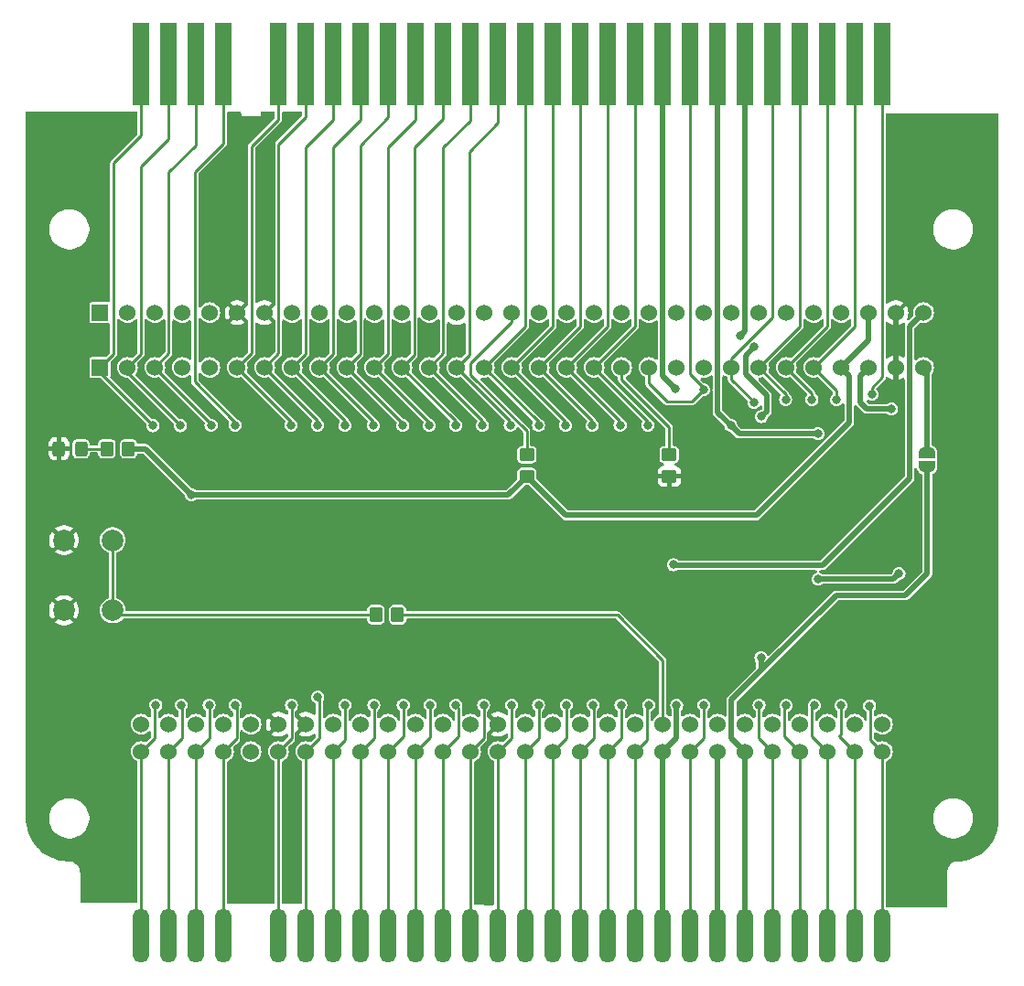
<source format=gbr>
%TF.GenerationSoftware,KiCad,Pcbnew,8.0.6-8.0.6-0~ubuntu24.04.1*%
%TF.CreationDate,2024-10-21T21:08:46+03:00*%
%TF.ProjectId,ZX Spectrum_ BUS Expander,5a582053-7065-4637-9472-756d2c204255,rev?*%
%TF.SameCoordinates,Original*%
%TF.FileFunction,Copper,L1,Top*%
%TF.FilePolarity,Positive*%
%FSLAX46Y46*%
G04 Gerber Fmt 4.6, Leading zero omitted, Abs format (unit mm)*
G04 Created by KiCad (PCBNEW 8.0.6-8.0.6-0~ubuntu24.04.1) date 2024-10-21 21:08:46*
%MOMM*%
%LPD*%
G01*
G04 APERTURE LIST*
G04 Aperture macros list*
%AMRoundRect*
0 Rectangle with rounded corners*
0 $1 Rounding radius*
0 $2 $3 $4 $5 $6 $7 $8 $9 X,Y pos of 4 corners*
0 Add a 4 corners polygon primitive as box body*
4,1,4,$2,$3,$4,$5,$6,$7,$8,$9,$2,$3,0*
0 Add four circle primitives for the rounded corners*
1,1,$1+$1,$2,$3*
1,1,$1+$1,$4,$5*
1,1,$1+$1,$6,$7*
1,1,$1+$1,$8,$9*
0 Add four rect primitives between the rounded corners*
20,1,$1+$1,$2,$3,$4,$5,0*
20,1,$1+$1,$4,$5,$6,$7,0*
20,1,$1+$1,$6,$7,$8,$9,0*
20,1,$1+$1,$8,$9,$2,$3,0*%
%AMFreePoly0*
4,1,19,0.500000,-0.750000,0.000000,-0.750000,0.000000,-0.744911,-0.071157,-0.744911,-0.207708,-0.704816,-0.327430,-0.627875,-0.420627,-0.520320,-0.479746,-0.390866,-0.500000,-0.250000,-0.500000,0.250000,-0.479746,0.390866,-0.420627,0.520320,-0.327430,0.627875,-0.207708,0.704816,-0.071157,0.744911,0.000000,0.744911,0.000000,0.750000,0.500000,0.750000,0.500000,-0.750000,0.500000,-0.750000,
$1*%
%AMFreePoly1*
4,1,19,0.000000,0.744911,0.071157,0.744911,0.207708,0.704816,0.327430,0.627875,0.420627,0.520320,0.479746,0.390866,0.500000,0.250000,0.500000,-0.250000,0.479746,-0.390866,0.420627,-0.520320,0.327430,-0.627875,0.207708,-0.704816,0.071157,-0.744911,0.000000,-0.744911,0.000000,-0.750000,-0.500000,-0.750000,-0.500000,0.750000,0.000000,0.750000,0.000000,0.744911,0.000000,0.744911,
$1*%
G04 Aperture macros list end*
%TA.AperFunction,ComponentPad*%
%ADD10C,2.000000*%
%TD*%
%TA.AperFunction,SMDPad,CuDef*%
%ADD11FreePoly0,270.000000*%
%TD*%
%TA.AperFunction,SMDPad,CuDef*%
%ADD12FreePoly1,270.000000*%
%TD*%
%TA.AperFunction,SMDPad,CuDef*%
%ADD13RoundRect,0.250000X-0.450000X0.350000X-0.450000X-0.350000X0.450000X-0.350000X0.450000X0.350000X0*%
%TD*%
%TA.AperFunction,SMDPad,CuDef*%
%ADD14RoundRect,0.250000X0.350000X0.450000X-0.350000X0.450000X-0.350000X-0.450000X0.350000X-0.450000X0*%
%TD*%
%TA.AperFunction,SMDPad,CuDef*%
%ADD15RoundRect,0.250000X-0.350000X-0.450000X0.350000X-0.450000X0.350000X0.450000X-0.350000X0.450000X0*%
%TD*%
%TA.AperFunction,SMDPad,CuDef*%
%ADD16RoundRect,0.250000X-0.325000X-0.450000X0.325000X-0.450000X0.325000X0.450000X-0.325000X0.450000X0*%
%TD*%
%TA.AperFunction,ComponentPad*%
%ADD17R,1.524000X1.524000*%
%TD*%
%TA.AperFunction,ComponentPad*%
%ADD18C,1.524000*%
%TD*%
%TA.AperFunction,SMDPad,CuDef*%
%ADD19RoundRect,0.762000X-0.000010X-1.738000X0.000010X-1.738000X0.000010X1.738000X-0.000010X1.738000X0*%
%TD*%
%TA.AperFunction,SMDPad,CuDef*%
%ADD20R,1.524000X7.620000*%
%TD*%
%TA.AperFunction,ViaPad*%
%ADD21C,0.800000*%
%TD*%
%TA.AperFunction,Conductor*%
%ADD22C,0.250000*%
%TD*%
%TA.AperFunction,Conductor*%
%ADD23C,0.500000*%
%TD*%
G04 APERTURE END LIST*
D10*
%TO.P,S1,1,1*%
%TO.N,Net-(R1-Pad1)*%
X102859400Y-99797800D03*
X102859400Y-106297800D03*
%TO.P,S1,2,2*%
%TO.N,GND*%
X98359400Y-99797800D03*
X98359400Y-106297800D03*
%TD*%
D11*
%TO.P,JP1,1,A*%
%TO.N,-12V*%
X178206400Y-91714800D03*
D12*
%TO.P,JP1,2,B*%
%TO.N,12VAC*%
X178206400Y-93014800D03*
%TD*%
D13*
%TO.P,R5,1*%
%TO.N,~{IODOS}*%
X154355800Y-91887800D03*
%TO.P,R5,2*%
%TO.N,GND*%
X154355800Y-93887800D03*
%TD*%
%TO.P,R3,1*%
%TO.N,RS*%
X141173200Y-91887800D03*
%TO.P,R3,2*%
%TO.N,+5V*%
X141173200Y-93887800D03*
%TD*%
D14*
%TO.P,R2,1*%
%TO.N,+5V*%
X104327200Y-91338400D03*
%TO.P,R2,2*%
%TO.N,Net-(D1-A)*%
X102327200Y-91338400D03*
%TD*%
D15*
%TO.P,R1,1*%
%TO.N,Net-(R1-Pad1)*%
X127219200Y-106705400D03*
%TO.P,R1,2*%
%TO.N,~{RESET}*%
X129219200Y-106705400D03*
%TD*%
D16*
%TO.P,D1,1,K*%
%TO.N,GND*%
X97882600Y-91338400D03*
%TO.P,D1,2,A*%
%TO.N,Net-(D1-A)*%
X99932600Y-91338400D03*
%TD*%
D17*
%TO.P,J1,A1,A15*%
%TO.N,A15*%
X101676200Y-83820000D03*
D18*
%TO.P,J1,A2,A13*%
%TO.N,A13*%
X104216200Y-83820000D03*
%TO.P,J1,A3,D7*%
%TO.N,D7*%
X106756200Y-83820000D03*
%TO.P,J1,A4,BLK*%
%TO.N,unconnected-(J1-BLK-PadA4)*%
X109296200Y-83820000D03*
%TO.P,J1,A5,TURBO*%
%TO.N,unconnected-(J1-TURBO-PadA5)*%
X111836200Y-83820000D03*
%TO.P,J1,A6,D0*%
%TO.N,D0*%
X114376200Y-83820000D03*
%TO.P,J1,A7,D1*%
%TO.N,D1*%
X116916200Y-83820000D03*
%TO.P,J1,A8,D2*%
%TO.N,D2*%
X119456200Y-83820000D03*
%TO.P,J1,A9,D6*%
%TO.N,D6*%
X121996200Y-83820000D03*
%TO.P,J1,A10,D5*%
%TO.N,D5*%
X124536200Y-83820000D03*
%TO.P,J1,A11,D3*%
%TO.N,D3*%
X127076200Y-83820000D03*
%TO.P,J1,A12,D4*%
%TO.N,D4*%
X129616200Y-83820000D03*
%TO.P,J1,A13,~{INT}*%
%TO.N,~{INT}*%
X132156200Y-83820000D03*
%TO.P,J1,A14,~{NMI}*%
%TO.N,~{NMI}*%
X134696200Y-83820000D03*
%TO.P,J1,A15,~{HALT}*%
%TO.N,~{HALT}*%
X137236200Y-83820000D03*
%TO.P,J1,A16,~{MREQ}*%
%TO.N,~{MREQ}*%
X139776200Y-83820000D03*
%TO.P,J1,A17,~{IORQ}*%
%TO.N,~{IORQ}*%
X142316200Y-83820000D03*
%TO.P,J1,A18,~{RD}*%
%TO.N,~{RD}*%
X144856200Y-83820000D03*
%TO.P,J1,A19,~{WR}*%
%TO.N,~{WR}*%
X147396200Y-83820000D03*
%TO.P,J1,A20,~{IODOS}*%
%TO.N,~{IODOS}*%
X149936200Y-83820000D03*
%TO.P,J1,A21,~{WAIT}*%
%TO.N,~{WAIT}*%
X152476200Y-83820000D03*
%TO.P,J1,A22,NC*%
%TO.N,unconnected-(J1-NC-PadA22)*%
X155016200Y-83820000D03*
%TO.P,J1,A23,NC*%
%TO.N,unconnected-(J1-NC-PadA23)*%
X157556200Y-83820000D03*
%TO.P,J1,A24,~{M1}*%
%TO.N,~{M1}*%
X160096200Y-83820000D03*
%TO.P,J1,A25,~{RFSH}*%
%TO.N,~{RFSH}*%
X162636200Y-83820000D03*
%TO.P,J1,A26,A8*%
%TO.N,A8*%
X165176200Y-83820000D03*
%TO.P,J1,A27,A10*%
%TO.N,A10*%
X167716200Y-83820000D03*
%TO.P,J1,A28,+5V*%
%TO.N,+5V*%
X170256200Y-83820000D03*
%TO.P,J1,A29,+12V*%
%TO.N,+12V*%
X172796200Y-83820000D03*
%TO.P,J1,A30,GND*%
%TO.N,GND*%
X175336200Y-83820000D03*
%TO.P,J1,A31,NC*%
%TO.N,-12V*%
X177876200Y-83820000D03*
D17*
%TO.P,J1,B1,A14*%
%TO.N,A14*%
X101676200Y-78740000D03*
D18*
%TO.P,J1,B2,A12*%
%TO.N,A12*%
X104216200Y-78740000D03*
%TO.P,J1,B3,+5v*%
%TO.N,+5V*%
X106756200Y-78740000D03*
%TO.P,J1,B4,~{DOS}*%
%TO.N,~{DOS}*%
X109296200Y-78740000D03*
%TO.P,J1,B5,F*%
%TO.N,unconnected-(J1-F-PadB5)*%
X111836200Y-78740000D03*
%TO.P,J1,B6,GND*%
%TO.N,GND*%
X114376200Y-78740000D03*
%TO.P,J1,B7,GND*%
X116916200Y-78740000D03*
%TO.P,J1,B8,~{CLK}*%
%TO.N,~{CLK}*%
X119456200Y-78740000D03*
%TO.P,J1,B9,A0*%
%TO.N,A0*%
X121996200Y-78740000D03*
%TO.P,J1,B10,A1*%
%TO.N,A1*%
X124536200Y-78740000D03*
%TO.P,J1,B11,A2*%
%TO.N,A2*%
X127076200Y-78740000D03*
%TO.P,J1,B12,A3*%
%TO.N,A3*%
X129616200Y-78740000D03*
%TO.P,J1,B13,~{IORQGE}*%
%TO.N,~{IORQGE}*%
X132156200Y-78740000D03*
%TO.P,J1,B14,GND*%
%TO.N,GND*%
X134696200Y-78740000D03*
%TO.P,J1,B15,~{RDR}*%
%TO.N,~{RDR}*%
X137236200Y-78740000D03*
%TO.P,J1,B16,RS*%
%TO.N,RS*%
X139776200Y-78740000D03*
%TO.P,J1,B17,NC*%
%TO.N,unconnected-(J1-NC-PadB17)*%
X142316200Y-78740000D03*
%TO.P,J1,B18,NC*%
%TO.N,unconnected-(J1-NC-PadB18)*%
X144856200Y-78740000D03*
%TO.P,J1,B19,~{BUSRQ}*%
%TO.N,~{BUSRQ}*%
X147396200Y-78740000D03*
%TO.P,J1,B20,~{RESET}*%
%TO.N,~{RESET}*%
X149936200Y-78740000D03*
%TO.P,J1,B21,A7*%
%TO.N,A7*%
X152476200Y-78740000D03*
%TO.P,J1,B22,A6*%
%TO.N,A6*%
X155016200Y-78740000D03*
%TO.P,J1,B23,A5*%
%TO.N,A5*%
X157556200Y-78740000D03*
%TO.P,J1,B24,A4*%
%TO.N,A4*%
X160096200Y-78740000D03*
%TO.P,J1,B25,~{ROMCS}*%
%TO.N,~{ROMCS}*%
X162636200Y-78740000D03*
%TO.P,J1,B26,~{BUSACK}*%
%TO.N,~{BUSACK}*%
X165176200Y-78740000D03*
%TO.P,J1,B27,A9*%
%TO.N,A9*%
X167716200Y-78740000D03*
%TO.P,J1,B28,A11*%
%TO.N,A11*%
X170256200Y-78740000D03*
%TO.P,J1,B29,+5V*%
%TO.N,+5V*%
X172796200Y-78740000D03*
%TO.P,J1,B30,GND*%
%TO.N,GND*%
X175336200Y-78740000D03*
%TO.P,J1,B31,NC*%
%TO.N,-5V*%
X177876200Y-78740000D03*
%TD*%
D19*
%TO.P,Z1,A1,A15*%
%TO.N,A15*%
X105486200Y-136398000D03*
%TO.P,Z1,A2,A13*%
%TO.N,A13*%
X108026200Y-136398000D03*
%TO.P,Z1,A3,D7*%
%TO.N,D7*%
X110566200Y-136398000D03*
%TO.P,Z1,A4,~{OEM_ROM1}*%
%TO.N,~{OEM_ROM1}*%
X113106200Y-136398000D03*
%TO.P,Z1,A6,D0*%
%TO.N,D0*%
X118186200Y-136398000D03*
%TO.P,Z1,A7,D1*%
%TO.N,D1*%
X120726200Y-136398000D03*
%TO.P,Z1,A8,D2*%
%TO.N,D2*%
X123266200Y-136398000D03*
%TO.P,Z1,A9,D6*%
%TO.N,D6*%
X125806200Y-136398000D03*
%TO.P,Z1,A10,D5*%
%TO.N,D5*%
X128346200Y-136398000D03*
%TO.P,Z1,A11,D3*%
%TO.N,D3*%
X130886200Y-136398000D03*
%TO.P,Z1,A12,D4*%
%TO.N,D4*%
X133426200Y-136398000D03*
%TO.P,Z1,A13,~{INT}*%
%TO.N,~{INT}*%
X135966200Y-136398000D03*
%TO.P,Z1,A14,~{NMI}*%
%TO.N,~{NMI}*%
X138506200Y-136398000D03*
%TO.P,Z1,A15,~{HALT}*%
%TO.N,~{HALT}*%
X141046200Y-136398000D03*
%TO.P,Z1,A16,~{MREQ}*%
%TO.N,~{MREQ}*%
X143586200Y-136398000D03*
%TO.P,Z1,A17,~{IORQ}*%
%TO.N,~{IORQ}*%
X146126200Y-136398000D03*
%TO.P,Z1,A18,~{RD}*%
%TO.N,~{RD}*%
X148666200Y-136398000D03*
%TO.P,Z1,A19,~{WR}*%
%TO.N,~{WR}*%
X151206200Y-136398000D03*
%TO.P,Z1,A20,-5V*%
%TO.N,-5V*%
X153746200Y-136398000D03*
%TO.P,Z1,A21,~{WAIT}*%
%TO.N,~{WAIT}*%
X156286200Y-136398000D03*
%TO.P,Z1,A22,+12V*%
%TO.N,+12V*%
X158826200Y-136398000D03*
%TO.P,Z1,A23,12VAC*%
%TO.N,12VAC*%
X161366200Y-136398000D03*
%TO.P,Z1,A24,~{M1}*%
%TO.N,~{M1}*%
X163906200Y-136398000D03*
%TO.P,Z1,A25,~{RFSH}*%
%TO.N,~{RFSH}*%
X166446200Y-136398000D03*
%TO.P,Z1,A26,A8*%
%TO.N,A8*%
X168986200Y-136398000D03*
%TO.P,Z1,A27,A10*%
%TO.N,A10*%
X171526200Y-136398000D03*
%TO.P,Z1,A28,RESET*%
%TO.N,RESET{slash}NC*%
X174066200Y-136398000D03*
%TD*%
D18*
%TO.P,J2,*%
%TO.N,*%
X115646200Y-116840000D03*
X115646200Y-119380000D03*
%TO.P,J2,A1,Pin_a1*%
%TO.N,A15*%
X105486200Y-119380000D03*
%TO.P,J2,A2,Pin_a2*%
%TO.N,A13*%
X108026200Y-119380000D03*
%TO.P,J2,A3,Pin_a3*%
%TO.N,D7*%
X110566200Y-119380000D03*
%TO.P,J2,A4,Pin_a4*%
%TO.N,~{OEM_ROM1}*%
X113106200Y-119380000D03*
%TO.P,J2,A6,Pin_a6*%
%TO.N,D0*%
X118186200Y-119380000D03*
%TO.P,J2,A7,Pin_a7*%
%TO.N,D1*%
X120726200Y-119380000D03*
%TO.P,J2,A8,Pin_a8*%
%TO.N,D2*%
X123266200Y-119380000D03*
%TO.P,J2,A9,Pin_a9*%
%TO.N,D6*%
X125806200Y-119380000D03*
%TO.P,J2,A10,Pin_a10*%
%TO.N,D5*%
X128346200Y-119380000D03*
%TO.P,J2,A11,Pin_a11*%
%TO.N,D3*%
X130886200Y-119380000D03*
%TO.P,J2,A12,Pin_a12*%
%TO.N,D4*%
X133426200Y-119380000D03*
%TO.P,J2,A13,Pin_a13*%
%TO.N,~{INT}*%
X135966200Y-119380000D03*
%TO.P,J2,A14,Pin_a14*%
%TO.N,~{NMI}*%
X138506200Y-119380000D03*
%TO.P,J2,A15,Pin_a15*%
%TO.N,~{HALT}*%
X141046200Y-119380000D03*
%TO.P,J2,A16,Pin_a16*%
%TO.N,~{MREQ}*%
X143586200Y-119380000D03*
%TO.P,J2,A17,Pin_a17*%
%TO.N,~{IORQ}*%
X146126200Y-119380000D03*
%TO.P,J2,A18,Pin_a18*%
%TO.N,~{RD}*%
X148666200Y-119380000D03*
%TO.P,J2,A19,Pin_a19*%
%TO.N,~{WR}*%
X151206200Y-119380000D03*
%TO.P,J2,A20,Pin_a20*%
%TO.N,-5V*%
X153746200Y-119380000D03*
%TO.P,J2,A21,Pin_a21*%
%TO.N,~{WAIT}*%
X156286200Y-119380000D03*
%TO.P,J2,A22,Pin_a22*%
%TO.N,+12V*%
X158826200Y-119380000D03*
%TO.P,J2,A23,Pin_a23*%
%TO.N,12VAC*%
X161366200Y-119380000D03*
%TO.P,J2,A24,Pin_a24*%
%TO.N,~{M1}*%
X163906200Y-119380000D03*
%TO.P,J2,A25,Pin_a25*%
%TO.N,~{RFSH}*%
X166446200Y-119380000D03*
%TO.P,J2,A26,Pin_a26*%
%TO.N,A8*%
X168986200Y-119380000D03*
%TO.P,J2,A27,Pin_a27*%
%TO.N,A10*%
X171526200Y-119380000D03*
%TO.P,J2,A28,Pin_a28*%
%TO.N,RESET{slash}NC*%
X174066200Y-119380000D03*
%TO.P,J2,B1,Pin_b1*%
%TO.N,A14*%
X105486200Y-116840000D03*
%TO.P,J2,B2,Pin_b2*%
%TO.N,A12*%
X108026200Y-116840000D03*
%TO.P,J2,B3,Pin_b3*%
%TO.N,+5V*%
X110566200Y-116840000D03*
%TO.P,J2,B4,Pin_b4*%
%TO.N,+9V*%
X113106200Y-116840000D03*
%TO.P,J2,B6,Pin_b6*%
%TO.N,GND*%
X118186200Y-116840000D03*
%TO.P,J2,B7,Pin_b7*%
X120726200Y-116840000D03*
%TO.P,J2,B8,Pin_b8*%
%TO.N,~{CLK}*%
X123266200Y-116840000D03*
%TO.P,J2,B9,Pin_b9*%
%TO.N,A0*%
X125806200Y-116840000D03*
%TO.P,J2,B10,Pin_b10*%
%TO.N,A1*%
X128346200Y-116840000D03*
%TO.P,J2,B11,Pin_b11*%
%TO.N,A2*%
X130886200Y-116840000D03*
%TO.P,J2,B12,Pin_b12*%
%TO.N,A3*%
X133426200Y-116840000D03*
%TO.P,J2,B13,Pin_b13*%
%TO.N,~{IORQGE}*%
X135966200Y-116840000D03*
%TO.P,J2,B14,Pin_b14*%
%TO.N,GND*%
X138506200Y-116840000D03*
%TO.P,J2,B15,Pin_b15*%
%TO.N,~{OE_ROM2{slash}VIDEO}*%
X141046200Y-116840000D03*
%TO.P,J2,B16,Pin_b16*%
%TO.N,~{Y}*%
X143586200Y-116840000D03*
%TO.P,J2,B17,Pin_b17*%
%TO.N,V*%
X146126200Y-116840000D03*
%TO.P,J2,B18,Pin_b18*%
%TO.N,U*%
X148666200Y-116840000D03*
%TO.P,J2,B19,Pin_b19*%
%TO.N,~{BUSRQ}*%
X151206200Y-116840000D03*
%TO.P,J2,B20,Pin_b20*%
%TO.N,~{RESET}*%
X153746200Y-116840000D03*
%TO.P,J2,B21,Pin_b21*%
%TO.N,A7*%
X156286200Y-116840000D03*
%TO.P,J2,B22,Pin_b22*%
%TO.N,A6*%
X158826200Y-116840000D03*
%TO.P,J2,B23,Pin_b23*%
%TO.N,A5*%
X161366200Y-116840000D03*
%TO.P,J2,B24,Pin_b24*%
%TO.N,A4*%
X163906200Y-116840000D03*
%TO.P,J2,B25,Pin_b25*%
%TO.N,~{ROMCS}*%
X166446200Y-116840000D03*
%TO.P,J2,B26,Pin_b26*%
%TO.N,~{BUSACK}*%
X168986200Y-116840000D03*
%TO.P,J2,B27,Pin_b27*%
%TO.N,A9*%
X171526200Y-116840000D03*
%TO.P,J2,B28,Pin_b28*%
%TO.N,A11*%
X174066200Y-116840000D03*
%TD*%
D20*
%TO.P,Z2,A1,A15*%
%TO.N,A15*%
X105486200Y-55753000D03*
%TO.P,Z2,A2,A13*%
%TO.N,A13*%
X108026200Y-55753000D03*
%TO.P,Z2,A3,D7*%
%TO.N,D7*%
X110566200Y-55753000D03*
%TO.P,Z2,A4,~{OEM_ROM1}*%
%TO.N,~{OEM_ROM1}*%
X113106200Y-55753000D03*
%TO.P,Z2,A6,D0*%
%TO.N,D0*%
X118186200Y-55753000D03*
%TO.P,Z2,A7,D1*%
%TO.N,D1*%
X120726200Y-55753000D03*
%TO.P,Z2,A8,D2*%
%TO.N,D2*%
X123266200Y-55753000D03*
%TO.P,Z2,A9,D6*%
%TO.N,D6*%
X125806200Y-55753000D03*
%TO.P,Z2,A10,D5*%
%TO.N,D5*%
X128346200Y-55753000D03*
%TO.P,Z2,A11,D3*%
%TO.N,D3*%
X130886200Y-55753000D03*
%TO.P,Z2,A12,D4*%
%TO.N,D4*%
X133426200Y-55753000D03*
%TO.P,Z2,A13,~{INT}*%
%TO.N,~{INT}*%
X135966200Y-55753000D03*
%TO.P,Z2,A14,~{NMI}*%
%TO.N,~{NMI}*%
X138506200Y-55753000D03*
%TO.P,Z2,A15,~{HALT}*%
%TO.N,~{HALT}*%
X141046200Y-55753000D03*
%TO.P,Z2,A16,~{MREQ}*%
%TO.N,~{MREQ}*%
X143586200Y-55753000D03*
%TO.P,Z2,A17,~{IORQ}*%
%TO.N,~{IORQ}*%
X146126200Y-55753000D03*
%TO.P,Z2,A18,~{RD}*%
%TO.N,~{RD}*%
X148666200Y-55753000D03*
%TO.P,Z2,A19,~{WR}*%
%TO.N,~{WR}*%
X151206200Y-55753000D03*
%TO.P,Z2,A20,-5V*%
%TO.N,-5V*%
X153746200Y-55753000D03*
%TO.P,Z2,A21,~{WAIT}*%
%TO.N,~{WAIT}*%
X156286200Y-55753000D03*
%TO.P,Z2,A22,+12V*%
%TO.N,+12V*%
X158826200Y-55753000D03*
%TO.P,Z2,A23,12VAC*%
%TO.N,12VAC*%
X161366200Y-55753000D03*
%TO.P,Z2,A24,~{M1}*%
%TO.N,~{M1}*%
X163906200Y-55753000D03*
%TO.P,Z2,A25,~{RFSH}*%
%TO.N,~{RFSH}*%
X166446200Y-55753000D03*
%TO.P,Z2,A26,A8*%
%TO.N,A8*%
X168986200Y-55753000D03*
%TO.P,Z2,A27,A10*%
%TO.N,A10*%
X171526200Y-55753000D03*
%TO.P,Z2,A28,RESET*%
%TO.N,RESET{slash}NC*%
X174066200Y-55753000D03*
%TD*%
D21*
%TO.N,12VAC*%
X162890200Y-88366600D03*
X162839400Y-110693200D03*
X162234453Y-81919653D03*
X160934400Y-80848200D03*
%TO.N,+12V*%
X175615600Y-102895400D03*
X168122600Y-103403400D03*
X168122600Y-89941400D03*
%TO.N,-5V*%
X154736800Y-102082600D03*
%TO.N,+12V*%
X160045400Y-89179400D03*
%TO.N,+5V*%
X110159800Y-95605600D03*
%TO.N,+12V*%
X174929800Y-87655400D03*
%TO.N,RESET{slash}NC*%
X173101000Y-86309200D03*
X172897800Y-115138200D03*
%TO.N,A10*%
X169849800Y-86817200D03*
X170256200Y-115112800D03*
%TO.N,A8*%
X167563800Y-86791800D03*
X167767000Y-115087400D03*
%TO.N,~{RFSH}*%
X165125400Y-86791800D03*
X165176200Y-115087400D03*
%TO.N,~{M1}*%
X162179000Y-87071200D03*
X162661600Y-115062000D03*
%TO.N,~{WAIT}*%
X157530800Y-85877400D03*
X157556200Y-115062000D03*
%TO.N,-5V*%
X154940000Y-85826600D03*
X155041600Y-115087400D03*
%TO.N,~{WR}*%
X152374600Y-89154000D03*
X152450800Y-115062000D03*
%TO.N,~{RD}*%
X149809200Y-89154000D03*
X149885400Y-115062000D03*
%TO.N,~{IORQ}*%
X147243800Y-89179400D03*
X147320000Y-115062000D03*
%TO.N,~{MREQ}*%
X144780000Y-89179400D03*
X144830800Y-115062000D03*
%TO.N,~{HALT}*%
X142265400Y-89179400D03*
X142265400Y-115062000D03*
%TO.N,~{NMI}*%
X139649200Y-89179400D03*
X139776200Y-115062000D03*
%TO.N,~{INT}*%
X137083800Y-89179400D03*
X137185400Y-115062000D03*
%TO.N,D4*%
X134620000Y-89179400D03*
X134620000Y-115062000D03*
%TO.N,D3*%
X132156200Y-89179400D03*
X132232400Y-115062000D03*
%TO.N,D5*%
X129717800Y-89179400D03*
X129743200Y-115062000D03*
%TO.N,D6*%
X127000000Y-89179400D03*
X127025400Y-115062000D03*
%TO.N,D2*%
X124333000Y-89179400D03*
X124333000Y-115062000D03*
%TO.N,D1*%
X121818400Y-89154000D03*
X121843800Y-114325400D03*
%TO.N,D0*%
X119380000Y-89154000D03*
X119405400Y-115087400D03*
%TO.N,~{OEM_ROM1}*%
X114173000Y-89154000D03*
X114173000Y-115062000D03*
%TO.N,D7*%
X111963200Y-89154000D03*
X111785400Y-115062000D03*
%TO.N,A13*%
X109143800Y-89204800D03*
X109220000Y-115062000D03*
%TO.N,A15*%
X106603800Y-89204800D03*
X106857800Y-115062000D03*
%TD*%
D22*
%TO.N,RESET{slash}NC*%
X173101000Y-86309200D02*
X173101000Y-85684600D01*
X173101000Y-85684600D02*
X174066200Y-84719400D01*
X174066200Y-84719400D02*
X174066200Y-55753000D01*
%TO.N,GND*%
X175336200Y-78740000D02*
X175336200Y-81686400D01*
X175336200Y-81686400D02*
X175310800Y-81711800D01*
D23*
X175336200Y-83820000D02*
X175336200Y-78740000D01*
D22*
%TO.N,Net-(R1-Pad1)*%
X127219200Y-106705400D02*
X103267000Y-106705400D01*
X103267000Y-106705400D02*
X102859400Y-106297800D01*
X102859400Y-99797800D02*
X102859400Y-106297800D01*
D23*
%TO.N,+5V*%
X104327200Y-91338400D02*
X105892600Y-91338400D01*
X105892600Y-91338400D02*
X110159800Y-95605600D01*
D22*
%TO.N,~{RESET}*%
X153746200Y-116840000D02*
X153746200Y-110896400D01*
X149555200Y-106705400D02*
X129219200Y-106705400D01*
X153746200Y-110896400D02*
X149555200Y-106705400D01*
%TO.N,~{WAIT}*%
X157530800Y-85877400D02*
X156464000Y-86944200D01*
X156464000Y-86944200D02*
X154117896Y-86944200D01*
X154117896Y-86944200D02*
X152476200Y-85302504D01*
X152476200Y-85302504D02*
X152476200Y-83820000D01*
D23*
%TO.N,-5V*%
X154940000Y-85826600D02*
X153746200Y-84632800D01*
X153746200Y-84632800D02*
X153746200Y-55753000D01*
D22*
%TO.N,~{WAIT}*%
X156286200Y-84453251D02*
X156286200Y-55753000D01*
X157530800Y-85877400D02*
X157530800Y-85697851D01*
X157530800Y-85697851D02*
X156286200Y-84453251D01*
%TO.N,A10*%
X169849800Y-86817200D02*
X169849800Y-85953600D01*
X169849800Y-85953600D02*
X167716200Y-83820000D01*
D23*
%TO.N,+12V*%
X168122600Y-89941400D02*
X160807400Y-89941400D01*
X160807400Y-89941400D02*
X160045400Y-89179400D01*
D22*
%TO.N,~{M1}*%
X162179000Y-87071200D02*
X162179000Y-86995000D01*
X162179000Y-86995000D02*
X160096200Y-84912200D01*
X160096200Y-84912200D02*
X160096200Y-83820000D01*
D23*
%TO.N,12VAC*%
X162234453Y-81919653D02*
X161417000Y-82737106D01*
X161417000Y-82737106D02*
X161417000Y-84415800D01*
X161417000Y-84415800D02*
X163386600Y-86385400D01*
X163386600Y-86385400D02*
X163386600Y-87870200D01*
X163386600Y-87870200D02*
X162890200Y-88366600D01*
%TO.N,-5V*%
X177876200Y-78740000D02*
X176580800Y-80035400D01*
X176580800Y-80035400D02*
X176580800Y-94107000D01*
X176580800Y-94107000D02*
X168554400Y-102133400D01*
X168554400Y-102133400D02*
X154787600Y-102133400D01*
X154787600Y-102133400D02*
X154736800Y-102082600D01*
%TO.N,GND*%
X175336200Y-83820000D02*
X175336200Y-85801200D01*
%TO.N,+5V*%
X110159800Y-95605600D02*
X139455400Y-95605600D01*
X139455400Y-95605600D02*
X141173200Y-93887800D01*
%TO.N,+12V*%
X175615600Y-102895400D02*
X175107600Y-103403400D01*
X175107600Y-103403400D02*
X168122600Y-103403400D01*
%TO.N,-12V*%
X177876200Y-83820000D02*
X178206400Y-84150200D01*
X178206400Y-84150200D02*
X178206400Y-91714800D01*
%TO.N,12VAC*%
X163004500Y-111721900D02*
X169799000Y-104927400D01*
X178231800Y-102895400D02*
X178231800Y-93040200D01*
X169799000Y-104927400D02*
X176199800Y-104927400D01*
X176199800Y-104927400D02*
X178231800Y-102895400D01*
X178231800Y-93040200D02*
X178206400Y-93014800D01*
D22*
%TO.N,D7*%
X106756200Y-83820000D02*
X108051600Y-82524600D01*
X108051600Y-82524600D02*
X108051600Y-65760600D01*
X108051600Y-65760600D02*
X110566200Y-63246000D01*
X110566200Y-63246000D02*
X110566200Y-55753000D01*
%TO.N,A13*%
X104216200Y-83820000D02*
X105486200Y-82550000D01*
X105486200Y-82550000D02*
X105486200Y-65252600D01*
X105486200Y-65252600D02*
X108026200Y-62712600D01*
X108026200Y-62712600D02*
X108026200Y-55753000D01*
%TO.N,A15*%
X101676200Y-83820000D02*
X102946200Y-82550000D01*
X102946200Y-82550000D02*
X102946200Y-64897000D01*
X102946200Y-64897000D02*
X105486200Y-62357000D01*
X105486200Y-62357000D02*
X105486200Y-55753000D01*
%TO.N,D0*%
X114376200Y-83820000D02*
X115722400Y-82473800D01*
X115722400Y-82473800D02*
X115722400Y-63322200D01*
X115722400Y-63322200D02*
X118186200Y-60858400D01*
X118186200Y-60858400D02*
X118186200Y-55753000D01*
%TO.N,D1*%
X116916200Y-83820000D02*
X118211600Y-82524600D01*
X118211600Y-82524600D02*
X118211600Y-63144400D01*
X118211600Y-63144400D02*
X120726200Y-60629800D01*
X120726200Y-60629800D02*
X120726200Y-55753000D01*
%TO.N,D2*%
X119456200Y-83820000D02*
X120726200Y-82550000D01*
X120726200Y-82550000D02*
X120726200Y-63474600D01*
X120726200Y-63474600D02*
X123266200Y-60934600D01*
X123266200Y-60934600D02*
X123266200Y-55753000D01*
%TO.N,D6*%
X121996200Y-83820000D02*
X123266200Y-82550000D01*
X123266200Y-82550000D02*
X123266200Y-63423800D01*
X123266200Y-63423800D02*
X125806200Y-60883800D01*
X125806200Y-60883800D02*
X125806200Y-55753000D01*
%TO.N,D5*%
X124536200Y-83820000D02*
X125755400Y-82600800D01*
X125755400Y-82600800D02*
X125755400Y-63271400D01*
X125755400Y-63271400D02*
X128346200Y-60680600D01*
X128346200Y-60680600D02*
X128346200Y-55753000D01*
%TO.N,D3*%
X127076200Y-83820000D02*
X128320800Y-82575400D01*
X128320800Y-82575400D02*
X128320800Y-63423800D01*
X128320800Y-63423800D02*
X130886200Y-60858400D01*
X130886200Y-60858400D02*
X130886200Y-55753000D01*
%TO.N,D4*%
X129616200Y-83820000D02*
X130759200Y-82677000D01*
X130759200Y-82677000D02*
X130759200Y-63474600D01*
X130759200Y-63474600D02*
X133426200Y-60807600D01*
X133426200Y-60807600D02*
X133426200Y-55753000D01*
%TO.N,~{INT}*%
X132156200Y-83820000D02*
X133451600Y-82524600D01*
X133451600Y-82524600D02*
X133451600Y-63474600D01*
X133451600Y-63474600D02*
X135966200Y-60960000D01*
X135966200Y-60960000D02*
X135966200Y-55753000D01*
%TO.N,~{NMI}*%
X134696200Y-83820000D02*
X135839200Y-82677000D01*
X135839200Y-82677000D02*
X135839200Y-63855600D01*
X135839200Y-63855600D02*
X138506200Y-61188600D01*
X138506200Y-61188600D02*
X138506200Y-55753000D01*
D23*
%TO.N,12VAC*%
X162839400Y-111556800D02*
X163004500Y-111721900D01*
X160121600Y-114604800D02*
X163004500Y-111721900D01*
X162839400Y-110693200D02*
X162839400Y-111556800D01*
D22*
%TO.N,A15*%
X105486200Y-119380000D02*
X106730800Y-118135400D01*
X106730800Y-118135400D02*
X106730800Y-115189000D01*
X106730800Y-115189000D02*
X106857800Y-115062000D01*
%TO.N,A13*%
X108026200Y-119380000D02*
X109270800Y-118135400D01*
X109270800Y-118135400D02*
X109270800Y-115112800D01*
X109270800Y-115112800D02*
X109220000Y-115062000D01*
%TO.N,D7*%
X110566200Y-119380000D02*
X111810800Y-118135400D01*
X111810800Y-118135400D02*
X111810800Y-115087400D01*
X111810800Y-115087400D02*
X111785400Y-115062000D01*
%TO.N,~{OEM_ROM1}*%
X113106200Y-119380000D02*
X114325400Y-118160800D01*
X114325400Y-118160800D02*
X114325400Y-115214400D01*
X114325400Y-115214400D02*
X114173000Y-115062000D01*
%TO.N,D0*%
X118186200Y-119380000D02*
X119405400Y-118160800D01*
X119405400Y-118160800D02*
X119405400Y-115087400D01*
%TO.N,D1*%
X120726200Y-119380000D02*
X121970800Y-118135400D01*
X121970800Y-118135400D02*
X121970800Y-114452400D01*
X121970800Y-114452400D02*
X121843800Y-114325400D01*
%TO.N,~{IORQ}*%
X146126200Y-119380000D02*
X147345400Y-118160800D01*
X147345400Y-118160800D02*
X147345400Y-115087400D01*
X147345400Y-115087400D02*
X147320000Y-115062000D01*
%TO.N,~{RD}*%
X148666200Y-119380000D02*
X149910800Y-118135400D01*
X149910800Y-118135400D02*
X149910800Y-115087400D01*
X149910800Y-115087400D02*
X149885400Y-115062000D01*
D23*
%TO.N,-5V*%
X153746200Y-119380000D02*
X155016200Y-118110000D01*
X155016200Y-118110000D02*
X155016200Y-115112800D01*
X155016200Y-115112800D02*
X155041600Y-115087400D01*
D22*
%TO.N,~{WAIT}*%
X156286200Y-119380000D02*
X157556200Y-118110000D01*
X157556200Y-118110000D02*
X157556200Y-115062000D01*
D23*
%TO.N,12VAC*%
X161366200Y-119380000D02*
X160121600Y-118135400D01*
X160121600Y-118135400D02*
X160121600Y-114604800D01*
D22*
%TO.N,~{M1}*%
X160096200Y-83820000D02*
X160096200Y-83032600D01*
X160096200Y-83032600D02*
X163906200Y-79222600D01*
X163906200Y-79222600D02*
X163906200Y-55753000D01*
D23*
%TO.N,12VAC*%
X161366200Y-80416400D02*
X160934400Y-80848200D01*
X161366200Y-55753000D02*
X161366200Y-80416400D01*
%TO.N,+5V*%
X170256200Y-83820000D02*
X171018199Y-84581999D01*
X171018199Y-84581999D02*
X171018199Y-88925401D01*
X171018199Y-88925401D02*
X162458400Y-97485200D01*
X162458400Y-97485200D02*
X144770600Y-97485200D01*
X144770600Y-97485200D02*
X141173200Y-93887800D01*
%TO.N,+12V*%
X158826200Y-87960200D02*
X160045400Y-89179400D01*
X158826200Y-55753000D02*
X158826200Y-87960200D01*
D22*
%TO.N,Net-(D1-A)*%
X99932600Y-91338400D02*
X102327200Y-91338400D01*
D23*
%TO.N,+5V*%
X172796200Y-78740000D02*
X172796200Y-81280000D01*
X172796200Y-81280000D02*
X170256200Y-83820000D01*
D22*
%TO.N,~{IODOS}*%
X149936200Y-83820000D02*
X149936200Y-84897630D01*
X149936200Y-84897630D02*
X154355800Y-89317230D01*
X154355800Y-89317230D02*
X154355800Y-91887800D01*
%TO.N,RS*%
X139776200Y-78740000D02*
X139776200Y-79603600D01*
X139776200Y-79603600D02*
X135991600Y-83388200D01*
X135991600Y-83388200D02*
X135991600Y-84496495D01*
X135991600Y-84496495D02*
X141173200Y-89678095D01*
X141173200Y-89678095D02*
X141173200Y-91887800D01*
D23*
%TO.N,+12V*%
X172796200Y-83820000D02*
X172034201Y-84581999D01*
X172034201Y-84581999D02*
X172034201Y-87055106D01*
X172034201Y-87055106D02*
X172634495Y-87655400D01*
X172634495Y-87655400D02*
X174929800Y-87655400D01*
D22*
%TO.N,RESET{slash}NC*%
X172979200Y-118293000D02*
X172979200Y-115219600D01*
X172979200Y-115219600D02*
X172897800Y-115138200D01*
%TO.N,A10*%
X170073200Y-117927000D02*
X170256200Y-117744000D01*
X170256200Y-117744000D02*
X170256200Y-115112800D01*
%TO.N,A8*%
X167533200Y-117927000D02*
X167533200Y-115321200D01*
X167533200Y-115321200D02*
X167767000Y-115087400D01*
X167563800Y-86207600D02*
X165176200Y-83820000D01*
X167563800Y-86791800D02*
X167563800Y-86207600D01*
%TO.N,~{RFSH}*%
X164993200Y-117927000D02*
X164993200Y-115270400D01*
X164993200Y-115270400D02*
X165176200Y-115087400D01*
X165125400Y-86791800D02*
X165125400Y-86309200D01*
X165125400Y-86309200D02*
X162636200Y-83820000D01*
%TO.N,~{M1}*%
X162712400Y-118186200D02*
X162661600Y-118135400D01*
X162661600Y-118135400D02*
X162661600Y-115062000D01*
%TO.N,~{WR}*%
X152374600Y-89154000D02*
X152374600Y-88798400D01*
X152293200Y-118293000D02*
X152293200Y-115219600D01*
X152293200Y-115219600D02*
X152450800Y-115062000D01*
X152374600Y-88798400D02*
X147396200Y-83820000D01*
%TO.N,~{RD}*%
X149753200Y-89098000D02*
X149753200Y-88717000D01*
X149809200Y-89154000D02*
X149753200Y-89098000D01*
%TO.N,~{IORQ}*%
X147213200Y-89148800D02*
X147213200Y-88717000D01*
X147243800Y-89179400D02*
X147213200Y-89148800D01*
%TO.N,~{MREQ}*%
X144673200Y-118293000D02*
X144830800Y-118135400D01*
X144780000Y-89179400D02*
X144780000Y-88823800D01*
X144830800Y-118135400D02*
X144830800Y-115062000D01*
X144780000Y-88823800D02*
X139776200Y-83820000D01*
%TO.N,~{HALT}*%
X142265400Y-88849200D02*
X137236200Y-83820000D01*
X142133200Y-118293000D02*
X142265400Y-118160800D01*
X142265400Y-118160800D02*
X142265400Y-115062000D01*
X142265400Y-89179400D02*
X142265400Y-88849200D01*
%TO.N,~{NMI}*%
X139649200Y-89179400D02*
X139593200Y-89123400D01*
X139593200Y-89123400D02*
X139593200Y-88717000D01*
X139593200Y-118293000D02*
X139776200Y-118110000D01*
X139776200Y-118110000D02*
X139776200Y-115062000D01*
%TO.N,~{INT}*%
X137053200Y-118293000D02*
X137185400Y-118160800D01*
X137185400Y-118160800D02*
X137185400Y-115062000D01*
X137083800Y-89179400D02*
X137083800Y-88747600D01*
X137083800Y-88747600D02*
X132156200Y-83820000D01*
%TO.N,D4*%
X134879200Y-117927000D02*
X134879200Y-115321200D01*
X134879200Y-115321200D02*
X134620000Y-115062000D01*
X134620000Y-89179400D02*
X134620000Y-88823800D01*
X134879200Y-89083000D02*
X134480300Y-88684100D01*
X134620000Y-88823800D02*
X134480300Y-88684100D01*
X134480300Y-88684100D02*
X129616200Y-83820000D01*
%TO.N,D3*%
X131973200Y-118293000D02*
X132232400Y-118033800D01*
X132232400Y-118033800D02*
X132232400Y-115062000D01*
X132156200Y-89179400D02*
X132156200Y-88900000D01*
X132156200Y-88900000D02*
X127076200Y-83820000D01*
%TO.N,D5*%
X129717800Y-89001600D02*
X129527300Y-88811100D01*
X129799200Y-117927000D02*
X129799200Y-115118000D01*
X129527300Y-88811100D02*
X124536200Y-83820000D01*
X129799200Y-115118000D02*
X129743200Y-115062000D01*
X129799200Y-89083000D02*
X129527300Y-88811100D01*
X129717800Y-89179400D02*
X129717800Y-89001600D01*
%TO.N,D6*%
X127000000Y-89179400D02*
X127000000Y-88823800D01*
X126893200Y-118293000D02*
X127025400Y-118160800D01*
X127025400Y-118160800D02*
X127025400Y-115062000D01*
X127000000Y-88823800D02*
X121996200Y-83820000D01*
%TO.N,D2*%
X124353200Y-118293000D02*
X124353200Y-115082200D01*
X124353200Y-115082200D02*
X124333000Y-115062000D01*
X124333000Y-88737200D02*
X124353200Y-88717000D01*
X124333000Y-89179400D02*
X124333000Y-88737200D01*
%TO.N,D1*%
X121818400Y-89154000D02*
X121818400Y-88722200D01*
X121818400Y-88722200D02*
X116916200Y-83820000D01*
%TO.N,D0*%
X119380000Y-89154000D02*
X119380000Y-88823800D01*
X119380000Y-88823800D02*
X114376200Y-83820000D01*
%TO.N,~{OEM_ROM1}*%
X114193200Y-88869400D02*
X114058700Y-88734900D01*
X114058700Y-88734900D02*
X110464600Y-85140800D01*
X114173000Y-89154000D02*
X114173000Y-88849200D01*
X114173000Y-88849200D02*
X114058700Y-88734900D01*
%TO.N,A15*%
X106573200Y-89148800D02*
X106311700Y-88887300D01*
X106311700Y-88887300D02*
X101676200Y-84251800D01*
X106603800Y-89204800D02*
X106311700Y-88912700D01*
X106311700Y-88912700D02*
X106311700Y-88887300D01*
%TO.N,A10*%
X167716200Y-83820000D02*
X171526200Y-80010000D01*
X171526200Y-80010000D02*
X171526200Y-55753000D01*
%TO.N,A8*%
X165176200Y-83820000D02*
X168986200Y-80010000D01*
X168986200Y-80010000D02*
X168986200Y-55753000D01*
%TO.N,~{RFSH}*%
X162636200Y-83820000D02*
X166446200Y-80010000D01*
X166446200Y-80010000D02*
X166446200Y-55753000D01*
%TO.N,~{WR}*%
X147396200Y-83820000D02*
X151206200Y-80010000D01*
X151206200Y-80010000D02*
X151206200Y-55753000D01*
%TO.N,~{RD}*%
X144856200Y-83820000D02*
X148666200Y-80010000D01*
X148666200Y-80010000D02*
X148666200Y-55753000D01*
%TO.N,~{IORQ}*%
X142316200Y-83820000D02*
X146126200Y-80010000D01*
X146126200Y-80010000D02*
X146126200Y-55753000D01*
%TO.N,~{MREQ}*%
X139776200Y-83820000D02*
X143586200Y-80010000D01*
X143586200Y-80010000D02*
X143586200Y-55753000D01*
%TO.N,~{HALT}*%
X137236200Y-83820000D02*
X141046200Y-80010000D01*
X141046200Y-80010000D02*
X141046200Y-55753000D01*
%TO.N,RESET{slash}NC*%
X174066200Y-119380000D02*
X172979200Y-118293000D01*
%TO.N,A10*%
X171526200Y-119380000D02*
X170073200Y-117927000D01*
%TO.N,A8*%
X168986200Y-119380000D02*
X167533200Y-117927000D01*
%TO.N,~{RFSH}*%
X166446200Y-119380000D02*
X164993200Y-117927000D01*
%TO.N,~{M1}*%
X163906200Y-119380000D02*
X162712400Y-118186200D01*
%TO.N,~{WR}*%
X151206200Y-119380000D02*
X152293200Y-118293000D01*
%TO.N,~{RD}*%
X149753200Y-88717000D02*
X144856200Y-83820000D01*
%TO.N,~{IORQ}*%
X147213200Y-88717000D02*
X142316200Y-83820000D01*
%TO.N,~{MREQ}*%
X143586200Y-119380000D02*
X144673200Y-118293000D01*
%TO.N,~{HALT}*%
X141046200Y-119380000D02*
X142133200Y-118293000D01*
%TO.N,~{NMI}*%
X138506200Y-119380000D02*
X139593200Y-118293000D01*
X139593200Y-88717000D02*
X134696200Y-83820000D01*
%TO.N,~{INT}*%
X135966200Y-119380000D02*
X137053200Y-118293000D01*
%TO.N,D4*%
X133426200Y-119380000D02*
X134879200Y-117927000D01*
%TO.N,D3*%
X130886200Y-119380000D02*
X131973200Y-118293000D01*
%TO.N,D5*%
X128346200Y-119380000D02*
X129799200Y-117927000D01*
%TO.N,D6*%
X125806200Y-119380000D02*
X126893200Y-118293000D01*
%TO.N,D2*%
X123266200Y-119380000D02*
X124353200Y-118293000D01*
X124353200Y-88717000D02*
X119456200Y-83820000D01*
%TO.N,A15*%
X101676200Y-84251800D02*
X101676200Y-83820000D01*
%TO.N,A13*%
X109113200Y-89148800D02*
X104216200Y-84251800D01*
X104216200Y-84251800D02*
X104216200Y-83820000D01*
%TO.N,~{OEM_ROM1}*%
X110464600Y-85140800D02*
X110464600Y-65709800D01*
X113106200Y-63068200D02*
X113106200Y-55753000D01*
X110464600Y-65709800D02*
X113106200Y-63068200D01*
%TO.N,D7*%
X112019200Y-89083000D02*
X106756200Y-83820000D01*
%TO.N,RESET{slash}NC*%
X174066200Y-136398000D02*
X174066200Y-119380000D01*
%TO.N,A10*%
X171526200Y-136398000D02*
X171526200Y-119380000D01*
%TO.N,A8*%
X168986200Y-136398000D02*
X168986200Y-119380000D01*
%TO.N,~{RFSH}*%
X166446200Y-136398000D02*
X166446200Y-119380000D01*
%TO.N,~{M1}*%
X163906200Y-136398000D02*
X163906200Y-119380000D01*
D23*
%TO.N,12VAC*%
X161366200Y-136398000D02*
X161366200Y-119380000D01*
%TO.N,+12V*%
X158826200Y-136398000D02*
X158826200Y-119380000D01*
D22*
%TO.N,~{WAIT}*%
X156286200Y-136398000D02*
X156286200Y-119380000D01*
D23*
%TO.N,-5V*%
X153746200Y-136398000D02*
X153746200Y-119380000D01*
D22*
%TO.N,~{WR}*%
X151206200Y-136398000D02*
X151206200Y-119380000D01*
%TO.N,~{RD}*%
X148666200Y-136398000D02*
X148666200Y-119380000D01*
%TO.N,~{IORQ}*%
X146126200Y-136398000D02*
X146126200Y-119380000D01*
%TO.N,~{MREQ}*%
X143586200Y-136398000D02*
X143586200Y-119380000D01*
%TO.N,~{HALT}*%
X141046200Y-136398000D02*
X141046200Y-119380000D01*
%TO.N,~{NMI}*%
X138506200Y-136398000D02*
X138506200Y-119380000D01*
%TO.N,~{INT}*%
X135966200Y-136398000D02*
X135966200Y-119380000D01*
%TO.N,D4*%
X133426200Y-136398000D02*
X133426200Y-119380000D01*
%TO.N,D3*%
X130886200Y-136398000D02*
X130886200Y-119380000D01*
%TO.N,D5*%
X128346200Y-136398000D02*
X128346200Y-119380000D01*
%TO.N,D6*%
X125806200Y-136398000D02*
X125806200Y-119380000D01*
%TO.N,D2*%
X123266200Y-136398000D02*
X123266200Y-119380000D01*
%TO.N,D1*%
X120726200Y-136398000D02*
X120726200Y-119380000D01*
%TO.N,D0*%
X118186200Y-136398000D02*
X118186200Y-119380000D01*
%TO.N,~{OEM_ROM1}*%
X113106200Y-136398000D02*
X113106200Y-119380000D01*
%TO.N,D7*%
X110566200Y-136398000D02*
X110566200Y-119380000D01*
%TO.N,A13*%
X108026200Y-136398000D02*
X108026200Y-119380000D01*
%TO.N,A15*%
X105486200Y-136398000D02*
X105486200Y-119380000D01*
%TD*%
%TA.AperFunction,Conductor*%
%TO.N,GND*%
G36*
X184719460Y-60280999D02*
G01*
X184787536Y-60301140D01*
X184833920Y-60354890D01*
X184845200Y-60406999D01*
X184845200Y-121387200D01*
X184832603Y-125947025D01*
X184832238Y-125956260D01*
X184817957Y-126143482D01*
X184816267Y-126156563D01*
X184745344Y-126544433D01*
X184742296Y-126557264D01*
X184631221Y-126935586D01*
X184626849Y-126948029D01*
X184476831Y-127312685D01*
X184471181Y-127324602D01*
X184283873Y-127671568D01*
X184277009Y-127682830D01*
X184054463Y-128008310D01*
X184046460Y-128018793D01*
X183791101Y-128319240D01*
X183782045Y-128328829D01*
X183496683Y-128600933D01*
X183486675Y-128609522D01*
X183174435Y-128850307D01*
X183163584Y-128857803D01*
X182827887Y-129064629D01*
X182816311Y-129070950D01*
X182460835Y-129241553D01*
X182448663Y-129246629D01*
X182077292Y-129379143D01*
X182064655Y-129382920D01*
X181681470Y-129475888D01*
X181668508Y-129478322D01*
X181276925Y-129530832D01*
X181265370Y-129531843D01*
X181068641Y-129539955D01*
X181066507Y-129540025D01*
X180969318Y-129542383D01*
X180969307Y-129542384D01*
X180776589Y-129580723D01*
X180776585Y-129580724D01*
X180595033Y-129655930D01*
X180431642Y-129765109D01*
X180292689Y-129904066D01*
X180183518Y-130067455D01*
X180108319Y-130249003D01*
X180108317Y-130249009D01*
X180069979Y-130441748D01*
X180067573Y-130539990D01*
X180067573Y-133687671D01*
X180047571Y-133755792D01*
X179993915Y-133802285D01*
X179940892Y-133813669D01*
X174517019Y-133784343D01*
X174449007Y-133763973D01*
X174402805Y-133710067D01*
X174391700Y-133658345D01*
X174391700Y-125427709D01*
X178768900Y-125427709D01*
X178768900Y-125670290D01*
X178800560Y-125910782D01*
X178863344Y-126145095D01*
X178863345Y-126145097D01*
X178863346Y-126145100D01*
X178956176Y-126369212D01*
X178956177Y-126369213D01*
X178956182Y-126369224D01*
X179077461Y-126579285D01*
X179077463Y-126579288D01*
X179077464Y-126579289D01*
X179225135Y-126771738D01*
X179225139Y-126771742D01*
X179225144Y-126771748D01*
X179396651Y-126943255D01*
X179396656Y-126943259D01*
X179396662Y-126943265D01*
X179589111Y-127090936D01*
X179589114Y-127090938D01*
X179799175Y-127212217D01*
X179799179Y-127212218D01*
X179799188Y-127212224D01*
X180023300Y-127305054D01*
X180257611Y-127367838D01*
X180257615Y-127367838D01*
X180257617Y-127367839D01*
X180319602Y-127375999D01*
X180498112Y-127399500D01*
X180498119Y-127399500D01*
X180740681Y-127399500D01*
X180740688Y-127399500D01*
X180958037Y-127370885D01*
X180981182Y-127367839D01*
X180981182Y-127367838D01*
X180981189Y-127367838D01*
X181215500Y-127305054D01*
X181439612Y-127212224D01*
X181649689Y-127090936D01*
X181842138Y-126943265D01*
X182013665Y-126771738D01*
X182161336Y-126579289D01*
X182282624Y-126369212D01*
X182375454Y-126145100D01*
X182438238Y-125910789D01*
X182469900Y-125670288D01*
X182469900Y-125427712D01*
X182438238Y-125187211D01*
X182375454Y-124952900D01*
X182282624Y-124728788D01*
X182282618Y-124728779D01*
X182282617Y-124728775D01*
X182161338Y-124518714D01*
X182161336Y-124518711D01*
X182013665Y-124326262D01*
X182013659Y-124326256D01*
X182013655Y-124326251D01*
X181842148Y-124154744D01*
X181842142Y-124154739D01*
X181842138Y-124154735D01*
X181649689Y-124007064D01*
X181649688Y-124007063D01*
X181649685Y-124007061D01*
X181439624Y-123885782D01*
X181439616Y-123885778D01*
X181439612Y-123885776D01*
X181215500Y-123792946D01*
X181215497Y-123792945D01*
X181215495Y-123792944D01*
X180981182Y-123730160D01*
X180740690Y-123698500D01*
X180740688Y-123698500D01*
X180498112Y-123698500D01*
X180498109Y-123698500D01*
X180257617Y-123730160D01*
X180023304Y-123792944D01*
X180023300Y-123792946D01*
X179799186Y-123885777D01*
X179799175Y-123885782D01*
X179589114Y-124007061D01*
X179396662Y-124154735D01*
X179396651Y-124154744D01*
X179225144Y-124326251D01*
X179225135Y-124326262D01*
X179077461Y-124518714D01*
X178956182Y-124728775D01*
X178956177Y-124728786D01*
X178863346Y-124952900D01*
X178863344Y-124952904D01*
X178800560Y-125187217D01*
X178768900Y-125427709D01*
X174391700Y-125427709D01*
X174391700Y-120372905D01*
X174411702Y-120304784D01*
X174458302Y-120261784D01*
X174603524Y-120184162D01*
X174750083Y-120063883D01*
X174870362Y-119917324D01*
X174959737Y-119750115D01*
X175014773Y-119568683D01*
X175033357Y-119380000D01*
X175014773Y-119191317D01*
X174959737Y-119009885D01*
X174870362Y-118842676D01*
X174750083Y-118696117D01*
X174603524Y-118575838D01*
X174436315Y-118486463D01*
X174254883Y-118431427D01*
X174254882Y-118431426D01*
X174254876Y-118431425D01*
X174066203Y-118412843D01*
X174066197Y-118412843D01*
X173877523Y-118431425D01*
X173719943Y-118479226D01*
X173648949Y-118479859D01*
X173594273Y-118447746D01*
X173341605Y-118195078D01*
X173307579Y-118132766D01*
X173304700Y-118105983D01*
X173304700Y-117726590D01*
X173324702Y-117658469D01*
X173378358Y-117611976D01*
X173448632Y-117601872D01*
X173510633Y-117629190D01*
X173528876Y-117644162D01*
X173696085Y-117733537D01*
X173877517Y-117788573D01*
X173877521Y-117788573D01*
X173877523Y-117788574D01*
X174066197Y-117807157D01*
X174066200Y-117807157D01*
X174066203Y-117807157D01*
X174254876Y-117788574D01*
X174254877Y-117788573D01*
X174254883Y-117788573D01*
X174436315Y-117733537D01*
X174603524Y-117644162D01*
X174750083Y-117523883D01*
X174870362Y-117377324D01*
X174959737Y-117210115D01*
X175014773Y-117028683D01*
X175018873Y-116987061D01*
X175033357Y-116840002D01*
X175033357Y-116839997D01*
X175014774Y-116651323D01*
X175014773Y-116651321D01*
X175014773Y-116651317D01*
X174959737Y-116469885D01*
X174870362Y-116302676D01*
X174750083Y-116156117D01*
X174603524Y-116035838D01*
X174436315Y-115946463D01*
X174254883Y-115891427D01*
X174254882Y-115891426D01*
X174254876Y-115891425D01*
X174066203Y-115872843D01*
X174066197Y-115872843D01*
X173877523Y-115891425D01*
X173696084Y-115946463D01*
X173528876Y-116035838D01*
X173510632Y-116050810D01*
X173445284Y-116078562D01*
X173375306Y-116066579D01*
X173322915Y-116018665D01*
X173304700Y-115953409D01*
X173304700Y-115637118D01*
X173324702Y-115568997D01*
X173330738Y-115560414D01*
X173338991Y-115549659D01*
X173422336Y-115441041D01*
X173482844Y-115294962D01*
X173503482Y-115138200D01*
X173482844Y-114981438D01*
X173422336Y-114835359D01*
X173326082Y-114709918D01*
X173200641Y-114613664D01*
X173139323Y-114588265D01*
X173054560Y-114553155D01*
X172897800Y-114532518D01*
X172741039Y-114553155D01*
X172594960Y-114613663D01*
X172594957Y-114613665D01*
X172469518Y-114709918D01*
X172373265Y-114835357D01*
X172373263Y-114835360D01*
X172312755Y-114981439D01*
X172292118Y-115138199D01*
X172292118Y-115138200D01*
X172312755Y-115294960D01*
X172366876Y-115425618D01*
X172373264Y-115441041D01*
X172469518Y-115566482D01*
X172594959Y-115662736D01*
X172594960Y-115662736D01*
X172601511Y-115667763D01*
X172599872Y-115669898D01*
X172639689Y-115711651D01*
X172653700Y-115769396D01*
X172653700Y-116404578D01*
X172633698Y-116472699D01*
X172580042Y-116519192D01*
X172509768Y-116529296D01*
X172445188Y-116499802D01*
X172416578Y-116463974D01*
X172349830Y-116339099D01*
X172330362Y-116302676D01*
X172210083Y-116156117D01*
X172063524Y-116035838D01*
X171896315Y-115946463D01*
X171714883Y-115891427D01*
X171714882Y-115891426D01*
X171714876Y-115891425D01*
X171526203Y-115872843D01*
X171526197Y-115872843D01*
X171337523Y-115891425D01*
X171156084Y-115946463D01*
X170988875Y-116035838D01*
X170842316Y-116156117D01*
X170805098Y-116201467D01*
X170746421Y-116241435D01*
X170675449Y-116243335D01*
X170614718Y-116206563D01*
X170583507Y-116142795D01*
X170581700Y-116121532D01*
X170581700Y-115682085D01*
X170601702Y-115613964D01*
X170630997Y-115582122D01*
X170684482Y-115541082D01*
X170780736Y-115415641D01*
X170841244Y-115269562D01*
X170861882Y-115112800D01*
X170841244Y-114956038D01*
X170780736Y-114809959D01*
X170684482Y-114684518D01*
X170559041Y-114588264D01*
X170497723Y-114562865D01*
X170412960Y-114527755D01*
X170256200Y-114507118D01*
X170099439Y-114527755D01*
X169953360Y-114588263D01*
X169953357Y-114588265D01*
X169827918Y-114684518D01*
X169731665Y-114809957D01*
X169731663Y-114809960D01*
X169671155Y-114956039D01*
X169650518Y-115112799D01*
X169650518Y-115112800D01*
X169671155Y-115269560D01*
X169721741Y-115391684D01*
X169731664Y-115415641D01*
X169808536Y-115515822D01*
X169827919Y-115541083D01*
X169852455Y-115559909D01*
X169871198Y-115574292D01*
X169881403Y-115582122D01*
X169923271Y-115639459D01*
X169930700Y-115682085D01*
X169930700Y-116121532D01*
X169910698Y-116189653D01*
X169857042Y-116236146D01*
X169786768Y-116246250D01*
X169722188Y-116216756D01*
X169707302Y-116201467D01*
X169670083Y-116156117D01*
X169523524Y-116035838D01*
X169356315Y-115946463D01*
X169331567Y-115938956D01*
X169174883Y-115891427D01*
X169174882Y-115891426D01*
X169174876Y-115891425D01*
X168986203Y-115872843D01*
X168986197Y-115872843D01*
X168797523Y-115891425D01*
X168616084Y-115946463D01*
X168448875Y-116035838D01*
X168302317Y-116156117D01*
X168182038Y-116302675D01*
X168095822Y-116463974D01*
X168046070Y-116514622D01*
X167976833Y-116530332D01*
X167910094Y-116506116D01*
X167867042Y-116449662D01*
X167858700Y-116404578D01*
X167858700Y-115783583D01*
X167878702Y-115715462D01*
X167932358Y-115668969D01*
X167936425Y-115667198D01*
X168069841Y-115611936D01*
X168195282Y-115515682D01*
X168291536Y-115390241D01*
X168352044Y-115244162D01*
X168372682Y-115087400D01*
X168352044Y-114930638D01*
X168291536Y-114784559D01*
X168195282Y-114659118D01*
X168069841Y-114562864D01*
X168046402Y-114553155D01*
X167923760Y-114502355D01*
X167767000Y-114481718D01*
X167610239Y-114502355D01*
X167464160Y-114562863D01*
X167464157Y-114562865D01*
X167338718Y-114659118D01*
X167242465Y-114784557D01*
X167242463Y-114784560D01*
X167181955Y-114930639D01*
X167161318Y-115087399D01*
X167161318Y-115087400D01*
X167181955Y-115244160D01*
X167181956Y-115244162D01*
X167198109Y-115283159D01*
X167207700Y-115331376D01*
X167207700Y-115953409D01*
X167187698Y-116021530D01*
X167134042Y-116068023D01*
X167063768Y-116078127D01*
X167001768Y-116050810D01*
X166994022Y-116044454D01*
X166983524Y-116035838D01*
X166816315Y-115946463D01*
X166634883Y-115891427D01*
X166634882Y-115891426D01*
X166634876Y-115891425D01*
X166446203Y-115872843D01*
X166446197Y-115872843D01*
X166257523Y-115891425D01*
X166076084Y-115946463D01*
X165908875Y-116035838D01*
X165762317Y-116156117D01*
X165642038Y-116302675D01*
X165555822Y-116463974D01*
X165506070Y-116514622D01*
X165436833Y-116530332D01*
X165370094Y-116506116D01*
X165327042Y-116449662D01*
X165318700Y-116404578D01*
X165318700Y-115762541D01*
X165338702Y-115694420D01*
X165392358Y-115647927D01*
X165396429Y-115646155D01*
X165479041Y-115611936D01*
X165604482Y-115515682D01*
X165700736Y-115390241D01*
X165761244Y-115244162D01*
X165781882Y-115087400D01*
X165761244Y-114930638D01*
X165700736Y-114784559D01*
X165604482Y-114659118D01*
X165479041Y-114562864D01*
X165455602Y-114553155D01*
X165332960Y-114502355D01*
X165176200Y-114481718D01*
X165019439Y-114502355D01*
X164873360Y-114562863D01*
X164873357Y-114562865D01*
X164747918Y-114659118D01*
X164651665Y-114784557D01*
X164651663Y-114784560D01*
X164591155Y-114930639D01*
X164570518Y-115087399D01*
X164570518Y-115087400D01*
X164591155Y-115244160D01*
X164591156Y-115244162D01*
X164651664Y-115390241D01*
X164651665Y-115390242D01*
X164654825Y-115397871D01*
X164653412Y-115398456D01*
X164667700Y-115451777D01*
X164667700Y-115953409D01*
X164647698Y-116021530D01*
X164594042Y-116068023D01*
X164523768Y-116078127D01*
X164461768Y-116050810D01*
X164454022Y-116044454D01*
X164443524Y-116035838D01*
X164276315Y-115946463D01*
X164094883Y-115891427D01*
X164094882Y-115891426D01*
X164094876Y-115891425D01*
X163906203Y-115872843D01*
X163906197Y-115872843D01*
X163717523Y-115891425D01*
X163536084Y-115946463D01*
X163368875Y-116035838D01*
X163222316Y-116156117D01*
X163210499Y-116170517D01*
X163151821Y-116210486D01*
X163080850Y-116212386D01*
X163020118Y-116175614D01*
X162988907Y-116111846D01*
X162987100Y-116090583D01*
X162987100Y-115631285D01*
X163007102Y-115563164D01*
X163036397Y-115531322D01*
X163043101Y-115526178D01*
X163089882Y-115490282D01*
X163186136Y-115364841D01*
X163246644Y-115218762D01*
X163267282Y-115062000D01*
X163246644Y-114905238D01*
X163186136Y-114759159D01*
X163089882Y-114633718D01*
X162964441Y-114537464D01*
X162952501Y-114532518D01*
X162818360Y-114476955D01*
X162661600Y-114456318D01*
X162504839Y-114476955D01*
X162358760Y-114537463D01*
X162358757Y-114537465D01*
X162233318Y-114633718D01*
X162137065Y-114759157D01*
X162137063Y-114759160D01*
X162076555Y-114905239D01*
X162055918Y-115061999D01*
X162055918Y-115062000D01*
X162076555Y-115218760D01*
X162097736Y-115269894D01*
X162137064Y-115364841D01*
X162205190Y-115453624D01*
X162233319Y-115490283D01*
X162247925Y-115501490D01*
X162266421Y-115515683D01*
X162286803Y-115531322D01*
X162328671Y-115588659D01*
X162336100Y-115631285D01*
X162336100Y-116152482D01*
X162316098Y-116220603D01*
X162262442Y-116267096D01*
X162192168Y-116277200D01*
X162127588Y-116247706D01*
X162112701Y-116232416D01*
X162050083Y-116156117D01*
X161903524Y-116035838D01*
X161736315Y-115946463D01*
X161711567Y-115938956D01*
X161554883Y-115891427D01*
X161554882Y-115891426D01*
X161554876Y-115891425D01*
X161366203Y-115872843D01*
X161366197Y-115872843D01*
X161177523Y-115891425D01*
X160996084Y-115946463D01*
X160828875Y-116035838D01*
X160778034Y-116077563D01*
X160712686Y-116105317D01*
X160642708Y-116093335D01*
X160590316Y-116045423D01*
X160572100Y-115980164D01*
X160572100Y-114843592D01*
X160592102Y-114775471D01*
X160609000Y-114754502D01*
X163270737Y-112092764D01*
X163270747Y-112092757D01*
X163375357Y-111988147D01*
X163375364Y-111988137D01*
X169948698Y-105414805D01*
X170011010Y-105380779D01*
X170037793Y-105377900D01*
X176259109Y-105377900D01*
X176349473Y-105353686D01*
X176373687Y-105347199D01*
X176476414Y-105287889D01*
X178592289Y-103172014D01*
X178651599Y-103069287D01*
X178658666Y-103042911D01*
X178682300Y-102954709D01*
X178682300Y-93768198D01*
X178702302Y-93700077D01*
X178755956Y-93653585D01*
X178814868Y-93626681D01*
X178864073Y-93595059D01*
X178972734Y-93500905D01*
X179011039Y-93456699D01*
X179088771Y-93335745D01*
X179113069Y-93282540D01*
X179153576Y-93144585D01*
X179161900Y-93086689D01*
X179161900Y-92514800D01*
X179156748Y-92469072D01*
X179135718Y-92425404D01*
X179124184Y-92355354D01*
X179135721Y-92316063D01*
X179141545Y-92303967D01*
X179141549Y-92303963D01*
X179161900Y-92214800D01*
X179161900Y-91642911D01*
X179153576Y-91585015D01*
X179113069Y-91447060D01*
X179088771Y-91393855D01*
X179011039Y-91272901D01*
X178972734Y-91228695D01*
X178864073Y-91134541D01*
X178814868Y-91102919D01*
X178786917Y-91090154D01*
X178730556Y-91064414D01*
X178676901Y-91017921D01*
X178656900Y-90949801D01*
X178656900Y-84430659D01*
X178676902Y-84362538D01*
X178678134Y-84360658D01*
X178680354Y-84357332D01*
X178680362Y-84357324D01*
X178769737Y-84190115D01*
X178824773Y-84008683D01*
X178843357Y-83820000D01*
X178824773Y-83631322D01*
X178824773Y-83631321D01*
X178824773Y-83631317D01*
X178769737Y-83449885D01*
X178680362Y-83282676D01*
X178560083Y-83136117D01*
X178413524Y-83015838D01*
X178246315Y-82926463D01*
X178064883Y-82871427D01*
X178064882Y-82871426D01*
X178064876Y-82871425D01*
X177876203Y-82852843D01*
X177876197Y-82852843D01*
X177687523Y-82871425D01*
X177506084Y-82926463D01*
X177338875Y-83015838D01*
X177237234Y-83099254D01*
X177171887Y-83127008D01*
X177101908Y-83115026D01*
X177049517Y-83067114D01*
X177031300Y-83001855D01*
X177031300Y-80274193D01*
X177051302Y-80206072D01*
X177068200Y-80185102D01*
X177539907Y-79713394D01*
X177602218Y-79679371D01*
X177665574Y-79681916D01*
X177687517Y-79688573D01*
X177687522Y-79688573D01*
X177687524Y-79688574D01*
X177876197Y-79707157D01*
X177876200Y-79707157D01*
X177876203Y-79707157D01*
X178064876Y-79688574D01*
X178064877Y-79688573D01*
X178064883Y-79688573D01*
X178246315Y-79633537D01*
X178413524Y-79544162D01*
X178560083Y-79423883D01*
X178680362Y-79277324D01*
X178769737Y-79110115D01*
X178824773Y-78928683D01*
X178825598Y-78920312D01*
X178843357Y-78740002D01*
X178843357Y-78739997D01*
X178824774Y-78551323D01*
X178824773Y-78551321D01*
X178824773Y-78551317D01*
X178769737Y-78369885D01*
X178680362Y-78202676D01*
X178560083Y-78056117D01*
X178413524Y-77935838D01*
X178246315Y-77846463D01*
X178064883Y-77791427D01*
X178064882Y-77791426D01*
X178064876Y-77791425D01*
X177876203Y-77772843D01*
X177876197Y-77772843D01*
X177687523Y-77791425D01*
X177506084Y-77846463D01*
X177338875Y-77935838D01*
X177192317Y-78056117D01*
X177072038Y-78202675D01*
X176982663Y-78369884D01*
X176927625Y-78551323D01*
X176909043Y-78739997D01*
X176909043Y-78740002D01*
X176927626Y-78928683D01*
X176934282Y-78950627D01*
X176934913Y-79021620D01*
X176902802Y-79076293D01*
X176538347Y-79440749D01*
X176476034Y-79474774D01*
X176405219Y-79469710D01*
X176348383Y-79427163D01*
X176323572Y-79360643D01*
X176336460Y-79295491D01*
X176406583Y-79154663D01*
X176464551Y-78950927D01*
X176484096Y-78740000D01*
X176464551Y-78529072D01*
X176406583Y-78325336D01*
X176312159Y-78135706D01*
X176268162Y-78077444D01*
X176268161Y-78077444D01*
X175806691Y-78538914D01*
X175742702Y-78428080D01*
X175648120Y-78333498D01*
X175537283Y-78269507D01*
X176000090Y-77806701D01*
X175847865Y-77712447D01*
X175847856Y-77712442D01*
X175650344Y-77635925D01*
X175650341Y-77635924D01*
X175442113Y-77597000D01*
X175230287Y-77597000D01*
X175022058Y-77635924D01*
X175022055Y-77635925D01*
X174824543Y-77712442D01*
X174824528Y-77712449D01*
X174644439Y-77823956D01*
X174644438Y-77823957D01*
X174602585Y-77862111D01*
X174538768Y-77893221D01*
X174468261Y-77884891D01*
X174413452Y-77839764D01*
X174391740Y-77772169D01*
X174391700Y-77768995D01*
X174391700Y-70904709D01*
X178768900Y-70904709D01*
X178768900Y-71147290D01*
X178800560Y-71387782D01*
X178863344Y-71622095D01*
X178863345Y-71622097D01*
X178863346Y-71622100D01*
X178956176Y-71846212D01*
X178956177Y-71846213D01*
X178956182Y-71846224D01*
X179077461Y-72056285D01*
X179077463Y-72056288D01*
X179077464Y-72056289D01*
X179225135Y-72248738D01*
X179225139Y-72248742D01*
X179225144Y-72248748D01*
X179396651Y-72420255D01*
X179396656Y-72420259D01*
X179396662Y-72420265D01*
X179589111Y-72567936D01*
X179589114Y-72567938D01*
X179799175Y-72689217D01*
X179799179Y-72689218D01*
X179799188Y-72689224D01*
X180023300Y-72782054D01*
X180257611Y-72844838D01*
X180257615Y-72844838D01*
X180257617Y-72844839D01*
X180319602Y-72852999D01*
X180498112Y-72876500D01*
X180498119Y-72876500D01*
X180740681Y-72876500D01*
X180740688Y-72876500D01*
X180958037Y-72847885D01*
X180981182Y-72844839D01*
X180981182Y-72844838D01*
X180981189Y-72844838D01*
X181215500Y-72782054D01*
X181439612Y-72689224D01*
X181649689Y-72567936D01*
X181842138Y-72420265D01*
X182013665Y-72248738D01*
X182161336Y-72056289D01*
X182282624Y-71846212D01*
X182375454Y-71622100D01*
X182438238Y-71387789D01*
X182469900Y-71147288D01*
X182469900Y-70904712D01*
X182438238Y-70664211D01*
X182375454Y-70429900D01*
X182282624Y-70205788D01*
X182282618Y-70205779D01*
X182282617Y-70205775D01*
X182161338Y-69995714D01*
X182161336Y-69995711D01*
X182013665Y-69803262D01*
X182013659Y-69803256D01*
X182013655Y-69803251D01*
X181842148Y-69631744D01*
X181842142Y-69631739D01*
X181842138Y-69631735D01*
X181649689Y-69484064D01*
X181649688Y-69484063D01*
X181649685Y-69484061D01*
X181439624Y-69362782D01*
X181439616Y-69362778D01*
X181439612Y-69362776D01*
X181215500Y-69269946D01*
X181215497Y-69269945D01*
X181215495Y-69269944D01*
X180981182Y-69207160D01*
X180740690Y-69175500D01*
X180740688Y-69175500D01*
X180498112Y-69175500D01*
X180498109Y-69175500D01*
X180257617Y-69207160D01*
X180023304Y-69269944D01*
X180023300Y-69269946D01*
X179799186Y-69362777D01*
X179799175Y-69362782D01*
X179589114Y-69484061D01*
X179396662Y-69631735D01*
X179396651Y-69631744D01*
X179225144Y-69803251D01*
X179225135Y-69803262D01*
X179077461Y-69995714D01*
X178956182Y-70205775D01*
X178956177Y-70205786D01*
X178863346Y-70429900D01*
X178863344Y-70429904D01*
X178800560Y-70664217D01*
X178768900Y-70904709D01*
X174391700Y-70904709D01*
X174391700Y-60386222D01*
X174411702Y-60318101D01*
X174465358Y-60271608D01*
X174517953Y-60260222D01*
X184719460Y-60280999D01*
G37*
%TD.AperFunction*%
%TA.AperFunction,Conductor*%
G36*
X138151164Y-116987061D02*
G01*
X138201324Y-117073940D01*
X138272260Y-117144876D01*
X138359139Y-117195036D01*
X138407588Y-117208017D01*
X137842308Y-117773297D01*
X137994534Y-117867552D01*
X137994543Y-117867557D01*
X138192055Y-117944074D01*
X138192058Y-117944075D01*
X138400287Y-117983000D01*
X138612113Y-117983000D01*
X138820341Y-117944075D01*
X138820344Y-117944074D01*
X139017856Y-117867557D01*
X139017871Y-117867550D01*
X139197960Y-117756043D01*
X139197961Y-117756042D01*
X139239814Y-117717889D01*
X139303631Y-117686778D01*
X139374137Y-117695108D01*
X139428948Y-117740234D01*
X139450660Y-117807829D01*
X139450700Y-117811004D01*
X139450700Y-117922983D01*
X139430698Y-117991104D01*
X139413797Y-118012075D01*
X139399900Y-118025973D01*
X139393336Y-118032537D01*
X138978125Y-118447746D01*
X138915813Y-118481771D01*
X138852455Y-118479225D01*
X138694876Y-118431425D01*
X138506203Y-118412843D01*
X138506197Y-118412843D01*
X138317523Y-118431425D01*
X138136084Y-118486463D01*
X137968875Y-118575838D01*
X137822317Y-118696117D01*
X137702038Y-118842675D01*
X137612663Y-119009884D01*
X137557625Y-119191323D01*
X137539043Y-119379997D01*
X137539043Y-119380002D01*
X137557625Y-119568676D01*
X137557626Y-119568682D01*
X137557627Y-119568683D01*
X137612663Y-119750115D01*
X137702038Y-119917324D01*
X137822317Y-120063883D01*
X137968876Y-120184162D01*
X138114097Y-120261784D01*
X138164744Y-120311535D01*
X138180700Y-120372905D01*
X138180700Y-133461199D01*
X138160698Y-133529320D01*
X138107042Y-133575813D01*
X138054019Y-133587197D01*
X136417019Y-133578345D01*
X136349007Y-133557975D01*
X136302805Y-133504069D01*
X136291700Y-133452347D01*
X136291700Y-120372905D01*
X136311702Y-120304784D01*
X136358302Y-120261784D01*
X136503524Y-120184162D01*
X136650083Y-120063883D01*
X136770362Y-119917324D01*
X136859737Y-119750115D01*
X136914773Y-119568683D01*
X136933357Y-119380000D01*
X136914773Y-119191317D01*
X136866973Y-119033742D01*
X136866341Y-118962749D01*
X136898454Y-118908072D01*
X137313665Y-118492862D01*
X137445859Y-118360668D01*
X137445865Y-118360662D01*
X137488718Y-118286439D01*
X137510900Y-118203653D01*
X137510900Y-118117947D01*
X137510900Y-117618083D01*
X137530902Y-117549962D01*
X137547805Y-117528988D01*
X138138182Y-116938610D01*
X138151164Y-116987061D01*
G37*
%TD.AperFunction*%
%TA.AperFunction,Conductor*%
G36*
X120371164Y-116987061D02*
G01*
X120421324Y-117073940D01*
X120492260Y-117144876D01*
X120579139Y-117195036D01*
X120627588Y-117208017D01*
X120062308Y-117773297D01*
X120214534Y-117867552D01*
X120214543Y-117867557D01*
X120412055Y-117944074D01*
X120412058Y-117944075D01*
X120620287Y-117983000D01*
X120832113Y-117983000D01*
X121040341Y-117944075D01*
X121040344Y-117944074D01*
X121237856Y-117867557D01*
X121237871Y-117867550D01*
X121417960Y-117756043D01*
X121417961Y-117756042D01*
X121434413Y-117741045D01*
X121498230Y-117709933D01*
X121568736Y-117718262D01*
X121623547Y-117763388D01*
X121645260Y-117830983D01*
X121645300Y-117834159D01*
X121645300Y-117948381D01*
X121625298Y-118016502D01*
X121608395Y-118037477D01*
X121198125Y-118447746D01*
X121135813Y-118481771D01*
X121072455Y-118479225D01*
X120914876Y-118431425D01*
X120726203Y-118412843D01*
X120726197Y-118412843D01*
X120537523Y-118431425D01*
X120356084Y-118486463D01*
X120188875Y-118575838D01*
X120042317Y-118696117D01*
X119922038Y-118842675D01*
X119832663Y-119009884D01*
X119777625Y-119191323D01*
X119759043Y-119379997D01*
X119759043Y-119380002D01*
X119777625Y-119568676D01*
X119777626Y-119568682D01*
X119777627Y-119568683D01*
X119832663Y-119750115D01*
X119922038Y-119917324D01*
X120042317Y-120063883D01*
X120188876Y-120184162D01*
X120334097Y-120261784D01*
X120384744Y-120311535D01*
X120400700Y-120372905D01*
X120400700Y-133365067D01*
X120380698Y-133433188D01*
X120327042Y-133479681D01*
X120274019Y-133491065D01*
X118637019Y-133482214D01*
X118569007Y-133461844D01*
X118522805Y-133407938D01*
X118511700Y-133356216D01*
X118511700Y-120372905D01*
X118531702Y-120304784D01*
X118578302Y-120261784D01*
X118723524Y-120184162D01*
X118870083Y-120063883D01*
X118990362Y-119917324D01*
X119079737Y-119750115D01*
X119134773Y-119568683D01*
X119153357Y-119380000D01*
X119134773Y-119191317D01*
X119086973Y-119033742D01*
X119086341Y-118962749D01*
X119118454Y-118908072D01*
X119330409Y-118696117D01*
X119665865Y-118360662D01*
X119708718Y-118286439D01*
X119730900Y-118203653D01*
X119730900Y-118117947D01*
X119730900Y-117618083D01*
X119750902Y-117549962D01*
X119767805Y-117528988D01*
X120358182Y-116938610D01*
X120371164Y-116987061D01*
G37*
%TD.AperFunction*%
%TA.AperFunction,Conductor*%
G36*
X105034961Y-60118708D02*
G01*
X105103036Y-60138848D01*
X105149420Y-60192598D01*
X105160700Y-60244707D01*
X105160700Y-62169982D01*
X105140698Y-62238103D01*
X105123795Y-62259077D01*
X102685740Y-64697131D01*
X102685732Y-64697141D01*
X102642881Y-64771361D01*
X102642881Y-64771365D01*
X102620700Y-64854146D01*
X102620700Y-77656341D01*
X102600698Y-77724462D01*
X102547042Y-77770955D01*
X102476768Y-77781059D01*
X102470122Y-77779921D01*
X102457950Y-77777500D01*
X102457948Y-77777500D01*
X100894452Y-77777500D01*
X100894449Y-77777500D01*
X100835971Y-77789132D01*
X100835968Y-77789133D01*
X100769648Y-77833448D01*
X100725333Y-77899768D01*
X100725332Y-77899771D01*
X100713700Y-77958249D01*
X100713700Y-79521750D01*
X100720307Y-79554968D01*
X100725333Y-79580231D01*
X100769648Y-79646552D01*
X100835969Y-79690867D01*
X100894452Y-79702500D01*
X100894453Y-79702500D01*
X102457947Y-79702500D01*
X102457948Y-79702500D01*
X102457949Y-79702499D01*
X102457955Y-79702499D01*
X102470116Y-79700080D01*
X102540830Y-79706406D01*
X102596898Y-79749959D01*
X102620519Y-79816911D01*
X102620700Y-79823658D01*
X102620700Y-82362983D01*
X102600698Y-82431104D01*
X102583795Y-82452078D01*
X102215278Y-82820595D01*
X102152966Y-82854621D01*
X102126183Y-82857500D01*
X100894449Y-82857500D01*
X100835971Y-82869132D01*
X100835968Y-82869133D01*
X100769648Y-82913448D01*
X100725333Y-82979768D01*
X100725332Y-82979771D01*
X100713700Y-83038249D01*
X100713700Y-84601750D01*
X100723917Y-84653115D01*
X100725333Y-84660231D01*
X100769648Y-84726552D01*
X100835969Y-84770867D01*
X100894452Y-84782500D01*
X101694383Y-84782500D01*
X101762504Y-84802502D01*
X101783478Y-84819405D01*
X105974045Y-89009972D01*
X106008071Y-89072284D01*
X106009872Y-89115512D01*
X105998118Y-89204798D01*
X105998118Y-89204801D01*
X106018755Y-89361560D01*
X106072330Y-89490900D01*
X106079264Y-89507641D01*
X106175518Y-89633082D01*
X106300959Y-89729336D01*
X106447038Y-89789844D01*
X106603800Y-89810482D01*
X106760562Y-89789844D01*
X106906641Y-89729336D01*
X107032082Y-89633082D01*
X107128336Y-89507641D01*
X107188844Y-89361562D01*
X107209482Y-89204800D01*
X107188844Y-89048038D01*
X107128336Y-88901959D01*
X107032082Y-88776518D01*
X106906641Y-88680264D01*
X106891874Y-88674147D01*
X106760560Y-88619755D01*
X106603800Y-88599118D01*
X106603797Y-88599118D01*
X106559401Y-88604962D01*
X106489253Y-88594022D01*
X106453862Y-88569135D01*
X102661067Y-84776340D01*
X102627041Y-84714028D01*
X102626583Y-84662663D01*
X102627067Y-84660231D01*
X102638700Y-84601748D01*
X102638700Y-83370017D01*
X102658702Y-83301896D01*
X102675600Y-83280926D01*
X103206665Y-82749862D01*
X103249518Y-82675639D01*
X103271700Y-82592853D01*
X103271700Y-82507147D01*
X103271700Y-79458467D01*
X103291702Y-79390346D01*
X103345358Y-79343853D01*
X103415632Y-79333749D01*
X103480212Y-79363243D01*
X103495098Y-79378532D01*
X103532317Y-79423883D01*
X103678876Y-79544162D01*
X103846085Y-79633537D01*
X104027517Y-79688573D01*
X104027521Y-79688573D01*
X104027523Y-79688574D01*
X104216197Y-79707157D01*
X104216200Y-79707157D01*
X104216203Y-79707157D01*
X104404876Y-79688574D01*
X104404877Y-79688573D01*
X104404883Y-79688573D01*
X104586315Y-79633537D01*
X104753524Y-79544162D01*
X104900083Y-79423883D01*
X104937301Y-79378532D01*
X104995978Y-79338564D01*
X105066949Y-79336664D01*
X105127682Y-79373435D01*
X105158893Y-79437203D01*
X105160700Y-79458467D01*
X105160700Y-82362981D01*
X105140698Y-82431102D01*
X105123795Y-82452077D01*
X104688125Y-82887746D01*
X104625813Y-82921771D01*
X104562455Y-82919225D01*
X104426822Y-82878082D01*
X104404883Y-82871427D01*
X104404882Y-82871426D01*
X104404876Y-82871425D01*
X104216203Y-82852843D01*
X104216197Y-82852843D01*
X104027523Y-82871425D01*
X103846084Y-82926463D01*
X103678875Y-83015838D01*
X103532317Y-83136117D01*
X103412038Y-83282675D01*
X103322663Y-83449884D01*
X103267625Y-83631323D01*
X103249043Y-83819997D01*
X103249043Y-83820002D01*
X103267625Y-84008676D01*
X103267627Y-84008681D01*
X103267627Y-84008683D01*
X103322663Y-84190115D01*
X103412038Y-84357324D01*
X103532317Y-84503883D01*
X103678876Y-84624162D01*
X103846085Y-84713537D01*
X104027517Y-84768573D01*
X104027521Y-84768573D01*
X104027523Y-84768574D01*
X104216197Y-84787157D01*
X104216200Y-84787157D01*
X104216201Y-84787157D01*
X104225195Y-84786271D01*
X104294948Y-84799498D01*
X104326642Y-84822569D01*
X108514045Y-89009971D01*
X108548071Y-89072283D01*
X108549872Y-89115511D01*
X108538118Y-89204798D01*
X108538118Y-89204800D01*
X108558755Y-89361560D01*
X108612330Y-89490900D01*
X108619264Y-89507641D01*
X108715518Y-89633082D01*
X108840959Y-89729336D01*
X108987038Y-89789844D01*
X109143800Y-89810482D01*
X109300562Y-89789844D01*
X109446641Y-89729336D01*
X109572082Y-89633082D01*
X109668336Y-89507641D01*
X109728844Y-89361562D01*
X109749482Y-89204800D01*
X109728844Y-89048038D01*
X109668336Y-88901959D01*
X109572082Y-88776518D01*
X109446641Y-88680264D01*
X109431874Y-88674147D01*
X109300560Y-88619755D01*
X109143800Y-88599118D01*
X109143797Y-88599118D01*
X109099400Y-88604962D01*
X109029251Y-88594022D01*
X108993861Y-88569135D01*
X104993693Y-84568966D01*
X104959667Y-84506654D01*
X104964732Y-84435838D01*
X104985390Y-84399936D01*
X105020362Y-84357324D01*
X105109737Y-84190115D01*
X105164773Y-84008683D01*
X105183357Y-83820000D01*
X105164773Y-83631322D01*
X105164773Y-83631321D01*
X105164773Y-83631317D01*
X105116973Y-83473742D01*
X105116341Y-83402749D01*
X105148454Y-83348072D01*
X105402346Y-83094180D01*
X105746665Y-82749862D01*
X105789518Y-82675639D01*
X105811700Y-82592853D01*
X105811700Y-82507147D01*
X105811700Y-79458467D01*
X105831702Y-79390346D01*
X105885358Y-79343853D01*
X105955632Y-79333749D01*
X106020212Y-79363243D01*
X106035098Y-79378532D01*
X106072317Y-79423883D01*
X106218876Y-79544162D01*
X106386085Y-79633537D01*
X106567517Y-79688573D01*
X106567521Y-79688573D01*
X106567523Y-79688574D01*
X106756197Y-79707157D01*
X106756200Y-79707157D01*
X106756203Y-79707157D01*
X106944876Y-79688574D01*
X106944877Y-79688573D01*
X106944883Y-79688573D01*
X107126315Y-79633537D01*
X107293524Y-79544162D01*
X107440083Y-79423883D01*
X107502701Y-79347582D01*
X107561378Y-79307614D01*
X107632349Y-79305714D01*
X107693081Y-79342485D01*
X107724293Y-79406253D01*
X107726100Y-79427517D01*
X107726100Y-82337581D01*
X107706098Y-82405702D01*
X107689195Y-82426677D01*
X107228125Y-82887746D01*
X107165813Y-82921771D01*
X107102455Y-82919225D01*
X106966822Y-82878082D01*
X106944883Y-82871427D01*
X106944882Y-82871426D01*
X106944876Y-82871425D01*
X106756203Y-82852843D01*
X106756197Y-82852843D01*
X106567523Y-82871425D01*
X106386084Y-82926463D01*
X106218875Y-83015838D01*
X106072317Y-83136117D01*
X105952038Y-83282675D01*
X105862663Y-83449884D01*
X105807625Y-83631323D01*
X105789043Y-83819997D01*
X105789043Y-83820002D01*
X105807625Y-84008676D01*
X105807627Y-84008681D01*
X105807627Y-84008683D01*
X105862663Y-84190115D01*
X105952038Y-84357324D01*
X106072317Y-84503883D01*
X106218876Y-84624162D01*
X106386085Y-84713537D01*
X106567517Y-84768573D01*
X106567521Y-84768573D01*
X106567523Y-84768574D01*
X106756197Y-84787157D01*
X106756200Y-84787157D01*
X106756203Y-84787157D01*
X106944876Y-84768574D01*
X106944877Y-84768573D01*
X106944883Y-84768573D01*
X107102457Y-84720773D01*
X107173451Y-84720141D01*
X107228127Y-84752254D01*
X111346782Y-88870909D01*
X111380808Y-88933221D01*
X111379396Y-88992605D01*
X111378157Y-88997230D01*
X111357518Y-89153999D01*
X111357518Y-89154000D01*
X111378155Y-89310760D01*
X111422107Y-89416868D01*
X111438664Y-89456841D01*
X111534918Y-89582282D01*
X111660359Y-89678536D01*
X111806438Y-89739044D01*
X111963200Y-89759682D01*
X112119962Y-89739044D01*
X112266041Y-89678536D01*
X112391482Y-89582282D01*
X112487736Y-89456841D01*
X112548244Y-89310762D01*
X112568882Y-89154000D01*
X112561679Y-89099291D01*
X112548244Y-88997239D01*
X112548244Y-88997237D01*
X112487736Y-88851159D01*
X112391482Y-88725718D01*
X112266041Y-88629464D01*
X112265030Y-88629045D01*
X112119960Y-88568955D01*
X111984465Y-88551117D01*
X111919538Y-88522394D01*
X111911817Y-88515290D01*
X107688454Y-84291927D01*
X107654428Y-84229615D01*
X107656974Y-84166257D01*
X107659996Y-84156294D01*
X107704773Y-84008683D01*
X107723357Y-83820000D01*
X107704773Y-83631322D01*
X107704773Y-83631321D01*
X107704773Y-83631317D01*
X107656973Y-83473742D01*
X107656341Y-83402749D01*
X107688454Y-83348072D01*
X107969412Y-83067114D01*
X108312065Y-82724462D01*
X108354918Y-82650239D01*
X108377100Y-82567453D01*
X108377100Y-82481747D01*
X108377100Y-79489416D01*
X108397102Y-79421295D01*
X108450758Y-79374802D01*
X108521032Y-79364698D01*
X108585612Y-79394192D01*
X108600494Y-79409477D01*
X108609935Y-79420980D01*
X108612318Y-79423884D01*
X108647596Y-79452836D01*
X108758876Y-79544162D01*
X108926085Y-79633537D01*
X109107517Y-79688573D01*
X109107521Y-79688573D01*
X109107523Y-79688574D01*
X109296197Y-79707157D01*
X109296200Y-79707157D01*
X109296203Y-79707157D01*
X109484876Y-79688574D01*
X109484877Y-79688573D01*
X109484883Y-79688573D01*
X109666315Y-79633537D01*
X109833524Y-79544162D01*
X109933166Y-79462386D01*
X109998513Y-79434633D01*
X110068491Y-79446614D01*
X110120883Y-79494527D01*
X110139100Y-79559786D01*
X110139100Y-83000213D01*
X110119098Y-83068334D01*
X110065442Y-83114827D01*
X109995168Y-83124931D01*
X109933166Y-83097612D01*
X109833524Y-83015838D01*
X109666315Y-82926463D01*
X109598016Y-82905745D01*
X109484883Y-82871427D01*
X109484882Y-82871426D01*
X109484876Y-82871425D01*
X109296203Y-82852843D01*
X109296197Y-82852843D01*
X109107523Y-82871425D01*
X108926084Y-82926463D01*
X108758875Y-83015838D01*
X108612317Y-83136117D01*
X108492038Y-83282675D01*
X108402663Y-83449884D01*
X108347625Y-83631323D01*
X108329043Y-83819997D01*
X108329043Y-83820002D01*
X108347625Y-84008676D01*
X108347627Y-84008681D01*
X108347627Y-84008683D01*
X108402663Y-84190115D01*
X108492038Y-84357324D01*
X108612317Y-84503883D01*
X108758876Y-84624162D01*
X108926085Y-84713537D01*
X109107517Y-84768573D01*
X109107521Y-84768573D01*
X109107523Y-84768574D01*
X109296197Y-84787157D01*
X109296200Y-84787157D01*
X109296203Y-84787157D01*
X109484876Y-84768574D01*
X109484877Y-84768573D01*
X109484883Y-84768573D01*
X109666315Y-84713537D01*
X109833524Y-84624162D01*
X109933166Y-84542386D01*
X109998513Y-84514633D01*
X110068491Y-84526614D01*
X110120883Y-84574527D01*
X110139100Y-84639786D01*
X110139100Y-85097947D01*
X110139100Y-85183653D01*
X110161282Y-85266439D01*
X110161283Y-85266441D01*
X110161284Y-85266443D01*
X110204132Y-85340658D01*
X110204140Y-85340668D01*
X113608312Y-88744839D01*
X113642338Y-88807151D01*
X113637273Y-88877966D01*
X113635626Y-88882152D01*
X113587955Y-88997239D01*
X113567318Y-89153999D01*
X113567318Y-89154000D01*
X113587955Y-89310760D01*
X113631907Y-89416868D01*
X113648464Y-89456841D01*
X113744718Y-89582282D01*
X113870159Y-89678536D01*
X114016238Y-89739044D01*
X114173000Y-89759682D01*
X114329762Y-89739044D01*
X114475841Y-89678536D01*
X114601282Y-89582282D01*
X114697536Y-89456841D01*
X114758044Y-89310762D01*
X114778682Y-89154000D01*
X114771479Y-89099291D01*
X114758044Y-88997239D01*
X114758044Y-88997237D01*
X114697536Y-88851159D01*
X114601282Y-88725718D01*
X114475841Y-88629464D01*
X114392724Y-88595036D01*
X114351849Y-88567723D01*
X114307488Y-88523362D01*
X114258562Y-88474435D01*
X114258562Y-88474434D01*
X110827005Y-85042877D01*
X110792979Y-84980565D01*
X110790100Y-84953782D01*
X110790100Y-84407709D01*
X110810102Y-84339588D01*
X110863758Y-84293095D01*
X110934032Y-84282991D01*
X110998612Y-84312485D01*
X111027221Y-84348313D01*
X111032038Y-84357324D01*
X111152317Y-84503883D01*
X111298876Y-84624162D01*
X111466085Y-84713537D01*
X111647517Y-84768573D01*
X111647521Y-84768573D01*
X111647523Y-84768574D01*
X111836197Y-84787157D01*
X111836200Y-84787157D01*
X111836203Y-84787157D01*
X112024876Y-84768574D01*
X112024877Y-84768573D01*
X112024883Y-84768573D01*
X112206315Y-84713537D01*
X112373524Y-84624162D01*
X112520083Y-84503883D01*
X112640362Y-84357324D01*
X112729737Y-84190115D01*
X112784773Y-84008683D01*
X112803357Y-83820000D01*
X112784773Y-83631322D01*
X112784773Y-83631321D01*
X112784773Y-83631317D01*
X112729737Y-83449885D01*
X112640362Y-83282676D01*
X112520083Y-83136117D01*
X112373524Y-83015838D01*
X112206315Y-82926463D01*
X112024883Y-82871427D01*
X112024882Y-82871426D01*
X112024876Y-82871425D01*
X111836203Y-82852843D01*
X111836197Y-82852843D01*
X111647523Y-82871425D01*
X111466084Y-82926463D01*
X111298875Y-83015838D01*
X111152317Y-83136117D01*
X111032039Y-83282673D01*
X111027222Y-83291687D01*
X110977469Y-83342335D01*
X110908232Y-83358044D01*
X110841493Y-83333827D01*
X110798442Y-83277373D01*
X110790100Y-83232290D01*
X110790100Y-79327709D01*
X110810102Y-79259588D01*
X110863758Y-79213095D01*
X110934032Y-79202991D01*
X110998612Y-79232485D01*
X111027221Y-79268313D01*
X111032038Y-79277324D01*
X111152317Y-79423883D01*
X111298876Y-79544162D01*
X111466085Y-79633537D01*
X111647517Y-79688573D01*
X111647521Y-79688573D01*
X111647523Y-79688574D01*
X111836197Y-79707157D01*
X111836200Y-79707157D01*
X111836203Y-79707157D01*
X112024876Y-79688574D01*
X112024877Y-79688573D01*
X112024883Y-79688573D01*
X112206315Y-79633537D01*
X112373524Y-79544162D01*
X112520083Y-79423883D01*
X112640362Y-79277324D01*
X112729737Y-79110115D01*
X112784773Y-78928683D01*
X112785598Y-78920312D01*
X112803357Y-78740002D01*
X112803357Y-78739997D01*
X112784774Y-78551323D01*
X112784773Y-78551321D01*
X112784773Y-78551317D01*
X112729737Y-78369885D01*
X112640362Y-78202676D01*
X112520083Y-78056117D01*
X112373524Y-77935838D01*
X112206315Y-77846463D01*
X112024883Y-77791427D01*
X112024882Y-77791426D01*
X112024876Y-77791425D01*
X111836203Y-77772843D01*
X111836197Y-77772843D01*
X111647523Y-77791425D01*
X111466084Y-77846463D01*
X111298875Y-77935838D01*
X111152317Y-78056117D01*
X111032039Y-78202673D01*
X111027222Y-78211687D01*
X110977469Y-78262335D01*
X110908232Y-78278044D01*
X110841493Y-78253827D01*
X110798442Y-78197373D01*
X110790100Y-78152290D01*
X110790100Y-65896815D01*
X110810102Y-65828694D01*
X110827000Y-65807725D01*
X113295685Y-63339039D01*
X113295695Y-63339032D01*
X113366659Y-63268068D01*
X113366665Y-63268062D01*
X113407945Y-63196563D01*
X113409516Y-63193842D01*
X113409516Y-63193840D01*
X113409518Y-63193838D01*
X113417691Y-63163335D01*
X113431701Y-63111052D01*
X113431701Y-63025347D01*
X113431701Y-63017630D01*
X113431700Y-63017612D01*
X113431700Y-60262066D01*
X113451702Y-60193945D01*
X113505358Y-60147452D01*
X113557953Y-60136066D01*
X114624460Y-60138238D01*
X114692536Y-60158379D01*
X114738920Y-60212129D01*
X114750200Y-60264238D01*
X114750200Y-60579000D01*
X116528200Y-60579000D01*
X116528200Y-60268373D01*
X116548202Y-60200252D01*
X116601858Y-60153759D01*
X116654455Y-60142373D01*
X117734962Y-60144573D01*
X117803036Y-60164713D01*
X117849420Y-60218463D01*
X117860700Y-60270572D01*
X117860700Y-60671382D01*
X117840698Y-60739503D01*
X117823795Y-60760477D01*
X115461940Y-63122331D01*
X115461932Y-63122341D01*
X115419081Y-63196561D01*
X115419081Y-63196565D01*
X115396900Y-63279346D01*
X115396900Y-77948554D01*
X115376898Y-78016675D01*
X115323242Y-78063168D01*
X115322259Y-78063346D01*
X114846691Y-78538914D01*
X114782702Y-78428080D01*
X114688120Y-78333498D01*
X114577284Y-78269507D01*
X115040091Y-77806701D01*
X114887865Y-77712447D01*
X114887856Y-77712442D01*
X114690344Y-77635925D01*
X114690341Y-77635924D01*
X114482113Y-77597000D01*
X114270287Y-77597000D01*
X114062058Y-77635924D01*
X114062055Y-77635925D01*
X113864544Y-77712442D01*
X113864537Y-77712445D01*
X113712308Y-77806701D01*
X114175115Y-78269507D01*
X114064280Y-78333498D01*
X113969698Y-78428080D01*
X113905708Y-78538915D01*
X113444237Y-78077444D01*
X113444236Y-78077444D01*
X113400240Y-78135705D01*
X113305816Y-78325336D01*
X113247848Y-78529072D01*
X113228303Y-78740000D01*
X113247848Y-78950927D01*
X113305816Y-79154663D01*
X113400240Y-79344293D01*
X113444236Y-79402554D01*
X113444238Y-79402554D01*
X113905707Y-78941084D01*
X113969698Y-79051920D01*
X114064280Y-79146502D01*
X114175114Y-79210491D01*
X113712308Y-79673297D01*
X113864534Y-79767552D01*
X113864543Y-79767557D01*
X114062055Y-79844074D01*
X114062058Y-79844075D01*
X114270287Y-79883000D01*
X114482113Y-79883000D01*
X114690341Y-79844075D01*
X114690344Y-79844074D01*
X114887856Y-79767557D01*
X114887865Y-79767552D01*
X115040091Y-79673297D01*
X114577285Y-79210491D01*
X114688120Y-79146502D01*
X114782702Y-79051920D01*
X114846691Y-78941085D01*
X115325199Y-79419593D01*
X115331512Y-79420980D01*
X115381611Y-79471285D01*
X115396900Y-79531444D01*
X115396900Y-82286781D01*
X115376898Y-82354902D01*
X115359995Y-82375877D01*
X114848125Y-82887746D01*
X114785813Y-82921771D01*
X114722455Y-82919225D01*
X114586822Y-82878082D01*
X114564883Y-82871427D01*
X114564882Y-82871426D01*
X114564876Y-82871425D01*
X114376203Y-82852843D01*
X114376197Y-82852843D01*
X114187523Y-82871425D01*
X114006084Y-82926463D01*
X113838875Y-83015838D01*
X113692317Y-83136117D01*
X113572038Y-83282675D01*
X113482663Y-83449884D01*
X113427625Y-83631323D01*
X113409043Y-83819997D01*
X113409043Y-83820002D01*
X113427625Y-84008676D01*
X113427627Y-84008681D01*
X113427627Y-84008683D01*
X113482663Y-84190115D01*
X113572038Y-84357324D01*
X113692317Y-84503883D01*
X113838876Y-84624162D01*
X114006085Y-84713537D01*
X114187517Y-84768573D01*
X114187521Y-84768573D01*
X114187523Y-84768574D01*
X114376197Y-84787157D01*
X114376200Y-84787157D01*
X114376203Y-84787157D01*
X114564876Y-84768574D01*
X114564877Y-84768573D01*
X114564883Y-84768573D01*
X114722457Y-84720773D01*
X114793451Y-84720141D01*
X114848127Y-84752254D01*
X118822751Y-88726878D01*
X118856777Y-88789190D01*
X118851712Y-88860005D01*
X118850065Y-88864190D01*
X118794956Y-88997237D01*
X118774318Y-89153999D01*
X118774318Y-89154000D01*
X118794955Y-89310760D01*
X118838907Y-89416868D01*
X118855464Y-89456841D01*
X118951718Y-89582282D01*
X119077159Y-89678536D01*
X119223238Y-89739044D01*
X119380000Y-89759682D01*
X119536762Y-89739044D01*
X119682841Y-89678536D01*
X119808282Y-89582282D01*
X119904536Y-89456841D01*
X119965044Y-89310762D01*
X119985682Y-89154000D01*
X119978479Y-89099291D01*
X119965044Y-88997239D01*
X119965044Y-88997237D01*
X119904536Y-88851159D01*
X119808282Y-88725718D01*
X119682841Y-88629464D01*
X119643084Y-88612996D01*
X119602212Y-88585685D01*
X119579862Y-88563335D01*
X119579861Y-88563334D01*
X119575460Y-88558933D01*
X119575450Y-88558924D01*
X115308454Y-84291927D01*
X115274428Y-84229615D01*
X115276974Y-84166257D01*
X115279996Y-84156294D01*
X115324773Y-84008683D01*
X115343357Y-83820000D01*
X115324773Y-83631322D01*
X115324773Y-83631321D01*
X115324773Y-83631317D01*
X115276973Y-83473742D01*
X115276341Y-83402749D01*
X115308454Y-83348072D01*
X115610259Y-83046267D01*
X115982865Y-82673662D01*
X115996389Y-82650238D01*
X116025718Y-82599438D01*
X116047900Y-82516653D01*
X116047900Y-79772947D01*
X116067902Y-79704826D01*
X116121558Y-79658333D01*
X116191832Y-79648229D01*
X116240231Y-79665820D01*
X116404534Y-79767552D01*
X116404543Y-79767557D01*
X116602055Y-79844074D01*
X116602058Y-79844075D01*
X116810287Y-79883000D01*
X117022113Y-79883000D01*
X117230341Y-79844075D01*
X117230344Y-79844074D01*
X117427856Y-79767557D01*
X117427865Y-79767552D01*
X117580090Y-79673297D01*
X117117284Y-79210492D01*
X117228120Y-79146502D01*
X117322702Y-79051920D01*
X117386691Y-78941085D01*
X117849195Y-79403589D01*
X117883221Y-79465901D01*
X117886100Y-79492684D01*
X117886100Y-82337581D01*
X117866098Y-82405702D01*
X117849195Y-82426677D01*
X117388125Y-82887746D01*
X117325813Y-82921771D01*
X117262455Y-82919225D01*
X117126822Y-82878082D01*
X117104883Y-82871427D01*
X117104882Y-82871426D01*
X117104876Y-82871425D01*
X116916203Y-82852843D01*
X116916197Y-82852843D01*
X116727523Y-82871425D01*
X116546084Y-82926463D01*
X116378875Y-83015838D01*
X116232317Y-83136117D01*
X116112038Y-83282675D01*
X116022663Y-83449884D01*
X115967625Y-83631323D01*
X115949043Y-83819997D01*
X115949043Y-83820002D01*
X115967625Y-84008676D01*
X115967627Y-84008681D01*
X115967627Y-84008683D01*
X116022663Y-84190115D01*
X116112038Y-84357324D01*
X116232317Y-84503883D01*
X116378876Y-84624162D01*
X116546085Y-84713537D01*
X116727517Y-84768573D01*
X116727521Y-84768573D01*
X116727523Y-84768574D01*
X116916197Y-84787157D01*
X116916200Y-84787157D01*
X116916203Y-84787157D01*
X117104876Y-84768574D01*
X117104877Y-84768573D01*
X117104883Y-84768573D01*
X117262457Y-84720773D01*
X117333451Y-84720141D01*
X117388127Y-84752254D01*
X121299598Y-88663724D01*
X121333624Y-88726036D01*
X121328559Y-88796851D01*
X121310468Y-88829519D01*
X121294362Y-88850511D01*
X121293862Y-88851162D01*
X121233355Y-88997239D01*
X121212718Y-89153999D01*
X121212718Y-89154000D01*
X121233355Y-89310760D01*
X121277307Y-89416868D01*
X121293864Y-89456841D01*
X121390118Y-89582282D01*
X121515559Y-89678536D01*
X121661638Y-89739044D01*
X121818400Y-89759682D01*
X121975162Y-89739044D01*
X122121241Y-89678536D01*
X122246682Y-89582282D01*
X122342936Y-89456841D01*
X122403444Y-89310762D01*
X122424082Y-89154000D01*
X122416879Y-89099291D01*
X122403444Y-88997239D01*
X122403444Y-88997237D01*
X122342936Y-88851159D01*
X122246682Y-88725718D01*
X122246680Y-88725716D01*
X122246679Y-88725715D01*
X122166871Y-88664476D01*
X122125004Y-88607138D01*
X122121874Y-88597145D01*
X122121718Y-88596561D01*
X122100291Y-88559450D01*
X122099999Y-88558945D01*
X122078867Y-88522341D01*
X122078861Y-88522333D01*
X122013873Y-88457345D01*
X122013850Y-88457324D01*
X117848454Y-84291927D01*
X117814428Y-84229615D01*
X117816974Y-84166257D01*
X117819996Y-84156294D01*
X117864773Y-84008683D01*
X117883357Y-83820000D01*
X117864773Y-83631322D01*
X117864773Y-83631321D01*
X117864773Y-83631317D01*
X117816973Y-83473742D01*
X117816341Y-83402749D01*
X117848454Y-83348072D01*
X118129412Y-83067114D01*
X118472065Y-82724462D01*
X118514918Y-82650239D01*
X118537100Y-82567453D01*
X118537100Y-82481747D01*
X118537100Y-79489416D01*
X118557102Y-79421295D01*
X118610758Y-79374802D01*
X118681032Y-79364698D01*
X118745612Y-79394192D01*
X118760494Y-79409477D01*
X118769935Y-79420980D01*
X118772318Y-79423884D01*
X118807596Y-79452836D01*
X118918876Y-79544162D01*
X119086085Y-79633537D01*
X119267517Y-79688573D01*
X119267521Y-79688573D01*
X119267523Y-79688574D01*
X119456197Y-79707157D01*
X119456200Y-79707157D01*
X119456203Y-79707157D01*
X119644876Y-79688574D01*
X119644877Y-79688573D01*
X119644883Y-79688573D01*
X119826315Y-79633537D01*
X119993524Y-79544162D01*
X120140083Y-79423883D01*
X120177301Y-79378532D01*
X120235978Y-79338564D01*
X120306949Y-79336664D01*
X120367682Y-79373435D01*
X120398893Y-79437203D01*
X120400700Y-79458467D01*
X120400700Y-82362981D01*
X120380698Y-82431102D01*
X120363795Y-82452077D01*
X119928125Y-82887746D01*
X119865813Y-82921771D01*
X119802455Y-82919225D01*
X119666822Y-82878082D01*
X119644883Y-82871427D01*
X119644882Y-82871426D01*
X119644876Y-82871425D01*
X119456203Y-82852843D01*
X119456197Y-82852843D01*
X119267523Y-82871425D01*
X119086084Y-82926463D01*
X118918875Y-83015838D01*
X118772317Y-83136117D01*
X118652038Y-83282675D01*
X118562663Y-83449884D01*
X118507625Y-83631323D01*
X118489043Y-83819997D01*
X118489043Y-83820002D01*
X118507625Y-84008676D01*
X118507627Y-84008681D01*
X118507627Y-84008683D01*
X118562663Y-84190115D01*
X118652038Y-84357324D01*
X118772317Y-84503883D01*
X118918876Y-84624162D01*
X119086085Y-84713537D01*
X119267517Y-84768573D01*
X119267521Y-84768573D01*
X119267523Y-84768574D01*
X119456197Y-84787157D01*
X119456200Y-84787157D01*
X119456203Y-84787157D01*
X119644876Y-84768574D01*
X119644877Y-84768573D01*
X119644883Y-84768573D01*
X119802457Y-84720773D01*
X119873451Y-84720141D01*
X119928127Y-84752254D01*
X123836254Y-88660380D01*
X123870280Y-88722692D01*
X123865215Y-88793507D01*
X123847122Y-88826178D01*
X123808468Y-88876553D01*
X123808463Y-88876560D01*
X123747955Y-89022639D01*
X123727318Y-89179399D01*
X123727318Y-89179400D01*
X123747955Y-89336160D01*
X123803766Y-89470898D01*
X123808464Y-89482241D01*
X123904718Y-89607682D01*
X124030159Y-89703936D01*
X124176238Y-89764444D01*
X124333000Y-89785082D01*
X124489762Y-89764444D01*
X124635841Y-89703936D01*
X124761282Y-89607682D01*
X124857536Y-89482241D01*
X124918044Y-89336162D01*
X124938682Y-89179400D01*
X124918044Y-89022638D01*
X124857536Y-88876559D01*
X124761282Y-88751118D01*
X124761280Y-88751116D01*
X124761279Y-88751115D01*
X124717221Y-88717308D01*
X124675354Y-88659970D01*
X124672218Y-88649957D01*
X124656518Y-88591361D01*
X124638092Y-88559446D01*
X124613667Y-88517141D01*
X124613659Y-88517131D01*
X124548673Y-88452145D01*
X124548650Y-88452124D01*
X120388454Y-84291927D01*
X120354428Y-84229615D01*
X120356974Y-84166257D01*
X120359996Y-84156294D01*
X120404773Y-84008683D01*
X120423357Y-83820000D01*
X120404773Y-83631322D01*
X120404773Y-83631321D01*
X120404773Y-83631317D01*
X120356973Y-83473742D01*
X120356341Y-83402749D01*
X120388454Y-83348072D01*
X120642346Y-83094180D01*
X120986665Y-82749862D01*
X121029518Y-82675639D01*
X121051700Y-82592853D01*
X121051700Y-82507147D01*
X121051700Y-79458467D01*
X121071702Y-79390346D01*
X121125358Y-79343853D01*
X121195632Y-79333749D01*
X121260212Y-79363243D01*
X121275098Y-79378532D01*
X121312317Y-79423883D01*
X121458876Y-79544162D01*
X121626085Y-79633537D01*
X121807517Y-79688573D01*
X121807521Y-79688573D01*
X121807523Y-79688574D01*
X121996197Y-79707157D01*
X121996200Y-79707157D01*
X121996203Y-79707157D01*
X122184876Y-79688574D01*
X122184877Y-79688573D01*
X122184883Y-79688573D01*
X122366315Y-79633537D01*
X122533524Y-79544162D01*
X122680083Y-79423883D01*
X122717301Y-79378532D01*
X122775978Y-79338564D01*
X122846949Y-79336664D01*
X122907682Y-79373435D01*
X122938893Y-79437203D01*
X122940700Y-79458467D01*
X122940700Y-82362981D01*
X122920698Y-82431102D01*
X122903795Y-82452077D01*
X122468125Y-82887746D01*
X122405813Y-82921771D01*
X122342455Y-82919225D01*
X122206822Y-82878082D01*
X122184883Y-82871427D01*
X122184882Y-82871426D01*
X122184876Y-82871425D01*
X121996203Y-82852843D01*
X121996197Y-82852843D01*
X121807523Y-82871425D01*
X121626084Y-82926463D01*
X121458875Y-83015838D01*
X121312317Y-83136117D01*
X121192038Y-83282675D01*
X121102663Y-83449884D01*
X121047625Y-83631323D01*
X121029043Y-83819997D01*
X121029043Y-83820002D01*
X121047625Y-84008676D01*
X121047627Y-84008681D01*
X121047627Y-84008683D01*
X121102663Y-84190115D01*
X121192038Y-84357324D01*
X121312317Y-84503883D01*
X121458876Y-84624162D01*
X121626085Y-84713537D01*
X121807517Y-84768573D01*
X121807521Y-84768573D01*
X121807523Y-84768574D01*
X121996197Y-84787157D01*
X121996200Y-84787157D01*
X121996203Y-84787157D01*
X122184876Y-84768574D01*
X122184877Y-84768573D01*
X122184883Y-84768573D01*
X122342457Y-84720773D01*
X122413451Y-84720141D01*
X122468127Y-84752254D01*
X126450191Y-88734317D01*
X126484217Y-88796629D01*
X126479152Y-88867444D01*
X126477505Y-88871629D01*
X126414956Y-89022637D01*
X126394318Y-89179399D01*
X126394318Y-89179400D01*
X126414955Y-89336160D01*
X126470766Y-89470898D01*
X126475464Y-89482241D01*
X126571718Y-89607682D01*
X126697159Y-89703936D01*
X126843238Y-89764444D01*
X127000000Y-89785082D01*
X127156762Y-89764444D01*
X127302841Y-89703936D01*
X127428282Y-89607682D01*
X127524536Y-89482241D01*
X127585044Y-89336162D01*
X127605682Y-89179400D01*
X127585044Y-89022638D01*
X127524536Y-88876559D01*
X127428282Y-88751118D01*
X127302841Y-88654864D01*
X127302839Y-88654863D01*
X127295689Y-88650735D01*
X127296341Y-88649604D01*
X127265573Y-88629045D01*
X127195473Y-88558945D01*
X127195450Y-88558924D01*
X122928454Y-84291927D01*
X122894428Y-84229615D01*
X122896974Y-84166257D01*
X122899996Y-84156294D01*
X122944773Y-84008683D01*
X122963357Y-83820000D01*
X122944773Y-83631322D01*
X122944773Y-83631321D01*
X122944773Y-83631317D01*
X122896973Y-83473742D01*
X122896341Y-83402749D01*
X122928454Y-83348072D01*
X123182346Y-83094180D01*
X123526665Y-82749862D01*
X123569518Y-82675639D01*
X123591700Y-82592853D01*
X123591700Y-82507147D01*
X123591700Y-79458467D01*
X123611702Y-79390346D01*
X123665358Y-79343853D01*
X123735632Y-79333749D01*
X123800212Y-79363243D01*
X123815098Y-79378532D01*
X123852317Y-79423883D01*
X123998876Y-79544162D01*
X124166085Y-79633537D01*
X124347517Y-79688573D01*
X124347521Y-79688573D01*
X124347523Y-79688574D01*
X124536197Y-79707157D01*
X124536200Y-79707157D01*
X124536203Y-79707157D01*
X124724876Y-79688574D01*
X124724877Y-79688573D01*
X124724883Y-79688573D01*
X124906315Y-79633537D01*
X125073524Y-79544162D01*
X125220083Y-79423883D01*
X125220083Y-79423882D01*
X125223966Y-79420696D01*
X125289313Y-79392942D01*
X125359291Y-79404923D01*
X125411683Y-79452836D01*
X125429900Y-79518095D01*
X125429900Y-82413781D01*
X125409898Y-82481902D01*
X125392995Y-82502877D01*
X125008125Y-82887746D01*
X124945813Y-82921771D01*
X124882455Y-82919225D01*
X124746822Y-82878082D01*
X124724883Y-82871427D01*
X124724882Y-82871426D01*
X124724876Y-82871425D01*
X124536203Y-82852843D01*
X124536197Y-82852843D01*
X124347523Y-82871425D01*
X124166084Y-82926463D01*
X123998875Y-83015838D01*
X123852317Y-83136117D01*
X123732038Y-83282675D01*
X123642663Y-83449884D01*
X123587625Y-83631323D01*
X123569043Y-83819997D01*
X123569043Y-83820002D01*
X123587625Y-84008676D01*
X123587627Y-84008681D01*
X123587627Y-84008683D01*
X123642663Y-84190115D01*
X123732038Y-84357324D01*
X123852317Y-84503883D01*
X123998876Y-84624162D01*
X124166085Y-84713537D01*
X124347517Y-84768573D01*
X124347521Y-84768573D01*
X124347523Y-84768574D01*
X124536197Y-84787157D01*
X124536200Y-84787157D01*
X124536203Y-84787157D01*
X124724876Y-84768574D01*
X124724877Y-84768573D01*
X124724883Y-84768573D01*
X124882457Y-84720773D01*
X124953451Y-84720141D01*
X125008127Y-84752254D01*
X129115914Y-88860041D01*
X129149940Y-88922353D01*
X129144875Y-88993168D01*
X129143230Y-88997350D01*
X129132755Y-89022639D01*
X129112118Y-89179399D01*
X129112118Y-89179400D01*
X129132755Y-89336160D01*
X129188566Y-89470898D01*
X129193264Y-89482241D01*
X129289518Y-89607682D01*
X129414959Y-89703936D01*
X129561038Y-89764444D01*
X129717800Y-89785082D01*
X129874562Y-89764444D01*
X130020641Y-89703936D01*
X130146082Y-89607682D01*
X130242336Y-89482241D01*
X130302844Y-89336162D01*
X130323482Y-89179400D01*
X130302844Y-89022638D01*
X130242336Y-88876559D01*
X130146082Y-88751118D01*
X130020641Y-88654864D01*
X130020637Y-88654862D01*
X129874560Y-88594355D01*
X129797568Y-88584219D01*
X129732641Y-88555496D01*
X129724920Y-88548392D01*
X125468454Y-84291927D01*
X125434428Y-84229615D01*
X125436974Y-84166257D01*
X125439996Y-84156294D01*
X125484773Y-84008683D01*
X125503357Y-83820000D01*
X125484773Y-83631322D01*
X125484773Y-83631321D01*
X125484773Y-83631317D01*
X125436973Y-83473742D01*
X125436341Y-83402749D01*
X125468454Y-83348072D01*
X125710799Y-83105727D01*
X126015865Y-82800662D01*
X126058718Y-82726439D01*
X126080900Y-82643653D01*
X126080900Y-82557947D01*
X126080900Y-79396567D01*
X126100902Y-79328446D01*
X126154558Y-79281953D01*
X126224832Y-79271849D01*
X126289412Y-79301343D01*
X126304294Y-79316628D01*
X126392317Y-79423883D01*
X126538876Y-79544162D01*
X126706085Y-79633537D01*
X126887517Y-79688573D01*
X126887521Y-79688573D01*
X126887523Y-79688574D01*
X127076197Y-79707157D01*
X127076200Y-79707157D01*
X127076203Y-79707157D01*
X127264876Y-79688574D01*
X127264877Y-79688573D01*
X127264883Y-79688573D01*
X127446315Y-79633537D01*
X127613524Y-79544162D01*
X127760083Y-79423883D01*
X127771901Y-79409482D01*
X127830576Y-79369514D01*
X127901547Y-79367612D01*
X127962280Y-79404382D01*
X127993492Y-79468150D01*
X127995300Y-79489416D01*
X127995300Y-82388381D01*
X127975298Y-82456502D01*
X127958395Y-82477477D01*
X127548125Y-82887746D01*
X127485813Y-82921771D01*
X127422455Y-82919225D01*
X127286822Y-82878082D01*
X127264883Y-82871427D01*
X127264882Y-82871426D01*
X127264876Y-82871425D01*
X127076203Y-82852843D01*
X127076197Y-82852843D01*
X126887523Y-82871425D01*
X126706084Y-82926463D01*
X126538875Y-83015838D01*
X126392317Y-83136117D01*
X126272038Y-83282675D01*
X126182663Y-83449884D01*
X126127625Y-83631323D01*
X126109043Y-83819997D01*
X126109043Y-83820002D01*
X126127625Y-84008676D01*
X126127627Y-84008681D01*
X126127627Y-84008683D01*
X126182663Y-84190115D01*
X126272038Y-84357324D01*
X126392317Y-84503883D01*
X126538876Y-84624162D01*
X126706085Y-84713537D01*
X126887517Y-84768573D01*
X126887521Y-84768573D01*
X126887523Y-84768574D01*
X127076197Y-84787157D01*
X127076200Y-84787157D01*
X127076203Y-84787157D01*
X127264876Y-84768574D01*
X127264877Y-84768573D01*
X127264883Y-84768573D01*
X127422457Y-84720773D01*
X127493451Y-84720141D01*
X127548127Y-84752254D01*
X131584072Y-88788199D01*
X131618098Y-88850511D01*
X131613033Y-88921326D01*
X131611386Y-88925511D01*
X131571156Y-89022637D01*
X131550518Y-89179399D01*
X131550518Y-89179400D01*
X131571155Y-89336160D01*
X131626966Y-89470898D01*
X131631664Y-89482241D01*
X131727918Y-89607682D01*
X131853359Y-89703936D01*
X131999438Y-89764444D01*
X132156200Y-89785082D01*
X132312962Y-89764444D01*
X132459041Y-89703936D01*
X132584482Y-89607682D01*
X132680736Y-89482241D01*
X132741244Y-89336162D01*
X132761882Y-89179400D01*
X132741244Y-89022638D01*
X132680736Y-88876559D01*
X132584482Y-88751118D01*
X132459041Y-88654864D01*
X132332564Y-88602475D01*
X132291689Y-88575162D01*
X128008454Y-84291927D01*
X127974428Y-84229615D01*
X127976974Y-84166257D01*
X127979996Y-84156294D01*
X128024773Y-84008683D01*
X128043357Y-83820000D01*
X128024773Y-83631322D01*
X128024773Y-83631321D01*
X128024773Y-83631317D01*
X127976973Y-83473742D01*
X127976341Y-83402749D01*
X128008454Y-83348072D01*
X128262346Y-83094180D01*
X128581265Y-82775262D01*
X128624118Y-82701039D01*
X128646300Y-82618253D01*
X128646300Y-82532547D01*
X128646300Y-79427517D01*
X128666302Y-79359396D01*
X128719958Y-79312903D01*
X128790232Y-79302799D01*
X128854812Y-79332293D01*
X128869696Y-79347580D01*
X128932317Y-79423883D01*
X129078876Y-79544162D01*
X129246085Y-79633537D01*
X129427517Y-79688573D01*
X129427521Y-79688573D01*
X129427523Y-79688574D01*
X129616197Y-79707157D01*
X129616200Y-79707157D01*
X129616203Y-79707157D01*
X129804876Y-79688574D01*
X129804877Y-79688573D01*
X129804883Y-79688573D01*
X129986315Y-79633537D01*
X130153524Y-79544162D01*
X130227767Y-79483231D01*
X130293113Y-79455478D01*
X130363091Y-79467459D01*
X130415483Y-79515371D01*
X130433700Y-79580631D01*
X130433700Y-82489981D01*
X130413698Y-82558102D01*
X130396795Y-82579077D01*
X130088125Y-82887746D01*
X130025813Y-82921771D01*
X129962455Y-82919225D01*
X129826822Y-82878082D01*
X129804883Y-82871427D01*
X129804882Y-82871426D01*
X129804876Y-82871425D01*
X129616203Y-82852843D01*
X129616197Y-82852843D01*
X129427523Y-82871425D01*
X129246084Y-82926463D01*
X129078875Y-83015838D01*
X128932317Y-83136117D01*
X128812038Y-83282675D01*
X128722663Y-83449884D01*
X128667625Y-83631323D01*
X128649043Y-83819997D01*
X128649043Y-83820002D01*
X128667625Y-84008676D01*
X128667627Y-84008681D01*
X128667627Y-84008683D01*
X128722663Y-84190115D01*
X128812038Y-84357324D01*
X128932317Y-84503883D01*
X129078876Y-84624162D01*
X129246085Y-84713537D01*
X129427517Y-84768573D01*
X129427521Y-84768573D01*
X129427523Y-84768574D01*
X129616197Y-84787157D01*
X129616200Y-84787157D01*
X129616203Y-84787157D01*
X129804876Y-84768574D01*
X129804877Y-84768573D01*
X129804883Y-84768573D01*
X129962457Y-84720773D01*
X130033451Y-84720141D01*
X130088127Y-84752254D01*
X134070190Y-88734317D01*
X134104216Y-88796629D01*
X134099151Y-88867444D01*
X134097504Y-88871629D01*
X134034956Y-89022637D01*
X134014318Y-89179399D01*
X134014318Y-89179400D01*
X134034955Y-89336160D01*
X134090766Y-89470898D01*
X134095464Y-89482241D01*
X134191718Y-89607682D01*
X134317159Y-89703936D01*
X134463238Y-89764444D01*
X134620000Y-89785082D01*
X134776762Y-89764444D01*
X134922841Y-89703936D01*
X135048282Y-89607682D01*
X135144536Y-89482241D01*
X135205044Y-89336162D01*
X135225682Y-89179400D01*
X135217514Y-89117361D01*
X135205044Y-89022638D01*
X135205042Y-89022634D01*
X135193946Y-88995846D01*
X135188647Y-88980239D01*
X135182518Y-88957361D01*
X135170678Y-88936855D01*
X135163389Y-88922073D01*
X135144538Y-88876562D01*
X135140753Y-88871629D01*
X135048282Y-88751118D01*
X134922841Y-88654864D01*
X134922839Y-88654863D01*
X134922834Y-88654859D01*
X134915686Y-88650732D01*
X134916337Y-88649603D01*
X134885569Y-88629043D01*
X134790071Y-88533545D01*
X134680162Y-88423635D01*
X134680162Y-88423634D01*
X130548454Y-84291927D01*
X130514428Y-84229615D01*
X130516974Y-84166257D01*
X130519996Y-84156294D01*
X130564773Y-84008683D01*
X130583357Y-83820000D01*
X130564773Y-83631322D01*
X130564773Y-83631321D01*
X130564773Y-83631317D01*
X130516973Y-83473742D01*
X130516341Y-83402749D01*
X130548454Y-83348072D01*
X130726873Y-83169653D01*
X131019665Y-82876862D01*
X131062518Y-82802639D01*
X131084700Y-82719853D01*
X131084700Y-82634147D01*
X131084700Y-79280189D01*
X131104702Y-79212068D01*
X131158358Y-79165575D01*
X131228632Y-79155471D01*
X131293212Y-79184965D01*
X131321820Y-79220791D01*
X131352038Y-79277324D01*
X131472317Y-79423883D01*
X131618876Y-79544162D01*
X131786085Y-79633537D01*
X131967517Y-79688573D01*
X131967521Y-79688573D01*
X131967523Y-79688574D01*
X132156197Y-79707157D01*
X132156200Y-79707157D01*
X132156203Y-79707157D01*
X132344876Y-79688574D01*
X132344877Y-79688573D01*
X132344883Y-79688573D01*
X132526315Y-79633537D01*
X132693524Y-79544162D01*
X132840083Y-79423883D01*
X132902701Y-79347582D01*
X132961378Y-79307614D01*
X133032349Y-79305714D01*
X133093081Y-79342485D01*
X133124293Y-79406253D01*
X133126100Y-79427517D01*
X133126100Y-82337581D01*
X133106098Y-82405702D01*
X133089195Y-82426677D01*
X132628125Y-82887746D01*
X132565813Y-82921771D01*
X132502455Y-82919225D01*
X132366822Y-82878082D01*
X132344883Y-82871427D01*
X132344882Y-82871426D01*
X132344876Y-82871425D01*
X132156203Y-82852843D01*
X132156197Y-82852843D01*
X131967523Y-82871425D01*
X131786084Y-82926463D01*
X131618875Y-83015838D01*
X131472317Y-83136117D01*
X131352038Y-83282675D01*
X131262663Y-83449884D01*
X131207625Y-83631323D01*
X131189043Y-83819997D01*
X131189043Y-83820002D01*
X131207625Y-84008676D01*
X131207627Y-84008681D01*
X131207627Y-84008683D01*
X131262663Y-84190115D01*
X131352038Y-84357324D01*
X131472317Y-84503883D01*
X131618876Y-84624162D01*
X131786085Y-84713537D01*
X131967517Y-84768573D01*
X131967521Y-84768573D01*
X131967523Y-84768574D01*
X132156197Y-84787157D01*
X132156200Y-84787157D01*
X132156203Y-84787157D01*
X132344876Y-84768574D01*
X132344877Y-84768573D01*
X132344883Y-84768573D01*
X132502457Y-84720773D01*
X132573451Y-84720141D01*
X132628127Y-84752254D01*
X136564998Y-88689124D01*
X136599024Y-88751436D01*
X136593959Y-88822251D01*
X136575868Y-88854919D01*
X136563600Y-88870909D01*
X136559262Y-88876562D01*
X136498755Y-89022639D01*
X136478118Y-89179399D01*
X136478118Y-89179400D01*
X136498755Y-89336160D01*
X136554566Y-89470898D01*
X136559264Y-89482241D01*
X136655518Y-89607682D01*
X136780959Y-89703936D01*
X136927038Y-89764444D01*
X137083800Y-89785082D01*
X137240562Y-89764444D01*
X137386641Y-89703936D01*
X137512082Y-89607682D01*
X137608336Y-89482241D01*
X137668844Y-89336162D01*
X137689482Y-89179400D01*
X137668844Y-89022638D01*
X137608336Y-88876559D01*
X137512082Y-88751118D01*
X137512080Y-88751116D01*
X137512079Y-88751115D01*
X137432271Y-88689876D01*
X137390404Y-88632538D01*
X137387274Y-88622545D01*
X137387118Y-88621961D01*
X137378560Y-88607138D01*
X137356516Y-88568957D01*
X137346216Y-88551117D01*
X137344265Y-88547738D01*
X137344262Y-88547735D01*
X137344258Y-88547730D01*
X137279273Y-88482745D01*
X137279250Y-88482724D01*
X133088454Y-84291927D01*
X133054428Y-84229615D01*
X133056974Y-84166257D01*
X133059996Y-84156294D01*
X133104773Y-84008683D01*
X133123357Y-83820000D01*
X133104773Y-83631322D01*
X133104773Y-83631321D01*
X133104773Y-83631317D01*
X133056973Y-83473742D01*
X133056341Y-83402749D01*
X133088454Y-83348072D01*
X133369412Y-83067114D01*
X133712065Y-82724462D01*
X133754918Y-82650239D01*
X133777100Y-82567453D01*
X133777100Y-82481747D01*
X133777100Y-79734159D01*
X133797102Y-79666038D01*
X133850758Y-79619545D01*
X133921032Y-79609441D01*
X133985612Y-79638935D01*
X133987987Y-79641045D01*
X134004438Y-79656042D01*
X134004439Y-79656043D01*
X134184528Y-79767550D01*
X134184543Y-79767557D01*
X134382055Y-79844074D01*
X134382058Y-79844075D01*
X134590287Y-79883000D01*
X134802113Y-79883000D01*
X135010341Y-79844075D01*
X135010344Y-79844074D01*
X135207856Y-79767557D01*
X135207865Y-79767552D01*
X135321369Y-79697274D01*
X135389816Y-79678419D01*
X135457591Y-79699562D01*
X135503177Y-79753991D01*
X135513700Y-79804401D01*
X135513700Y-82489981D01*
X135493698Y-82558102D01*
X135476795Y-82579077D01*
X135168125Y-82887746D01*
X135105813Y-82921771D01*
X135042455Y-82919225D01*
X134906822Y-82878082D01*
X134884883Y-82871427D01*
X134884882Y-82871426D01*
X134884876Y-82871425D01*
X134696203Y-82852843D01*
X134696197Y-82852843D01*
X134507523Y-82871425D01*
X134326084Y-82926463D01*
X134158875Y-83015838D01*
X134012317Y-83136117D01*
X133892038Y-83282675D01*
X133802663Y-83449884D01*
X133747625Y-83631323D01*
X133729043Y-83819997D01*
X133729043Y-83820002D01*
X133747625Y-84008676D01*
X133747627Y-84008681D01*
X133747627Y-84008683D01*
X133802663Y-84190115D01*
X133892038Y-84357324D01*
X134012317Y-84503883D01*
X134158876Y-84624162D01*
X134326085Y-84713537D01*
X134507517Y-84768573D01*
X134507521Y-84768573D01*
X134507523Y-84768574D01*
X134696197Y-84787157D01*
X134696200Y-84787157D01*
X134696203Y-84787157D01*
X134884876Y-84768574D01*
X134884877Y-84768573D01*
X134884883Y-84768573D01*
X135042457Y-84720773D01*
X135113451Y-84720141D01*
X135168127Y-84752254D01*
X139119370Y-88703496D01*
X139153396Y-88765808D01*
X139148331Y-88836623D01*
X139130243Y-88869288D01*
X139128447Y-88871629D01*
X139124662Y-88876562D01*
X139064155Y-89022639D01*
X139043518Y-89179399D01*
X139043518Y-89179400D01*
X139064155Y-89336160D01*
X139119966Y-89470898D01*
X139124664Y-89482241D01*
X139220918Y-89607682D01*
X139346359Y-89703936D01*
X139492438Y-89764444D01*
X139649200Y-89785082D01*
X139805962Y-89764444D01*
X139952041Y-89703936D01*
X140077482Y-89607682D01*
X140173736Y-89482241D01*
X140202118Y-89413718D01*
X140246664Y-89358440D01*
X140314028Y-89336018D01*
X140382819Y-89353576D01*
X140407621Y-89372843D01*
X140810795Y-89776017D01*
X140844821Y-89838329D01*
X140847700Y-89865112D01*
X140847700Y-90961300D01*
X140827698Y-91029421D01*
X140774042Y-91075914D01*
X140721700Y-91087300D01*
X140668933Y-91087300D01*
X140638499Y-91090154D01*
X140638495Y-91090155D01*
X140510318Y-91135006D01*
X140510314Y-91135008D01*
X140401049Y-91215649D01*
X140320408Y-91324914D01*
X140320406Y-91324918D01*
X140275555Y-91453095D01*
X140275554Y-91453099D01*
X140272700Y-91483533D01*
X140272700Y-92292066D01*
X140275554Y-92322500D01*
X140275555Y-92322504D01*
X140320406Y-92450681D01*
X140320408Y-92450685D01*
X140401049Y-92559950D01*
X140510314Y-92640591D01*
X140510318Y-92640593D01*
X140638501Y-92685446D01*
X140668934Y-92688300D01*
X140668936Y-92688300D01*
X141677464Y-92688300D01*
X141677466Y-92688300D01*
X141707899Y-92685446D01*
X141836082Y-92640593D01*
X141945350Y-92559950D01*
X142025993Y-92450682D01*
X142070846Y-92322499D01*
X142073700Y-92292066D01*
X142073700Y-91483534D01*
X142070846Y-91453101D01*
X142068730Y-91447055D01*
X142025993Y-91324918D01*
X142025991Y-91324914D01*
X141945350Y-91215649D01*
X141836085Y-91135008D01*
X141836081Y-91135006D01*
X141707904Y-91090155D01*
X141707900Y-91090154D01*
X141677466Y-91087300D01*
X141624700Y-91087300D01*
X141556579Y-91067298D01*
X141510086Y-91013642D01*
X141498700Y-90961300D01*
X141498700Y-89635244D01*
X141498700Y-89635242D01*
X141494763Y-89620548D01*
X141476518Y-89552456D01*
X141453806Y-89513118D01*
X141433667Y-89478236D01*
X141433659Y-89478226D01*
X136937384Y-84981952D01*
X136903358Y-84919640D01*
X136908423Y-84848825D01*
X136950970Y-84791989D01*
X137017490Y-84767178D01*
X137041288Y-84768667D01*
X137041357Y-84767967D01*
X137236197Y-84787157D01*
X137236200Y-84787157D01*
X137236203Y-84787157D01*
X137424876Y-84768574D01*
X137424877Y-84768573D01*
X137424883Y-84768573D01*
X137582457Y-84720773D01*
X137653451Y-84720141D01*
X137708127Y-84752254D01*
X141708151Y-88752278D01*
X141742177Y-88814590D01*
X141737112Y-88885405D01*
X141735465Y-88889590D01*
X141680356Y-89022637D01*
X141659718Y-89179399D01*
X141659718Y-89179400D01*
X141680355Y-89336160D01*
X141736166Y-89470898D01*
X141740864Y-89482241D01*
X141837118Y-89607682D01*
X141962559Y-89703936D01*
X142108638Y-89764444D01*
X142265400Y-89785082D01*
X142422162Y-89764444D01*
X142568241Y-89703936D01*
X142693682Y-89607682D01*
X142789936Y-89482241D01*
X142850444Y-89336162D01*
X142871082Y-89179400D01*
X142850444Y-89022638D01*
X142789936Y-88876559D01*
X142693682Y-88751118D01*
X142568241Y-88654864D01*
X142568238Y-88654863D01*
X142568237Y-88654862D01*
X142528485Y-88638396D01*
X142487610Y-88611083D01*
X138168454Y-84291927D01*
X138134428Y-84229615D01*
X138136974Y-84166257D01*
X138139996Y-84156294D01*
X138184773Y-84008683D01*
X138203357Y-83820000D01*
X138184773Y-83631322D01*
X138184773Y-83631321D01*
X138184773Y-83631317D01*
X138136972Y-83473739D01*
X138136340Y-83402749D01*
X138168451Y-83348074D01*
X141235685Y-80280839D01*
X141235695Y-80280832D01*
X141306661Y-80209866D01*
X141306665Y-80209862D01*
X141328091Y-80172750D01*
X141349518Y-80135639D01*
X141371701Y-80052853D01*
X141371701Y-79967147D01*
X141371701Y-79959430D01*
X141371700Y-79959412D01*
X141371700Y-79458467D01*
X141391702Y-79390346D01*
X141445358Y-79343853D01*
X141515632Y-79333749D01*
X141580212Y-79363243D01*
X141595098Y-79378532D01*
X141632317Y-79423883D01*
X141778876Y-79544162D01*
X141946085Y-79633537D01*
X142127517Y-79688573D01*
X142127521Y-79688573D01*
X142127523Y-79688574D01*
X142316197Y-79707157D01*
X142316200Y-79707157D01*
X142316203Y-79707157D01*
X142504876Y-79688574D01*
X142504877Y-79688573D01*
X142504883Y-79688573D01*
X142686315Y-79633537D01*
X142853524Y-79544162D01*
X143000083Y-79423883D01*
X143037301Y-79378532D01*
X143095978Y-79338564D01*
X143166949Y-79336664D01*
X143227682Y-79373435D01*
X143258893Y-79437203D01*
X143260700Y-79458467D01*
X143260700Y-79822982D01*
X143240698Y-79891103D01*
X143223795Y-79912077D01*
X140248126Y-82887745D01*
X140185814Y-82921771D01*
X140122456Y-82919225D01*
X139986822Y-82878082D01*
X139964883Y-82871427D01*
X139964882Y-82871426D01*
X139964876Y-82871425D01*
X139776203Y-82852843D01*
X139776197Y-82852843D01*
X139587523Y-82871425D01*
X139406084Y-82926463D01*
X139238875Y-83015838D01*
X139092317Y-83136117D01*
X138972038Y-83282675D01*
X138882663Y-83449884D01*
X138827625Y-83631323D01*
X138809043Y-83819997D01*
X138809043Y-83820002D01*
X138827625Y-84008676D01*
X138827627Y-84008681D01*
X138827627Y-84008683D01*
X138882663Y-84190115D01*
X138972038Y-84357324D01*
X139092317Y-84503883D01*
X139238876Y-84624162D01*
X139406085Y-84713537D01*
X139587517Y-84768573D01*
X139587521Y-84768573D01*
X139587523Y-84768574D01*
X139776197Y-84787157D01*
X139776200Y-84787157D01*
X139776203Y-84787157D01*
X139964876Y-84768574D01*
X139964877Y-84768573D01*
X139964883Y-84768573D01*
X140122457Y-84720773D01*
X140193451Y-84720141D01*
X140248127Y-84752254D01*
X144230191Y-88734317D01*
X144264217Y-88796629D01*
X144259152Y-88867444D01*
X144257505Y-88871629D01*
X144194956Y-89022637D01*
X144174318Y-89179399D01*
X144174318Y-89179400D01*
X144194955Y-89336160D01*
X144250766Y-89470898D01*
X144255464Y-89482241D01*
X144351718Y-89607682D01*
X144477159Y-89703936D01*
X144623238Y-89764444D01*
X144780000Y-89785082D01*
X144936762Y-89764444D01*
X145082841Y-89703936D01*
X145208282Y-89607682D01*
X145304536Y-89482241D01*
X145365044Y-89336162D01*
X145385682Y-89179400D01*
X145365044Y-89022638D01*
X145304536Y-88876559D01*
X145208282Y-88751118D01*
X145082841Y-88654864D01*
X145082839Y-88654863D01*
X145075689Y-88650735D01*
X145076341Y-88649604D01*
X145045573Y-88629045D01*
X144975473Y-88558945D01*
X144975450Y-88558924D01*
X140708454Y-84291927D01*
X140674428Y-84229615D01*
X140676974Y-84166257D01*
X140679996Y-84156294D01*
X140724773Y-84008683D01*
X140743357Y-83820000D01*
X140724773Y-83631322D01*
X140724773Y-83631321D01*
X140724773Y-83631317D01*
X140676972Y-83473739D01*
X140676340Y-83402749D01*
X140708451Y-83348074D01*
X143775685Y-80280839D01*
X143775695Y-80280832D01*
X143846661Y-80209866D01*
X143846665Y-80209862D01*
X143868091Y-80172750D01*
X143889518Y-80135639D01*
X143911701Y-80052853D01*
X143911701Y-79967147D01*
X143911701Y-79959430D01*
X143911700Y-79959412D01*
X143911700Y-79458467D01*
X143931702Y-79390346D01*
X143985358Y-79343853D01*
X144055632Y-79333749D01*
X144120212Y-79363243D01*
X144135098Y-79378532D01*
X144172317Y-79423883D01*
X144318876Y-79544162D01*
X144486085Y-79633537D01*
X144667517Y-79688573D01*
X144667521Y-79688573D01*
X144667523Y-79688574D01*
X144856197Y-79707157D01*
X144856200Y-79707157D01*
X144856203Y-79707157D01*
X145044876Y-79688574D01*
X145044877Y-79688573D01*
X145044883Y-79688573D01*
X145226315Y-79633537D01*
X145393524Y-79544162D01*
X145540083Y-79423883D01*
X145577301Y-79378532D01*
X145635978Y-79338564D01*
X145706949Y-79336664D01*
X145767682Y-79373435D01*
X145798893Y-79437203D01*
X145800700Y-79458467D01*
X145800700Y-79822982D01*
X145780698Y-79891103D01*
X145763795Y-79912077D01*
X142788126Y-82887745D01*
X142725814Y-82921771D01*
X142662456Y-82919225D01*
X142526822Y-82878082D01*
X142504883Y-82871427D01*
X142504882Y-82871426D01*
X142504876Y-82871425D01*
X142316203Y-82852843D01*
X142316197Y-82852843D01*
X142127523Y-82871425D01*
X141946084Y-82926463D01*
X141778875Y-83015838D01*
X141632317Y-83136117D01*
X141512038Y-83282675D01*
X141422663Y-83449884D01*
X141367625Y-83631323D01*
X141349043Y-83819997D01*
X141349043Y-83820002D01*
X141367625Y-84008676D01*
X141367627Y-84008681D01*
X141367627Y-84008683D01*
X141422663Y-84190115D01*
X141512038Y-84357324D01*
X141632317Y-84503883D01*
X141778876Y-84624162D01*
X141946085Y-84713537D01*
X142127517Y-84768573D01*
X142127521Y-84768573D01*
X142127523Y-84768574D01*
X142316197Y-84787157D01*
X142316200Y-84787157D01*
X142316203Y-84787157D01*
X142504876Y-84768574D01*
X142504877Y-84768573D01*
X142504883Y-84768573D01*
X142662457Y-84720773D01*
X142733451Y-84720141D01*
X142788127Y-84752254D01*
X146724998Y-88689124D01*
X146759024Y-88751436D01*
X146753959Y-88822251D01*
X146735868Y-88854919D01*
X146723600Y-88870909D01*
X146719262Y-88876562D01*
X146658755Y-89022639D01*
X146638118Y-89179399D01*
X146638118Y-89179400D01*
X146658755Y-89336160D01*
X146714566Y-89470898D01*
X146719264Y-89482241D01*
X146815518Y-89607682D01*
X146940959Y-89703936D01*
X147087038Y-89764444D01*
X147243800Y-89785082D01*
X147400562Y-89764444D01*
X147546641Y-89703936D01*
X147672082Y-89607682D01*
X147768336Y-89482241D01*
X147828844Y-89336162D01*
X147849482Y-89179400D01*
X147828844Y-89022638D01*
X147768336Y-88876559D01*
X147672082Y-88751118D01*
X147672080Y-88751116D01*
X147672079Y-88751115D01*
X147564073Y-88668239D01*
X147522206Y-88610901D01*
X147519070Y-88600885D01*
X147518441Y-88598538D01*
X147516518Y-88591361D01*
X147512394Y-88584219D01*
X147503582Y-88568956D01*
X147485327Y-88537338D01*
X147473665Y-88517138D01*
X147413062Y-88456535D01*
X147413061Y-88456534D01*
X147408661Y-88452134D01*
X147408650Y-88452124D01*
X143248454Y-84291927D01*
X143214428Y-84229615D01*
X143216974Y-84166257D01*
X143219996Y-84156294D01*
X143264773Y-84008683D01*
X143283357Y-83820000D01*
X143264773Y-83631322D01*
X143264773Y-83631321D01*
X143264773Y-83631317D01*
X143216972Y-83473739D01*
X143216340Y-83402749D01*
X143248451Y-83348074D01*
X146315685Y-80280839D01*
X146315695Y-80280832D01*
X146386661Y-80209866D01*
X146386665Y-80209862D01*
X146408091Y-80172750D01*
X146429518Y-80135639D01*
X146451701Y-80052853D01*
X146451701Y-79967147D01*
X146451701Y-79959430D01*
X146451700Y-79959412D01*
X146451700Y-79458467D01*
X146471702Y-79390346D01*
X146525358Y-79343853D01*
X146595632Y-79333749D01*
X146660212Y-79363243D01*
X146675098Y-79378532D01*
X146712317Y-79423883D01*
X146858876Y-79544162D01*
X147026085Y-79633537D01*
X147207517Y-79688573D01*
X147207521Y-79688573D01*
X147207523Y-79688574D01*
X147396197Y-79707157D01*
X147396200Y-79707157D01*
X147396203Y-79707157D01*
X147584876Y-79688574D01*
X147584877Y-79688573D01*
X147584883Y-79688573D01*
X147766315Y-79633537D01*
X147933524Y-79544162D01*
X148080083Y-79423883D01*
X148117301Y-79378532D01*
X148175978Y-79338564D01*
X148246949Y-79336664D01*
X148307682Y-79373435D01*
X148338893Y-79437203D01*
X148340700Y-79458467D01*
X148340700Y-79822982D01*
X148320698Y-79891103D01*
X148303795Y-79912077D01*
X145328126Y-82887745D01*
X145265814Y-82921771D01*
X145202456Y-82919225D01*
X145066822Y-82878082D01*
X145044883Y-82871427D01*
X145044882Y-82871426D01*
X145044876Y-82871425D01*
X144856203Y-82852843D01*
X144856197Y-82852843D01*
X144667523Y-82871425D01*
X144486084Y-82926463D01*
X144318875Y-83015838D01*
X144172317Y-83136117D01*
X144052038Y-83282675D01*
X143962663Y-83449884D01*
X143907625Y-83631323D01*
X143889043Y-83819997D01*
X143889043Y-83820002D01*
X143907625Y-84008676D01*
X143907627Y-84008681D01*
X143907627Y-84008683D01*
X143962663Y-84190115D01*
X144052038Y-84357324D01*
X144172317Y-84503883D01*
X144318876Y-84624162D01*
X144486085Y-84713537D01*
X144667517Y-84768573D01*
X144667521Y-84768573D01*
X144667523Y-84768574D01*
X144856197Y-84787157D01*
X144856200Y-84787157D01*
X144856203Y-84787157D01*
X145044876Y-84768574D01*
X145044877Y-84768573D01*
X145044883Y-84768573D01*
X145202457Y-84720773D01*
X145273451Y-84720141D01*
X145328127Y-84752254D01*
X149268408Y-88692534D01*
X149302434Y-88754846D01*
X149297369Y-88825661D01*
X149288437Y-88844621D01*
X149284665Y-88851154D01*
X149224155Y-88997239D01*
X149203518Y-89153999D01*
X149203518Y-89154000D01*
X149224155Y-89310760D01*
X149268107Y-89416868D01*
X149284664Y-89456841D01*
X149380918Y-89582282D01*
X149506359Y-89678536D01*
X149652438Y-89739044D01*
X149809200Y-89759682D01*
X149965962Y-89739044D01*
X150112041Y-89678536D01*
X150237482Y-89582282D01*
X150333736Y-89456841D01*
X150394244Y-89310762D01*
X150414882Y-89154000D01*
X150407679Y-89099291D01*
X150394244Y-88997239D01*
X150394244Y-88997237D01*
X150333736Y-88851159D01*
X150237482Y-88725718D01*
X150112041Y-88629464D01*
X150112038Y-88629462D01*
X150112035Y-88629461D01*
X150107493Y-88627580D01*
X150052212Y-88583032D01*
X150046606Y-88574194D01*
X150025327Y-88537338D01*
X150013665Y-88517138D01*
X149953062Y-88456535D01*
X149953061Y-88456534D01*
X149948661Y-88452134D01*
X149948650Y-88452124D01*
X145788454Y-84291927D01*
X145754428Y-84229615D01*
X145756974Y-84166257D01*
X145759996Y-84156294D01*
X145804773Y-84008683D01*
X145823357Y-83820000D01*
X145804773Y-83631322D01*
X145804773Y-83631321D01*
X145804773Y-83631317D01*
X145756972Y-83473739D01*
X145756340Y-83402749D01*
X145788451Y-83348074D01*
X148855685Y-80280839D01*
X148855695Y-80280832D01*
X148926661Y-80209866D01*
X148926665Y-80209862D01*
X148948091Y-80172750D01*
X148969518Y-80135639D01*
X148991701Y-80052853D01*
X148991701Y-79967147D01*
X148991701Y-79959430D01*
X148991700Y-79959412D01*
X148991700Y-79458467D01*
X149011702Y-79390346D01*
X149065358Y-79343853D01*
X149135632Y-79333749D01*
X149200212Y-79363243D01*
X149215098Y-79378532D01*
X149252317Y-79423883D01*
X149398876Y-79544162D01*
X149566085Y-79633537D01*
X149747517Y-79688573D01*
X149747521Y-79688573D01*
X149747523Y-79688574D01*
X149936197Y-79707157D01*
X149936200Y-79707157D01*
X149936203Y-79707157D01*
X150124876Y-79688574D01*
X150124877Y-79688573D01*
X150124883Y-79688573D01*
X150306315Y-79633537D01*
X150473524Y-79544162D01*
X150620083Y-79423883D01*
X150657301Y-79378532D01*
X150715978Y-79338564D01*
X150786949Y-79336664D01*
X150847682Y-79373435D01*
X150878893Y-79437203D01*
X150880700Y-79458467D01*
X150880700Y-79822982D01*
X150860698Y-79891103D01*
X150843795Y-79912077D01*
X147868126Y-82887745D01*
X147805814Y-82921771D01*
X147742456Y-82919225D01*
X147606822Y-82878082D01*
X147584883Y-82871427D01*
X147584882Y-82871426D01*
X147584876Y-82871425D01*
X147396203Y-82852843D01*
X147396197Y-82852843D01*
X147207523Y-82871425D01*
X147026084Y-82926463D01*
X146858875Y-83015838D01*
X146712317Y-83136117D01*
X146592038Y-83282675D01*
X146502663Y-83449884D01*
X146447625Y-83631323D01*
X146429043Y-83819997D01*
X146429043Y-83820002D01*
X146447625Y-84008676D01*
X146447627Y-84008681D01*
X146447627Y-84008683D01*
X146502663Y-84190115D01*
X146592038Y-84357324D01*
X146712317Y-84503883D01*
X146858876Y-84624162D01*
X147026085Y-84713537D01*
X147207517Y-84768573D01*
X147207521Y-84768573D01*
X147207523Y-84768574D01*
X147396197Y-84787157D01*
X147396200Y-84787157D01*
X147396203Y-84787157D01*
X147584876Y-84768574D01*
X147584877Y-84768573D01*
X147584883Y-84768573D01*
X147742457Y-84720773D01*
X147813451Y-84720141D01*
X147868127Y-84752254D01*
X149853355Y-86737482D01*
X151824791Y-88708917D01*
X151858817Y-88771229D01*
X151853752Y-88842044D01*
X151852105Y-88846229D01*
X151789556Y-88997237D01*
X151768918Y-89153999D01*
X151768918Y-89154000D01*
X151789555Y-89310760D01*
X151833507Y-89416868D01*
X151850064Y-89456841D01*
X151946318Y-89582282D01*
X152071759Y-89678536D01*
X152217838Y-89739044D01*
X152374600Y-89759682D01*
X152531362Y-89739044D01*
X152677441Y-89678536D01*
X152802882Y-89582282D01*
X152899136Y-89456841D01*
X152959644Y-89310762D01*
X152980282Y-89154000D01*
X152973079Y-89099291D01*
X152959644Y-88997239D01*
X152959644Y-88997237D01*
X152899136Y-88851159D01*
X152802882Y-88725718D01*
X152677441Y-88629464D01*
X152677439Y-88629463D01*
X152670289Y-88625335D01*
X152670941Y-88624204D01*
X152640173Y-88603645D01*
X152570073Y-88533545D01*
X152570050Y-88533524D01*
X148328454Y-84291927D01*
X148294428Y-84229615D01*
X148296974Y-84166257D01*
X148299996Y-84156294D01*
X148344773Y-84008683D01*
X148363357Y-83820000D01*
X148363357Y-83819997D01*
X148969043Y-83819997D01*
X148969043Y-83820002D01*
X148987625Y-84008676D01*
X148987627Y-84008681D01*
X148987627Y-84008683D01*
X149042663Y-84190115D01*
X149132038Y-84357324D01*
X149252317Y-84503883D01*
X149398876Y-84624162D01*
X149544097Y-84701784D01*
X149594744Y-84751535D01*
X149610700Y-84812905D01*
X149610700Y-84854777D01*
X149610700Y-84940483D01*
X149632882Y-85023269D01*
X149632883Y-85023271D01*
X149632884Y-85023273D01*
X149675732Y-85097488D01*
X149675740Y-85097498D01*
X153993395Y-89415152D01*
X154027421Y-89477464D01*
X154030300Y-89504247D01*
X154030300Y-90961300D01*
X154010298Y-91029421D01*
X153956642Y-91075914D01*
X153904300Y-91087300D01*
X153851533Y-91087300D01*
X153821099Y-91090154D01*
X153821095Y-91090155D01*
X153692918Y-91135006D01*
X153692914Y-91135008D01*
X153583649Y-91215649D01*
X153503008Y-91324914D01*
X153503006Y-91324918D01*
X153458155Y-91453095D01*
X153458154Y-91453099D01*
X153455300Y-91483533D01*
X153455300Y-92292066D01*
X153458154Y-92322500D01*
X153458155Y-92322504D01*
X153503006Y-92450681D01*
X153503008Y-92450685D01*
X153583649Y-92559950D01*
X153692914Y-92640591D01*
X153692918Y-92640593D01*
X153792716Y-92675514D01*
X153850408Y-92716892D01*
X153876570Y-92782892D01*
X153862897Y-92852560D01*
X153813730Y-92903776D01*
X153786255Y-92915440D01*
X153653205Y-92954095D01*
X153515982Y-93035249D01*
X153515978Y-93035252D01*
X153403252Y-93147978D01*
X153403249Y-93147982D01*
X153322094Y-93285206D01*
X153277614Y-93438307D01*
X153274800Y-93474075D01*
X153274800Y-93697300D01*
X155436799Y-93697300D01*
X155436799Y-93474075D01*
X155433985Y-93438306D01*
X155389505Y-93285206D01*
X155308350Y-93147982D01*
X155308347Y-93147978D01*
X155195621Y-93035252D01*
X155195617Y-93035249D01*
X155058393Y-92954094D01*
X154925345Y-92915440D01*
X154865509Y-92877227D01*
X154835832Y-92812730D01*
X154845736Y-92742428D01*
X154892075Y-92688640D01*
X154918875Y-92675516D01*
X155018682Y-92640593D01*
X155127950Y-92559950D01*
X155208593Y-92450682D01*
X155253446Y-92322499D01*
X155256300Y-92292066D01*
X155256300Y-91483534D01*
X155253446Y-91453101D01*
X155251330Y-91447055D01*
X155208593Y-91324918D01*
X155208591Y-91324914D01*
X155127950Y-91215649D01*
X155018685Y-91135008D01*
X155018681Y-91135006D01*
X154890504Y-91090155D01*
X154890500Y-91090154D01*
X154860066Y-91087300D01*
X154807300Y-91087300D01*
X154739179Y-91067298D01*
X154692686Y-91013642D01*
X154681300Y-90961300D01*
X154681300Y-89274379D01*
X154681299Y-89274374D01*
X154674511Y-89249039D01*
X154659118Y-89191591D01*
X154616265Y-89117368D01*
X154616263Y-89117366D01*
X154616259Y-89117361D01*
X150365266Y-84866369D01*
X150331240Y-84804057D01*
X150336305Y-84733242D01*
X150378852Y-84676406D01*
X150394966Y-84666152D01*
X150401494Y-84662663D01*
X150473524Y-84624162D01*
X150620083Y-84503883D01*
X150740362Y-84357324D01*
X150829737Y-84190115D01*
X150884773Y-84008683D01*
X150903357Y-83820000D01*
X150884773Y-83631322D01*
X150884773Y-83631321D01*
X150884773Y-83631317D01*
X150829737Y-83449885D01*
X150740362Y-83282676D01*
X150620083Y-83136117D01*
X150473524Y-83015838D01*
X150306315Y-82926463D01*
X150124883Y-82871427D01*
X150124882Y-82871426D01*
X150124876Y-82871425D01*
X149936203Y-82852843D01*
X149936197Y-82852843D01*
X149747523Y-82871425D01*
X149566084Y-82926463D01*
X149398875Y-83015838D01*
X149252317Y-83136117D01*
X149132038Y-83282675D01*
X149042663Y-83449884D01*
X148987625Y-83631323D01*
X148969043Y-83819997D01*
X148363357Y-83819997D01*
X148344773Y-83631322D01*
X148344773Y-83631321D01*
X148344773Y-83631317D01*
X148296972Y-83473739D01*
X148296340Y-83402749D01*
X148328451Y-83348074D01*
X151395685Y-80280839D01*
X151395695Y-80280832D01*
X151466661Y-80209866D01*
X151466665Y-80209862D01*
X151488091Y-80172750D01*
X151509518Y-80135639D01*
X151531701Y-80052853D01*
X151531701Y-79967147D01*
X151531701Y-79959430D01*
X151531700Y-79959412D01*
X151531700Y-79458467D01*
X151551702Y-79390346D01*
X151605358Y-79343853D01*
X151675632Y-79333749D01*
X151740212Y-79363243D01*
X151755098Y-79378532D01*
X151792317Y-79423883D01*
X151938876Y-79544162D01*
X152106085Y-79633537D01*
X152287517Y-79688573D01*
X152287521Y-79688573D01*
X152287523Y-79688574D01*
X152476197Y-79707157D01*
X152476200Y-79707157D01*
X152476203Y-79707157D01*
X152664876Y-79688574D01*
X152664877Y-79688573D01*
X152664883Y-79688573D01*
X152846315Y-79633537D01*
X153013524Y-79544162D01*
X153089766Y-79481590D01*
X153155113Y-79453837D01*
X153225091Y-79465818D01*
X153277483Y-79513731D01*
X153295700Y-79578990D01*
X153295700Y-82981009D01*
X153275698Y-83049130D01*
X153222042Y-83095623D01*
X153151768Y-83105727D01*
X153089767Y-83078408D01*
X153013527Y-83015840D01*
X153013527Y-83015839D01*
X152846315Y-82926463D01*
X152778016Y-82905745D01*
X152664883Y-82871427D01*
X152664882Y-82871426D01*
X152664876Y-82871425D01*
X152476203Y-82852843D01*
X152476197Y-82852843D01*
X152287523Y-82871425D01*
X152106084Y-82926463D01*
X151938875Y-83015838D01*
X151792317Y-83136117D01*
X151672038Y-83282675D01*
X151582663Y-83449884D01*
X151527625Y-83631323D01*
X151509043Y-83819997D01*
X151509043Y-83820002D01*
X151527625Y-84008676D01*
X151527627Y-84008681D01*
X151527627Y-84008683D01*
X151582663Y-84190115D01*
X151672038Y-84357324D01*
X151792317Y-84503883D01*
X151938876Y-84624162D01*
X152084097Y-84701784D01*
X152134744Y-84751535D01*
X152150700Y-84812905D01*
X152150700Y-85259651D01*
X152150700Y-85345357D01*
X152172882Y-85428143D01*
X152172883Y-85428145D01*
X152172884Y-85428147D01*
X152215732Y-85502362D01*
X152215734Y-85502364D01*
X152215735Y-85502366D01*
X153853030Y-87139660D01*
X153853051Y-87139683D01*
X153918027Y-87204659D01*
X153918034Y-87204665D01*
X153944737Y-87220082D01*
X153944738Y-87220083D01*
X153992251Y-87247515D01*
X153992253Y-87247516D01*
X153992257Y-87247518D01*
X153992260Y-87247518D01*
X153992263Y-87247520D01*
X154075039Y-87269700D01*
X154075043Y-87269701D01*
X154168467Y-87269701D01*
X154168483Y-87269700D01*
X156506851Y-87269700D01*
X156506853Y-87269700D01*
X156589639Y-87247518D01*
X156663862Y-87204665D01*
X157358419Y-86510106D01*
X157420730Y-86476083D01*
X157463955Y-86474281D01*
X157530800Y-86483082D01*
X157687562Y-86462444D01*
X157833641Y-86401936D01*
X157959082Y-86305682D01*
X158055336Y-86180241D01*
X158115844Y-86034162D01*
X158124778Y-85966300D01*
X158153500Y-85901374D01*
X158189645Y-85877532D01*
X158167188Y-85867276D01*
X158128804Y-85807550D01*
X158124778Y-85788498D01*
X158115844Y-85720639D01*
X158104857Y-85694114D01*
X158055336Y-85574559D01*
X157959082Y-85449118D01*
X157833641Y-85352864D01*
X157804198Y-85340668D01*
X157687560Y-85292355D01*
X157612581Y-85282484D01*
X157547654Y-85253761D01*
X157539933Y-85246657D01*
X157277459Y-84984183D01*
X157243433Y-84921871D01*
X157248498Y-84851056D01*
X157291045Y-84794220D01*
X157357565Y-84769409D01*
X157378904Y-84769695D01*
X157556197Y-84787157D01*
X157556200Y-84787157D01*
X157556203Y-84787157D01*
X157744876Y-84768574D01*
X157744877Y-84768573D01*
X157744883Y-84768573D01*
X157926315Y-84713537D01*
X158093524Y-84624162D01*
X158169766Y-84561590D01*
X158235113Y-84533837D01*
X158305091Y-84545818D01*
X158357483Y-84593731D01*
X158375700Y-84658990D01*
X158375700Y-85772052D01*
X158355698Y-85840173D01*
X158311277Y-85878663D01*
X158343936Y-85899107D01*
X158374195Y-85963332D01*
X158375700Y-85982747D01*
X158375700Y-88019509D01*
X158398848Y-88105899D01*
X158398847Y-88105899D01*
X158406399Y-88134084D01*
X158465708Y-88236810D01*
X158465710Y-88236812D01*
X158465711Y-88236814D01*
X159414237Y-89185340D01*
X159448261Y-89247651D01*
X159450063Y-89257986D01*
X159460355Y-89336160D01*
X159516166Y-89470898D01*
X159520864Y-89482241D01*
X159617118Y-89607682D01*
X159742559Y-89703936D01*
X159888638Y-89764444D01*
X159966810Y-89774735D01*
X160031736Y-89803457D01*
X160039446Y-89810550D01*
X160530786Y-90301890D01*
X160530787Y-90301891D01*
X160530789Y-90301892D01*
X160633509Y-90361197D01*
X160633510Y-90361197D01*
X160633513Y-90361199D01*
X160646940Y-90364796D01*
X160657714Y-90367683D01*
X160657718Y-90367684D01*
X160657726Y-90367686D01*
X160748091Y-90391900D01*
X167680501Y-90391900D01*
X167748622Y-90411902D01*
X167757204Y-90417937D01*
X167819752Y-90465931D01*
X167819759Y-90465936D01*
X167965838Y-90526444D01*
X168122600Y-90547082D01*
X168279362Y-90526444D01*
X168425441Y-90465936D01*
X168550882Y-90369682D01*
X168647136Y-90244241D01*
X168707644Y-90098162D01*
X168728282Y-89941400D01*
X168707644Y-89784638D01*
X168647136Y-89638559D01*
X168550882Y-89513118D01*
X168425441Y-89416864D01*
X168417854Y-89413721D01*
X168279360Y-89356355D01*
X168122600Y-89335718D01*
X167965839Y-89356355D01*
X167819760Y-89416863D01*
X167819752Y-89416868D01*
X167757204Y-89464863D01*
X167690984Y-89490463D01*
X167680501Y-89490900D01*
X161046194Y-89490900D01*
X160978073Y-89470898D01*
X160957099Y-89453995D01*
X160676562Y-89173458D01*
X160642536Y-89111146D01*
X160640735Y-89100809D01*
X160640534Y-89099284D01*
X160630444Y-89022638D01*
X160569936Y-88876559D01*
X160473682Y-88751118D01*
X160348241Y-88654864D01*
X160348237Y-88654862D01*
X160202160Y-88594355D01*
X160202161Y-88594355D01*
X160123986Y-88584063D01*
X160059059Y-88555340D01*
X160051339Y-88548236D01*
X159313605Y-87810502D01*
X159279579Y-87748190D01*
X159276700Y-87721407D01*
X159276700Y-84658990D01*
X159296702Y-84590869D01*
X159350358Y-84544376D01*
X159420632Y-84534272D01*
X159482633Y-84561590D01*
X159558876Y-84624162D01*
X159704097Y-84701784D01*
X159754744Y-84751535D01*
X159770700Y-84812905D01*
X159770700Y-84869347D01*
X159770700Y-84955053D01*
X159792882Y-85037839D01*
X159792883Y-85037841D01*
X159792884Y-85037843D01*
X159835732Y-85112058D01*
X159835740Y-85112068D01*
X161555155Y-86831482D01*
X161589180Y-86893794D01*
X161590982Y-86937023D01*
X161573318Y-87071199D01*
X161573318Y-87071200D01*
X161593955Y-87227960D01*
X161652443Y-87369161D01*
X161654464Y-87374041D01*
X161750718Y-87499482D01*
X161876159Y-87595736D01*
X162022238Y-87656244D01*
X162179000Y-87676882D01*
X162335762Y-87656244D01*
X162481841Y-87595736D01*
X162607282Y-87499482D01*
X162703536Y-87374041D01*
X162703536Y-87374039D01*
X162708563Y-87367489D01*
X162710742Y-87369161D01*
X162752350Y-87329480D01*
X162822062Y-87316035D01*
X162887976Y-87342414D01*
X162929165Y-87400241D01*
X162936100Y-87441466D01*
X162936100Y-87631404D01*
X162916098Y-87699525D01*
X162899192Y-87720502D01*
X162884254Y-87735439D01*
X162821941Y-87769462D01*
X162811611Y-87771263D01*
X162733437Y-87781556D01*
X162587360Y-87842063D01*
X162587357Y-87842065D01*
X162461918Y-87938318D01*
X162365665Y-88063757D01*
X162365663Y-88063760D01*
X162305155Y-88209839D01*
X162284518Y-88366599D01*
X162284518Y-88366600D01*
X162305155Y-88523360D01*
X162359626Y-88654863D01*
X162365664Y-88669441D01*
X162461918Y-88794882D01*
X162587359Y-88891136D01*
X162733438Y-88951644D01*
X162890200Y-88972282D01*
X163046962Y-88951644D01*
X163193041Y-88891136D01*
X163318482Y-88794882D01*
X163414736Y-88669441D01*
X163475244Y-88523362D01*
X163485535Y-88445188D01*
X163514257Y-88380263D01*
X163521349Y-88372553D01*
X163747090Y-88146814D01*
X163806399Y-88044086D01*
X163818381Y-87999367D01*
X163837100Y-87929509D01*
X163837100Y-86326091D01*
X163806399Y-86211514D01*
X163806399Y-86211513D01*
X163790261Y-86183562D01*
X163747091Y-86108789D01*
X163747083Y-86108779D01*
X162632731Y-84994428D01*
X162598706Y-84932116D01*
X162603770Y-84861301D01*
X162646317Y-84804465D01*
X162709476Y-84779940D01*
X162824876Y-84768574D01*
X162824877Y-84768573D01*
X162824883Y-84768573D01*
X162982457Y-84720773D01*
X163053451Y-84720141D01*
X163108127Y-84752254D01*
X164628653Y-86272780D01*
X164662679Y-86335092D01*
X164657614Y-86405907D01*
X164639522Y-86438577D01*
X164600867Y-86488953D01*
X164600863Y-86488960D01*
X164540355Y-86635039D01*
X164519718Y-86791799D01*
X164519718Y-86791800D01*
X164540355Y-86948560D01*
X164540356Y-86948562D01*
X164600864Y-87094641D01*
X164697118Y-87220082D01*
X164822559Y-87316336D01*
X164968638Y-87376844D01*
X165125400Y-87397482D01*
X165282162Y-87376844D01*
X165428241Y-87316336D01*
X165553682Y-87220082D01*
X165649936Y-87094641D01*
X165710444Y-86948562D01*
X165731082Y-86791800D01*
X165728087Y-86769054D01*
X165710444Y-86635039D01*
X165705952Y-86624193D01*
X165649936Y-86488959D01*
X165553682Y-86363518D01*
X165553680Y-86363516D01*
X165553679Y-86363515D01*
X165491006Y-86315424D01*
X165449139Y-86258086D01*
X165446006Y-86248084D01*
X165428718Y-86183562D01*
X165428716Y-86183559D01*
X165428716Y-86183557D01*
X165385867Y-86109341D01*
X165385863Y-86109336D01*
X165358484Y-86081957D01*
X165325262Y-86048735D01*
X163568453Y-84291926D01*
X163534428Y-84229615D01*
X163536974Y-84166257D01*
X163539996Y-84156294D01*
X163584773Y-84008683D01*
X163603357Y-83820000D01*
X163584773Y-83631322D01*
X163584773Y-83631321D01*
X163584773Y-83631317D01*
X163536972Y-83473739D01*
X163536340Y-83402749D01*
X163568451Y-83348074D01*
X166635685Y-80280839D01*
X166635695Y-80280832D01*
X166706661Y-80209866D01*
X166706665Y-80209862D01*
X166728091Y-80172750D01*
X166749518Y-80135639D01*
X166771701Y-80052853D01*
X166771701Y-79967147D01*
X166771701Y-79959430D01*
X166771700Y-79959412D01*
X166771700Y-79458467D01*
X166791702Y-79390346D01*
X166845358Y-79343853D01*
X166915632Y-79333749D01*
X166980212Y-79363243D01*
X166995098Y-79378532D01*
X167032317Y-79423883D01*
X167178876Y-79544162D01*
X167346085Y-79633537D01*
X167527517Y-79688573D01*
X167527521Y-79688573D01*
X167527523Y-79688574D01*
X167716197Y-79707157D01*
X167716200Y-79707157D01*
X167716203Y-79707157D01*
X167904876Y-79688574D01*
X167904877Y-79688573D01*
X167904883Y-79688573D01*
X168086315Y-79633537D01*
X168253524Y-79544162D01*
X168400083Y-79423883D01*
X168437301Y-79378532D01*
X168495978Y-79338564D01*
X168566949Y-79336664D01*
X168627682Y-79373435D01*
X168658893Y-79437203D01*
X168660700Y-79458467D01*
X168660700Y-79822982D01*
X168640698Y-79891103D01*
X168623795Y-79912077D01*
X165648126Y-82887745D01*
X165585814Y-82921771D01*
X165522456Y-82919225D01*
X165386822Y-82878082D01*
X165364883Y-82871427D01*
X165364882Y-82871426D01*
X165364876Y-82871425D01*
X165176203Y-82852843D01*
X165176197Y-82852843D01*
X164987523Y-82871425D01*
X164806084Y-82926463D01*
X164638875Y-83015838D01*
X164492317Y-83136117D01*
X164372038Y-83282675D01*
X164282663Y-83449884D01*
X164227625Y-83631323D01*
X164209043Y-83819997D01*
X164209043Y-83820002D01*
X164227625Y-84008676D01*
X164227627Y-84008681D01*
X164227627Y-84008683D01*
X164282663Y-84190115D01*
X164372038Y-84357324D01*
X164492317Y-84503883D01*
X164638876Y-84624162D01*
X164806085Y-84713537D01*
X164987517Y-84768573D01*
X164987521Y-84768573D01*
X164987523Y-84768574D01*
X165176197Y-84787157D01*
X165176200Y-84787157D01*
X165176203Y-84787157D01*
X165364876Y-84768574D01*
X165364877Y-84768573D01*
X165364883Y-84768573D01*
X165522457Y-84720773D01*
X165593451Y-84720141D01*
X165648127Y-84752254D01*
X167111165Y-86215292D01*
X167145191Y-86277604D01*
X167140126Y-86348419D01*
X167122033Y-86381090D01*
X167039268Y-86488952D01*
X167039263Y-86488960D01*
X166978755Y-86635039D01*
X166958118Y-86791799D01*
X166958118Y-86791800D01*
X166978755Y-86948560D01*
X166978756Y-86948562D01*
X167039264Y-87094641D01*
X167135518Y-87220082D01*
X167260959Y-87316336D01*
X167407038Y-87376844D01*
X167563800Y-87397482D01*
X167720562Y-87376844D01*
X167866641Y-87316336D01*
X167992082Y-87220082D01*
X168088336Y-87094641D01*
X168148844Y-86948562D01*
X168169482Y-86791800D01*
X168166487Y-86769054D01*
X168148844Y-86635039D01*
X168144352Y-86624193D01*
X168088336Y-86488959D01*
X167992082Y-86363518D01*
X167992080Y-86363516D01*
X167992079Y-86363515D01*
X167938596Y-86322476D01*
X167896729Y-86265138D01*
X167889300Y-86222514D01*
X167889300Y-86164748D01*
X167879840Y-86129442D01*
X167867118Y-86081962D01*
X167867116Y-86081959D01*
X167867116Y-86081957D01*
X167824267Y-86007741D01*
X167824263Y-86007736D01*
X167799274Y-85982747D01*
X167763662Y-85947135D01*
X166108453Y-84291926D01*
X166074428Y-84229615D01*
X166076974Y-84166257D01*
X166079996Y-84156294D01*
X166124773Y-84008683D01*
X166143357Y-83820000D01*
X166124773Y-83631322D01*
X166124773Y-83631321D01*
X166124773Y-83631317D01*
X166076972Y-83473739D01*
X166076340Y-83402749D01*
X166108451Y-83348074D01*
X169175685Y-80280839D01*
X169175695Y-80280832D01*
X169246661Y-80209866D01*
X169246665Y-80209862D01*
X169268091Y-80172750D01*
X169289518Y-80135639D01*
X169311701Y-80052853D01*
X169311701Y-79967147D01*
X169311701Y-79959430D01*
X169311700Y-79959412D01*
X169311700Y-79458467D01*
X169331702Y-79390346D01*
X169385358Y-79343853D01*
X169455632Y-79333749D01*
X169520212Y-79363243D01*
X169535098Y-79378532D01*
X169572317Y-79423883D01*
X169718876Y-79544162D01*
X169886085Y-79633537D01*
X170067517Y-79688573D01*
X170067521Y-79688573D01*
X170067523Y-79688574D01*
X170256197Y-79707157D01*
X170256200Y-79707157D01*
X170256203Y-79707157D01*
X170444876Y-79688574D01*
X170444877Y-79688573D01*
X170444883Y-79688573D01*
X170626315Y-79633537D01*
X170793524Y-79544162D01*
X170940083Y-79423883D01*
X170977301Y-79378532D01*
X171035978Y-79338564D01*
X171106949Y-79336664D01*
X171167682Y-79373435D01*
X171198893Y-79437203D01*
X171200700Y-79458467D01*
X171200700Y-79822982D01*
X171180698Y-79891103D01*
X171163795Y-79912077D01*
X168188126Y-82887745D01*
X168125814Y-82921771D01*
X168062456Y-82919225D01*
X167926822Y-82878082D01*
X167904883Y-82871427D01*
X167904882Y-82871426D01*
X167904876Y-82871425D01*
X167716203Y-82852843D01*
X167716197Y-82852843D01*
X167527523Y-82871425D01*
X167346084Y-82926463D01*
X167178875Y-83015838D01*
X167032317Y-83136117D01*
X166912038Y-83282675D01*
X166822663Y-83449884D01*
X166767625Y-83631323D01*
X166749043Y-83819997D01*
X166749043Y-83820002D01*
X166767625Y-84008676D01*
X166767627Y-84008681D01*
X166767627Y-84008683D01*
X166822663Y-84190115D01*
X166912038Y-84357324D01*
X167032317Y-84503883D01*
X167178876Y-84624162D01*
X167346085Y-84713537D01*
X167527517Y-84768573D01*
X167527521Y-84768573D01*
X167527523Y-84768574D01*
X167716197Y-84787157D01*
X167716200Y-84787157D01*
X167716203Y-84787157D01*
X167904876Y-84768574D01*
X167904877Y-84768573D01*
X167904883Y-84768573D01*
X168062457Y-84720773D01*
X168133451Y-84720141D01*
X168188127Y-84752254D01*
X169487395Y-86051522D01*
X169521421Y-86113834D01*
X169524300Y-86140617D01*
X169524300Y-86247914D01*
X169504298Y-86316035D01*
X169475004Y-86347876D01*
X169421520Y-86388915D01*
X169325265Y-86514357D01*
X169325263Y-86514360D01*
X169264755Y-86660439D01*
X169244118Y-86817199D01*
X169244118Y-86817200D01*
X169264755Y-86973960D01*
X169322934Y-87114415D01*
X169325264Y-87120041D01*
X169421518Y-87245482D01*
X169546959Y-87341736D01*
X169693038Y-87402244D01*
X169849800Y-87422882D01*
X170006562Y-87402244D01*
X170152641Y-87341736D01*
X170278082Y-87245482D01*
X170341736Y-87162525D01*
X170399074Y-87120658D01*
X170469945Y-87116436D01*
X170531848Y-87151200D01*
X170565129Y-87213912D01*
X170567699Y-87239229D01*
X170567699Y-88686607D01*
X170547697Y-88754728D01*
X170530794Y-88775702D01*
X162308702Y-96997795D01*
X162246390Y-97031821D01*
X162219607Y-97034700D01*
X145009393Y-97034700D01*
X144941272Y-97014698D01*
X144920298Y-96997795D01*
X142224027Y-94301524D01*
X153274801Y-94301524D01*
X153277614Y-94337293D01*
X153322094Y-94490393D01*
X153403249Y-94627617D01*
X153403252Y-94627621D01*
X153515978Y-94740347D01*
X153515982Y-94740350D01*
X153653206Y-94821505D01*
X153806307Y-94865985D01*
X153842075Y-94868799D01*
X154165300Y-94868799D01*
X154546300Y-94868799D01*
X154869524Y-94868799D01*
X154905293Y-94865985D01*
X155058393Y-94821505D01*
X155195617Y-94740350D01*
X155195621Y-94740347D01*
X155308347Y-94627621D01*
X155308350Y-94627617D01*
X155389505Y-94490393D01*
X155433985Y-94337292D01*
X155436800Y-94301524D01*
X155436800Y-94078300D01*
X154546300Y-94078300D01*
X154546300Y-94868799D01*
X154165300Y-94868799D01*
X154165300Y-94078300D01*
X153274801Y-94078300D01*
X153274801Y-94301524D01*
X142224027Y-94301524D01*
X142110605Y-94188102D01*
X142076579Y-94125790D01*
X142073700Y-94099007D01*
X142073700Y-93483535D01*
X142073700Y-93483534D01*
X142070846Y-93453101D01*
X142025993Y-93324918D01*
X142025991Y-93324914D01*
X141945350Y-93215649D01*
X141836085Y-93135008D01*
X141836081Y-93135006D01*
X141707904Y-93090155D01*
X141707900Y-93090154D01*
X141677466Y-93087300D01*
X140668934Y-93087300D01*
X140668933Y-93087300D01*
X140638499Y-93090154D01*
X140638495Y-93090155D01*
X140510318Y-93135006D01*
X140510314Y-93135008D01*
X140401049Y-93215649D01*
X140320408Y-93324914D01*
X140320406Y-93324918D01*
X140275555Y-93453095D01*
X140275554Y-93453099D01*
X140272700Y-93483533D01*
X140272700Y-94099007D01*
X140252698Y-94167128D01*
X140235795Y-94188102D01*
X139305702Y-95118195D01*
X139243390Y-95152221D01*
X139216607Y-95155100D01*
X110601899Y-95155100D01*
X110533778Y-95135098D01*
X110525196Y-95129063D01*
X110462647Y-95081068D01*
X110462639Y-95081063D01*
X110316560Y-95020555D01*
X110316561Y-95020555D01*
X110238386Y-95010263D01*
X110173459Y-94981540D01*
X110165739Y-94974436D01*
X106169220Y-90977916D01*
X106169210Y-90977908D01*
X106066491Y-90918603D01*
X106066489Y-90918602D01*
X106066487Y-90918601D01*
X106066480Y-90918599D01*
X106042273Y-90912112D01*
X106042273Y-90912113D01*
X105951909Y-90887900D01*
X105951908Y-90887900D01*
X105243711Y-90887900D01*
X105175590Y-90867898D01*
X105129097Y-90814242D01*
X105124782Y-90803516D01*
X105079992Y-90675516D01*
X105079991Y-90675514D01*
X104999350Y-90566249D01*
X104890085Y-90485608D01*
X104890081Y-90485606D01*
X104761904Y-90440755D01*
X104761900Y-90440754D01*
X104731466Y-90437900D01*
X103922934Y-90437900D01*
X103922933Y-90437900D01*
X103892499Y-90440754D01*
X103892495Y-90440755D01*
X103764318Y-90485606D01*
X103764314Y-90485608D01*
X103655049Y-90566249D01*
X103574408Y-90675514D01*
X103574406Y-90675518D01*
X103529555Y-90803695D01*
X103529554Y-90803699D01*
X103526700Y-90834133D01*
X103526700Y-91842666D01*
X103529554Y-91873100D01*
X103529555Y-91873104D01*
X103574406Y-92001281D01*
X103574408Y-92001285D01*
X103655049Y-92110550D01*
X103764314Y-92191191D01*
X103764318Y-92191193D01*
X103892501Y-92236046D01*
X103922934Y-92238900D01*
X103922936Y-92238900D01*
X104731464Y-92238900D01*
X104731466Y-92238900D01*
X104761899Y-92236046D01*
X104890082Y-92191193D01*
X104999350Y-92110550D01*
X105079993Y-92001282D01*
X105101028Y-91941165D01*
X105124782Y-91873284D01*
X105166160Y-91815593D01*
X105232161Y-91789431D01*
X105243711Y-91788900D01*
X105653807Y-91788900D01*
X105721928Y-91808902D01*
X105742902Y-91825805D01*
X109528636Y-95611539D01*
X109562662Y-95673851D01*
X109564463Y-95684186D01*
X109574755Y-95762360D01*
X109574756Y-95762362D01*
X109635264Y-95908441D01*
X109731518Y-96033882D01*
X109856959Y-96130136D01*
X110003038Y-96190644D01*
X110159800Y-96211282D01*
X110316562Y-96190644D01*
X110462641Y-96130136D01*
X110481222Y-96115878D01*
X110525196Y-96082137D01*
X110591416Y-96056537D01*
X110601899Y-96056100D01*
X139514709Y-96056100D01*
X139605073Y-96031886D01*
X139629287Y-96025399D01*
X139732014Y-95966089D01*
X140972898Y-94725205D01*
X141035210Y-94691180D01*
X141061993Y-94688300D01*
X141284407Y-94688300D01*
X141352528Y-94708302D01*
X141373502Y-94725205D01*
X144493979Y-97845683D01*
X144493984Y-97845687D01*
X144493986Y-97845689D01*
X144596713Y-97904999D01*
X144610140Y-97908596D01*
X144620914Y-97911483D01*
X144620918Y-97911484D01*
X144620926Y-97911486D01*
X144711291Y-97935700D01*
X162517709Y-97935700D01*
X162608073Y-97911486D01*
X162632287Y-97904999D01*
X162735014Y-97845689D01*
X171378689Y-89202015D01*
X171437998Y-89099288D01*
X171446043Y-89069262D01*
X171468699Y-88984710D01*
X171468699Y-87430898D01*
X171488701Y-87362777D01*
X171542357Y-87316284D01*
X171612631Y-87306180D01*
X171677211Y-87335674D01*
X171683794Y-87341803D01*
X172357874Y-88015883D01*
X172357879Y-88015887D01*
X172357881Y-88015889D01*
X172357882Y-88015890D01*
X172357884Y-88015891D01*
X172364151Y-88019509D01*
X172460608Y-88075199D01*
X172474035Y-88078796D01*
X172484809Y-88081683D01*
X172484813Y-88081684D01*
X172484821Y-88081686D01*
X172575186Y-88105900D01*
X174487701Y-88105900D01*
X174555822Y-88125902D01*
X174564404Y-88131937D01*
X174626952Y-88179931D01*
X174626959Y-88179936D01*
X174773038Y-88240444D01*
X174929800Y-88261082D01*
X175086562Y-88240444D01*
X175232641Y-88179936D01*
X175358082Y-88083682D01*
X175454336Y-87958241D01*
X175514844Y-87812162D01*
X175535482Y-87655400D01*
X175514844Y-87498638D01*
X175454336Y-87352559D01*
X175358082Y-87227118D01*
X175232641Y-87130864D01*
X175206515Y-87120042D01*
X175086560Y-87070355D01*
X174929800Y-87049718D01*
X174773039Y-87070355D01*
X174626960Y-87130863D01*
X174626952Y-87130868D01*
X174564404Y-87178863D01*
X174498184Y-87204463D01*
X174487701Y-87204900D01*
X172873288Y-87204900D01*
X172805167Y-87184898D01*
X172784193Y-87167995D01*
X172650994Y-87034796D01*
X172616968Y-86972484D01*
X172622033Y-86901669D01*
X172664580Y-86844833D01*
X172731100Y-86820022D01*
X172789626Y-86832753D01*
X172790529Y-86830575D01*
X172798157Y-86833734D01*
X172798159Y-86833736D01*
X172944238Y-86894244D01*
X173101000Y-86914882D01*
X173257762Y-86894244D01*
X173403841Y-86833736D01*
X173529282Y-86737482D01*
X173625536Y-86612041D01*
X173686044Y-86465962D01*
X173706682Y-86309200D01*
X173686044Y-86152438D01*
X173625536Y-86006359D01*
X173607888Y-85983360D01*
X173525226Y-85875632D01*
X173499625Y-85809412D01*
X173513890Y-85739863D01*
X173536089Y-85709836D01*
X174326665Y-84919262D01*
X174369518Y-84845039D01*
X174391700Y-84762253D01*
X174391700Y-84762249D01*
X174393373Y-84756006D01*
X174430324Y-84695383D01*
X174494184Y-84664361D01*
X174564679Y-84672789D01*
X174599966Y-84695501D01*
X174644438Y-84736042D01*
X174644439Y-84736043D01*
X174824528Y-84847550D01*
X174824543Y-84847557D01*
X175022055Y-84924074D01*
X175022058Y-84924075D01*
X175230287Y-84963000D01*
X175442113Y-84963000D01*
X175650341Y-84924075D01*
X175650344Y-84924074D01*
X175847856Y-84847557D01*
X175847865Y-84847552D01*
X175937969Y-84791763D01*
X176006416Y-84772908D01*
X176074192Y-84794051D01*
X176119777Y-84848480D01*
X176130300Y-84898890D01*
X176130300Y-93868206D01*
X176110298Y-93936327D01*
X176093395Y-93957301D01*
X168404702Y-101645995D01*
X168342390Y-101680021D01*
X168315607Y-101682900D01*
X155245102Y-101682900D01*
X155176981Y-101662898D01*
X155168398Y-101656863D01*
X155165083Y-101654319D01*
X155165082Y-101654318D01*
X155039641Y-101558064D01*
X154893562Y-101497556D01*
X154893560Y-101497555D01*
X154736800Y-101476918D01*
X154580039Y-101497555D01*
X154433960Y-101558063D01*
X154433957Y-101558065D01*
X154308518Y-101654318D01*
X154212265Y-101779757D01*
X154212263Y-101779760D01*
X154151755Y-101925839D01*
X154131118Y-102082599D01*
X154131118Y-102082600D01*
X154151755Y-102239360D01*
X154206226Y-102370863D01*
X154212264Y-102385441D01*
X154308518Y-102510882D01*
X154433959Y-102607136D01*
X154580038Y-102667644D01*
X154736800Y-102688282D01*
X154893562Y-102667644D01*
X155039641Y-102607136D01*
X155039647Y-102607131D01*
X155046795Y-102603005D01*
X155048095Y-102605257D01*
X155102211Y-102584337D01*
X155112694Y-102583900D01*
X167898421Y-102583900D01*
X167966542Y-102603902D01*
X168013035Y-102657558D01*
X168023139Y-102727832D01*
X167993645Y-102792412D01*
X167946640Y-102826307D01*
X167888144Y-102850537D01*
X167819760Y-102878863D01*
X167819757Y-102878865D01*
X167694318Y-102975118D01*
X167598065Y-103100557D01*
X167598063Y-103100560D01*
X167537555Y-103246639D01*
X167516918Y-103403399D01*
X167516918Y-103403400D01*
X167537555Y-103560160D01*
X167537556Y-103560162D01*
X167598064Y-103706241D01*
X167694318Y-103831682D01*
X167819759Y-103927936D01*
X167965838Y-103988444D01*
X168122600Y-104009082D01*
X168279362Y-103988444D01*
X168425441Y-103927936D01*
X168444022Y-103913678D01*
X168487996Y-103879937D01*
X168554216Y-103854337D01*
X168564699Y-103853900D01*
X175166909Y-103853900D01*
X175257273Y-103829686D01*
X175281487Y-103823199D01*
X175384214Y-103763889D01*
X175621541Y-103526560D01*
X175683851Y-103492537D01*
X175694183Y-103490736D01*
X175772362Y-103480444D01*
X175918441Y-103419936D01*
X176043882Y-103323682D01*
X176140136Y-103198241D01*
X176200644Y-103052162D01*
X176221282Y-102895400D01*
X176200644Y-102738638D01*
X176140136Y-102592559D01*
X176043882Y-102467118D01*
X175918441Y-102370864D01*
X175772362Y-102310356D01*
X175772360Y-102310355D01*
X175615600Y-102289718D01*
X175458839Y-102310355D01*
X175312760Y-102370863D01*
X175312757Y-102370865D01*
X175187318Y-102467118D01*
X175091065Y-102592557D01*
X175091063Y-102592560D01*
X175030555Y-102738638D01*
X175020263Y-102816811D01*
X174991539Y-102881738D01*
X174984440Y-102889455D01*
X174957905Y-102915992D01*
X174895594Y-102950019D01*
X174868806Y-102952900D01*
X168564699Y-102952900D01*
X168496578Y-102932898D01*
X168487996Y-102926863D01*
X168425447Y-102878868D01*
X168425439Y-102878863D01*
X168378004Y-102859215D01*
X168298559Y-102826307D01*
X168243280Y-102781761D01*
X168220859Y-102714397D01*
X168238417Y-102645606D01*
X168290379Y-102597228D01*
X168346779Y-102583900D01*
X168613709Y-102583900D01*
X168704073Y-102559686D01*
X168728287Y-102553199D01*
X168831014Y-102493889D01*
X176941290Y-94383614D01*
X177000599Y-94280887D01*
X177007086Y-94256673D01*
X177031300Y-94166309D01*
X177031300Y-93244696D01*
X177051302Y-93176575D01*
X177104958Y-93130082D01*
X177175232Y-93119978D01*
X177239812Y-93149472D01*
X177278196Y-93209198D01*
X177299731Y-93282542D01*
X177324026Y-93335740D01*
X177324029Y-93335745D01*
X177401761Y-93456699D01*
X177401765Y-93456704D01*
X177401766Y-93456705D01*
X177425013Y-93483533D01*
X177440066Y-93500905D01*
X177548727Y-93595059D01*
X177597932Y-93626681D01*
X177597934Y-93626682D01*
X177597936Y-93626683D01*
X177707643Y-93676785D01*
X177761298Y-93723278D01*
X177781300Y-93791398D01*
X177781300Y-102656607D01*
X177761298Y-102724728D01*
X177744395Y-102745702D01*
X176050102Y-104439995D01*
X175987790Y-104474021D01*
X175961007Y-104476900D01*
X169739690Y-104476900D01*
X169649325Y-104501113D01*
X169649324Y-104501112D01*
X169625114Y-104507600D01*
X169522389Y-104566908D01*
X169522379Y-104566916D01*
X163595395Y-110493900D01*
X163533083Y-110527926D01*
X163462268Y-110522861D01*
X163405432Y-110480314D01*
X163389894Y-110453027D01*
X163363936Y-110390359D01*
X163267682Y-110264918D01*
X163142241Y-110168664D01*
X162996162Y-110108156D01*
X162996160Y-110108155D01*
X162839400Y-110087518D01*
X162682639Y-110108155D01*
X162536560Y-110168663D01*
X162536557Y-110168665D01*
X162411118Y-110264918D01*
X162314865Y-110390357D01*
X162314863Y-110390360D01*
X162254355Y-110536439D01*
X162233718Y-110693199D01*
X162233718Y-110693200D01*
X162254355Y-110849960D01*
X162255841Y-110853546D01*
X162314864Y-110996041D01*
X162362862Y-111058593D01*
X162388463Y-111124813D01*
X162388900Y-111135297D01*
X162388900Y-111616107D01*
X162389978Y-111624295D01*
X162387592Y-111624609D01*
X162386191Y-111683303D01*
X162355272Y-111734023D01*
X159761116Y-114328179D01*
X159761108Y-114328189D01*
X159701800Y-114430913D01*
X159701801Y-114430914D01*
X159675853Y-114527755D01*
X159671100Y-114545492D01*
X159671100Y-116021855D01*
X159651098Y-116089976D01*
X159597442Y-116136469D01*
X159527168Y-116146573D01*
X159465166Y-116119254D01*
X159363524Y-116035838D01*
X159196315Y-115946463D01*
X159171567Y-115938956D01*
X159014883Y-115891427D01*
X159014882Y-115891426D01*
X159014876Y-115891425D01*
X158826203Y-115872843D01*
X158826197Y-115872843D01*
X158637523Y-115891425D01*
X158456084Y-115946463D01*
X158288875Y-116035838D01*
X158142316Y-116156117D01*
X158105098Y-116201467D01*
X158046421Y-116241435D01*
X157975449Y-116243335D01*
X157914718Y-116206563D01*
X157883507Y-116142795D01*
X157881700Y-116121532D01*
X157881700Y-115631285D01*
X157901702Y-115563164D01*
X157930997Y-115531322D01*
X157937701Y-115526178D01*
X157984482Y-115490282D01*
X158080736Y-115364841D01*
X158141244Y-115218762D01*
X158161882Y-115062000D01*
X158141244Y-114905238D01*
X158080736Y-114759159D01*
X157984482Y-114633718D01*
X157859041Y-114537464D01*
X157847101Y-114532518D01*
X157712960Y-114476955D01*
X157556200Y-114456318D01*
X157399439Y-114476955D01*
X157253360Y-114537463D01*
X157253357Y-114537465D01*
X157127918Y-114633718D01*
X157031665Y-114759157D01*
X157031663Y-114759160D01*
X156971155Y-114905239D01*
X156950518Y-115061999D01*
X156950518Y-115062000D01*
X156971155Y-115218760D01*
X156992336Y-115269894D01*
X157031664Y-115364841D01*
X157099790Y-115453624D01*
X157127919Y-115490283D01*
X157142525Y-115501490D01*
X157161021Y-115515683D01*
X157181403Y-115531322D01*
X157223271Y-115588659D01*
X157230700Y-115631285D01*
X157230700Y-116121532D01*
X157210698Y-116189653D01*
X157157042Y-116236146D01*
X157086768Y-116246250D01*
X157022188Y-116216756D01*
X157007302Y-116201467D01*
X156970083Y-116156117D01*
X156823524Y-116035838D01*
X156656315Y-115946463D01*
X156631567Y-115938956D01*
X156474883Y-115891427D01*
X156474882Y-115891426D01*
X156474876Y-115891425D01*
X156286203Y-115872843D01*
X156286197Y-115872843D01*
X156097523Y-115891425D01*
X155916084Y-115946463D01*
X155748872Y-116035839D01*
X155748872Y-116035840D01*
X155672633Y-116098408D01*
X155607286Y-116126162D01*
X155537308Y-116114180D01*
X155484916Y-116066267D01*
X155466700Y-116001009D01*
X155466700Y-115562600D01*
X155486702Y-115494479D01*
X155492731Y-115485904D01*
X155566136Y-115390241D01*
X155626644Y-115244162D01*
X155647282Y-115087400D01*
X155626644Y-114930638D01*
X155566136Y-114784559D01*
X155469882Y-114659118D01*
X155344441Y-114562864D01*
X155321002Y-114553155D01*
X155198360Y-114502355D01*
X155041600Y-114481718D01*
X154884839Y-114502355D01*
X154738760Y-114562863D01*
X154738757Y-114562865D01*
X154613318Y-114659118D01*
X154517065Y-114784557D01*
X154517063Y-114784560D01*
X154456555Y-114930639D01*
X154435918Y-115087399D01*
X154435918Y-115087400D01*
X154456555Y-115244160D01*
X154514855Y-115384907D01*
X154517064Y-115390241D01*
X154539662Y-115419691D01*
X154565263Y-115485910D01*
X154565700Y-115496395D01*
X154565700Y-116001009D01*
X154545698Y-116069130D01*
X154492042Y-116115623D01*
X154421768Y-116125727D01*
X154359767Y-116098408D01*
X154283527Y-116035840D01*
X154283527Y-116035839D01*
X154138304Y-115958216D01*
X154087656Y-115908464D01*
X154071700Y-115847094D01*
X154071700Y-110853548D01*
X154071700Y-110853547D01*
X154049518Y-110770762D01*
X154049518Y-110770761D01*
X154006665Y-110696538D01*
X154006663Y-110696536D01*
X154006659Y-110696531D01*
X149755068Y-106444940D01*
X149755058Y-106444932D01*
X149680843Y-106402084D01*
X149680841Y-106402083D01*
X149680839Y-106402082D01*
X149598053Y-106379900D01*
X149598051Y-106379900D01*
X130145700Y-106379900D01*
X130077579Y-106359898D01*
X130031086Y-106306242D01*
X130019700Y-106253900D01*
X130019700Y-106201135D01*
X130019700Y-106201134D01*
X130016846Y-106170701D01*
X129971993Y-106042518D01*
X129971991Y-106042514D01*
X129891350Y-105933249D01*
X129782085Y-105852608D01*
X129782081Y-105852606D01*
X129653904Y-105807755D01*
X129653900Y-105807754D01*
X129623466Y-105804900D01*
X128814934Y-105804900D01*
X128814933Y-105804900D01*
X128784499Y-105807754D01*
X128784495Y-105807755D01*
X128656318Y-105852606D01*
X128656314Y-105852608D01*
X128547049Y-105933249D01*
X128466408Y-106042514D01*
X128466406Y-106042518D01*
X128421555Y-106170695D01*
X128421554Y-106170699D01*
X128418700Y-106201133D01*
X128418700Y-107209666D01*
X128421554Y-107240100D01*
X128421555Y-107240104D01*
X128466406Y-107368281D01*
X128466408Y-107368285D01*
X128547049Y-107477550D01*
X128656314Y-107558191D01*
X128656318Y-107558193D01*
X128784501Y-107603046D01*
X128814934Y-107605900D01*
X128814936Y-107605900D01*
X129623464Y-107605900D01*
X129623466Y-107605900D01*
X129653899Y-107603046D01*
X129782082Y-107558193D01*
X129891350Y-107477550D01*
X129906208Y-107457418D01*
X129971991Y-107368285D01*
X129971993Y-107368281D01*
X130009909Y-107259925D01*
X130016846Y-107240099D01*
X130019700Y-107209666D01*
X130019700Y-107156900D01*
X130039702Y-107088779D01*
X130093358Y-107042286D01*
X130145700Y-107030900D01*
X149368183Y-107030900D01*
X149436304Y-107050902D01*
X149457278Y-107067805D01*
X153383795Y-110994322D01*
X153417821Y-111056634D01*
X153420700Y-111083417D01*
X153420700Y-115847094D01*
X153400698Y-115915215D01*
X153354096Y-115958216D01*
X153208875Y-116035838D01*
X153062317Y-116156117D01*
X152942038Y-116302675D01*
X152855822Y-116463974D01*
X152806070Y-116514622D01*
X152736833Y-116530332D01*
X152670094Y-116506116D01*
X152627042Y-116449662D01*
X152618700Y-116404578D01*
X152618700Y-115726621D01*
X152638702Y-115658500D01*
X152692358Y-115612007D01*
X152696483Y-115610212D01*
X152753637Y-115586538D01*
X152753637Y-115586537D01*
X152753641Y-115586536D01*
X152879082Y-115490282D01*
X152975336Y-115364841D01*
X153035844Y-115218762D01*
X153056482Y-115062000D01*
X153035844Y-114905238D01*
X152975336Y-114759159D01*
X152879082Y-114633718D01*
X152753641Y-114537464D01*
X152741701Y-114532518D01*
X152607560Y-114476955D01*
X152450800Y-114456318D01*
X152294039Y-114476955D01*
X152147960Y-114537463D01*
X152147957Y-114537465D01*
X152022518Y-114633718D01*
X151926265Y-114759157D01*
X151926263Y-114759160D01*
X151865755Y-114905239D01*
X151845118Y-115061999D01*
X151845118Y-115062000D01*
X151865755Y-115218760D01*
X151886936Y-115269894D01*
X151926264Y-115364841D01*
X151941662Y-115384908D01*
X151967263Y-115451127D01*
X151967700Y-115461612D01*
X151967700Y-115953409D01*
X151947698Y-116021530D01*
X151894042Y-116068023D01*
X151823768Y-116078127D01*
X151761768Y-116050810D01*
X151754022Y-116044454D01*
X151743524Y-116035838D01*
X151576315Y-115946463D01*
X151394883Y-115891427D01*
X151394882Y-115891426D01*
X151394876Y-115891425D01*
X151206203Y-115872843D01*
X151206197Y-115872843D01*
X151017523Y-115891425D01*
X150836084Y-115946463D01*
X150668875Y-116035838D01*
X150522316Y-116156117D01*
X150459699Y-116232416D01*
X150401021Y-116272385D01*
X150330050Y-116274285D01*
X150269318Y-116237513D01*
X150238107Y-116173745D01*
X150236300Y-116152482D01*
X150236300Y-115611795D01*
X150256302Y-115543674D01*
X150285597Y-115511832D01*
X150305715Y-115496395D01*
X150313682Y-115490282D01*
X150409936Y-115364841D01*
X150470444Y-115218762D01*
X150491082Y-115062000D01*
X150470444Y-114905238D01*
X150409936Y-114759159D01*
X150313682Y-114633718D01*
X150188241Y-114537464D01*
X150176301Y-114532518D01*
X150042160Y-114476955D01*
X149885400Y-114456318D01*
X149728639Y-114476955D01*
X149582560Y-114537463D01*
X149582557Y-114537465D01*
X149457118Y-114633718D01*
X149360865Y-114759157D01*
X149360863Y-114759160D01*
X149300355Y-114905239D01*
X149279718Y-115061999D01*
X149279718Y-115062000D01*
X149300355Y-115218760D01*
X149321536Y-115269894D01*
X149360864Y-115364841D01*
X149428990Y-115453624D01*
X149457119Y-115490283D01*
X149485112Y-115511762D01*
X149536003Y-115550812D01*
X149577871Y-115608150D01*
X149585300Y-115650775D01*
X149585300Y-116090583D01*
X149565298Y-116158704D01*
X149511642Y-116205197D01*
X149441368Y-116215301D01*
X149376788Y-116185807D01*
X149361901Y-116170517D01*
X149350083Y-116156117D01*
X149203524Y-116035838D01*
X149036315Y-115946463D01*
X149011567Y-115938956D01*
X148854883Y-115891427D01*
X148854882Y-115891426D01*
X148854876Y-115891425D01*
X148666203Y-115872843D01*
X148666197Y-115872843D01*
X148477523Y-115891425D01*
X148296084Y-115946463D01*
X148128875Y-116035838D01*
X147982316Y-116156117D01*
X147894299Y-116263366D01*
X147835621Y-116303335D01*
X147764650Y-116305235D01*
X147703918Y-116268464D01*
X147672707Y-116204695D01*
X147670900Y-116183432D01*
X147670900Y-115611795D01*
X147690902Y-115543674D01*
X147720197Y-115511832D01*
X147740315Y-115496395D01*
X147748282Y-115490282D01*
X147844536Y-115364841D01*
X147905044Y-115218762D01*
X147925682Y-115062000D01*
X147905044Y-114905238D01*
X147844536Y-114759159D01*
X147748282Y-114633718D01*
X147622841Y-114537464D01*
X147610901Y-114532518D01*
X147476760Y-114476955D01*
X147320000Y-114456318D01*
X147163239Y-114476955D01*
X147017160Y-114537463D01*
X147017157Y-114537465D01*
X146891718Y-114633718D01*
X146795465Y-114759157D01*
X146795463Y-114759160D01*
X146734955Y-114905239D01*
X146714318Y-115061999D01*
X146714318Y-115062000D01*
X146734955Y-115218760D01*
X146756136Y-115269894D01*
X146795464Y-115364841D01*
X146863590Y-115453624D01*
X146891719Y-115490283D01*
X146919712Y-115511762D01*
X146970603Y-115550812D01*
X147012471Y-115608150D01*
X147019900Y-115650775D01*
X147019900Y-116061904D01*
X146999898Y-116130025D01*
X146946242Y-116176518D01*
X146875968Y-116186622D01*
X146813966Y-116159303D01*
X146663524Y-116035838D01*
X146496315Y-115946463D01*
X146471567Y-115938956D01*
X146314883Y-115891427D01*
X146314882Y-115891426D01*
X146314876Y-115891425D01*
X146126203Y-115872843D01*
X146126197Y-115872843D01*
X145937523Y-115891425D01*
X145756084Y-115946463D01*
X145588875Y-116035838D01*
X145442316Y-116156117D01*
X145379699Y-116232416D01*
X145321021Y-116272385D01*
X145250050Y-116274285D01*
X145189318Y-116237513D01*
X145158107Y-116173745D01*
X145156300Y-116152482D01*
X145156300Y-115631285D01*
X145176302Y-115563164D01*
X145205597Y-115531322D01*
X145212301Y-115526178D01*
X145259082Y-115490282D01*
X145355336Y-115364841D01*
X145415844Y-115218762D01*
X145436482Y-115062000D01*
X145415844Y-114905238D01*
X145355336Y-114759159D01*
X145259082Y-114633718D01*
X145133641Y-114537464D01*
X145121701Y-114532518D01*
X144987560Y-114476955D01*
X144830800Y-114456318D01*
X144674039Y-114476955D01*
X144527960Y-114537463D01*
X144527957Y-114537465D01*
X144402518Y-114633718D01*
X144306265Y-114759157D01*
X144306263Y-114759160D01*
X144245755Y-114905239D01*
X144225118Y-115061999D01*
X144225118Y-115062000D01*
X144245755Y-115218760D01*
X144266936Y-115269894D01*
X144306264Y-115364841D01*
X144374390Y-115453624D01*
X144402519Y-115490283D01*
X144417125Y-115501490D01*
X144435621Y-115515683D01*
X144456003Y-115531322D01*
X144497871Y-115588659D01*
X144505300Y-115631285D01*
X144505300Y-116090583D01*
X144485298Y-116158704D01*
X144431642Y-116205197D01*
X144361368Y-116215301D01*
X144296788Y-116185807D01*
X144281901Y-116170517D01*
X144270083Y-116156117D01*
X144123524Y-116035838D01*
X143956315Y-115946463D01*
X143931567Y-115938956D01*
X143774883Y-115891427D01*
X143774882Y-115891426D01*
X143774876Y-115891425D01*
X143586203Y-115872843D01*
X143586197Y-115872843D01*
X143397523Y-115891425D01*
X143216084Y-115946463D01*
X143048875Y-116035838D01*
X142902316Y-116156117D01*
X142814299Y-116263366D01*
X142755621Y-116303335D01*
X142684650Y-116305235D01*
X142623918Y-116268464D01*
X142592707Y-116204695D01*
X142590900Y-116183432D01*
X142590900Y-115631285D01*
X142610902Y-115563164D01*
X142640197Y-115531322D01*
X142646901Y-115526178D01*
X142693682Y-115490282D01*
X142789936Y-115364841D01*
X142850444Y-115218762D01*
X142871082Y-115062000D01*
X142850444Y-114905238D01*
X142789936Y-114759159D01*
X142693682Y-114633718D01*
X142568241Y-114537464D01*
X142556301Y-114532518D01*
X142422160Y-114476955D01*
X142265400Y-114456318D01*
X142108639Y-114476955D01*
X141962560Y-114537463D01*
X141962557Y-114537465D01*
X141837118Y-114633718D01*
X141740865Y-114759157D01*
X141740863Y-114759160D01*
X141680355Y-114905239D01*
X141659718Y-115061999D01*
X141659718Y-115062000D01*
X141680355Y-115218760D01*
X141701536Y-115269894D01*
X141740864Y-115364841D01*
X141808990Y-115453624D01*
X141837119Y-115490283D01*
X141851725Y-115501490D01*
X141870221Y-115515683D01*
X141890603Y-115531322D01*
X141932471Y-115588659D01*
X141939900Y-115631285D01*
X141939900Y-116061904D01*
X141919898Y-116130025D01*
X141866242Y-116176518D01*
X141795968Y-116186622D01*
X141733966Y-116159303D01*
X141583524Y-116035838D01*
X141416315Y-115946463D01*
X141391567Y-115938956D01*
X141234883Y-115891427D01*
X141234882Y-115891426D01*
X141234876Y-115891425D01*
X141046203Y-115872843D01*
X141046197Y-115872843D01*
X140857523Y-115891425D01*
X140676084Y-115946463D01*
X140508875Y-116035838D01*
X140362316Y-116156117D01*
X140325098Y-116201467D01*
X140266421Y-116241435D01*
X140195449Y-116243335D01*
X140134718Y-116206563D01*
X140103507Y-116142795D01*
X140101700Y-116121532D01*
X140101700Y-115631285D01*
X140121702Y-115563164D01*
X140150997Y-115531322D01*
X140157701Y-115526178D01*
X140204482Y-115490282D01*
X140300736Y-115364841D01*
X140361244Y-115218762D01*
X140381882Y-115062000D01*
X140361244Y-114905238D01*
X140300736Y-114759159D01*
X140204482Y-114633718D01*
X140079041Y-114537464D01*
X140067101Y-114532518D01*
X139932960Y-114476955D01*
X139776200Y-114456318D01*
X139619439Y-114476955D01*
X139473360Y-114537463D01*
X139473357Y-114537465D01*
X139347918Y-114633718D01*
X139251665Y-114759157D01*
X139251663Y-114759160D01*
X139191155Y-114905239D01*
X139170518Y-115061999D01*
X139170518Y-115062000D01*
X139191155Y-115218760D01*
X139212336Y-115269894D01*
X139251664Y-115364841D01*
X139319790Y-115453624D01*
X139347919Y-115490283D01*
X139362525Y-115501490D01*
X139381021Y-115515683D01*
X139401403Y-115531322D01*
X139443271Y-115588659D01*
X139450700Y-115631285D01*
X139450700Y-115868995D01*
X139430698Y-115937116D01*
X139377042Y-115983609D01*
X139306768Y-115993713D01*
X139242188Y-115964219D01*
X139239815Y-115962111D01*
X139197961Y-115923957D01*
X139197960Y-115923956D01*
X139017871Y-115812449D01*
X139017856Y-115812442D01*
X138820344Y-115735925D01*
X138820341Y-115735924D01*
X138612113Y-115697000D01*
X138400287Y-115697000D01*
X138192058Y-115735924D01*
X138192055Y-115735925D01*
X137994544Y-115812442D01*
X137994537Y-115812445D01*
X137842308Y-115906701D01*
X138407589Y-116471981D01*
X138359139Y-116484964D01*
X138272260Y-116535124D01*
X138201324Y-116606060D01*
X138151164Y-116692939D01*
X138138182Y-116741389D01*
X137547804Y-116151011D01*
X137513779Y-116088699D01*
X137510900Y-116061916D01*
X137510900Y-115631285D01*
X137530902Y-115563164D01*
X137560197Y-115531322D01*
X137566901Y-115526178D01*
X137613682Y-115490282D01*
X137709936Y-115364841D01*
X137770444Y-115218762D01*
X137791082Y-115062000D01*
X137770444Y-114905238D01*
X137709936Y-114759159D01*
X137613682Y-114633718D01*
X137488241Y-114537464D01*
X137476301Y-114532518D01*
X137342160Y-114476955D01*
X137185400Y-114456318D01*
X137028639Y-114476955D01*
X136882560Y-114537463D01*
X136882557Y-114537465D01*
X136757118Y-114633718D01*
X136660865Y-114759157D01*
X136660863Y-114759160D01*
X136600355Y-114905239D01*
X136579718Y-115061999D01*
X136579718Y-115062000D01*
X136600355Y-115218760D01*
X136621536Y-115269894D01*
X136660864Y-115364841D01*
X136728990Y-115453624D01*
X136757119Y-115490283D01*
X136771725Y-115501490D01*
X136790221Y-115515683D01*
X136810603Y-115531322D01*
X136852471Y-115588659D01*
X136859900Y-115631285D01*
X136859900Y-116061904D01*
X136839898Y-116130025D01*
X136786242Y-116176518D01*
X136715968Y-116186622D01*
X136653966Y-116159303D01*
X136503524Y-116035838D01*
X136336315Y-115946463D01*
X136311567Y-115938956D01*
X136154883Y-115891427D01*
X136154882Y-115891426D01*
X136154876Y-115891425D01*
X135966203Y-115872843D01*
X135966197Y-115872843D01*
X135777523Y-115891425D01*
X135596084Y-115946463D01*
X135428876Y-116035838D01*
X135410632Y-116050810D01*
X135345284Y-116078562D01*
X135275306Y-116066579D01*
X135222915Y-116018665D01*
X135204700Y-115953409D01*
X135204700Y-115278347D01*
X135203622Y-115270159D01*
X135205632Y-115269894D01*
X135205632Y-115227170D01*
X135203966Y-115226951D01*
X135225682Y-115062000D01*
X135225682Y-115061999D01*
X135205044Y-114905239D01*
X135186694Y-114860937D01*
X135144536Y-114759159D01*
X135048282Y-114633718D01*
X134922841Y-114537464D01*
X134910901Y-114532518D01*
X134776760Y-114476955D01*
X134620000Y-114456318D01*
X134463239Y-114476955D01*
X134317160Y-114537463D01*
X134317157Y-114537465D01*
X134191718Y-114633718D01*
X134095465Y-114759157D01*
X134095463Y-114759160D01*
X134034955Y-114905239D01*
X134014318Y-115061999D01*
X134014318Y-115062000D01*
X134034955Y-115218760D01*
X134056136Y-115269894D01*
X134095464Y-115364841D01*
X134191718Y-115490282D01*
X134317159Y-115586536D01*
X134463238Y-115647044D01*
X134463239Y-115647044D01*
X134470868Y-115650204D01*
X134470044Y-115652192D01*
X134520932Y-115683208D01*
X134551955Y-115747068D01*
X134553700Y-115767966D01*
X134553700Y-116404578D01*
X134533698Y-116472699D01*
X134480042Y-116519192D01*
X134409768Y-116529296D01*
X134345188Y-116499802D01*
X134316578Y-116463974D01*
X134249830Y-116339099D01*
X134230362Y-116302676D01*
X134110083Y-116156117D01*
X133963524Y-116035838D01*
X133796315Y-115946463D01*
X133614883Y-115891427D01*
X133614882Y-115891426D01*
X133614876Y-115891425D01*
X133426203Y-115872843D01*
X133426197Y-115872843D01*
X133237523Y-115891425D01*
X133056084Y-115946463D01*
X132888875Y-116035838D01*
X132763834Y-116138458D01*
X132698487Y-116166212D01*
X132628508Y-116154230D01*
X132576117Y-116106318D01*
X132557900Y-116041059D01*
X132557900Y-115631285D01*
X132577902Y-115563164D01*
X132607197Y-115531322D01*
X132613901Y-115526178D01*
X132660682Y-115490282D01*
X132756936Y-115364841D01*
X132817444Y-115218762D01*
X132838082Y-115062000D01*
X132817444Y-114905238D01*
X132756936Y-114759159D01*
X132660682Y-114633718D01*
X132535241Y-114537464D01*
X132523301Y-114532518D01*
X132389160Y-114476955D01*
X132232400Y-114456318D01*
X132075639Y-114476955D01*
X131929560Y-114537463D01*
X131929557Y-114537465D01*
X131804118Y-114633718D01*
X131707865Y-114759157D01*
X131707863Y-114759160D01*
X131647355Y-114905239D01*
X131626718Y-115061999D01*
X131626718Y-115062000D01*
X131647355Y-115218760D01*
X131668536Y-115269894D01*
X131707864Y-115364841D01*
X131775990Y-115453624D01*
X131804119Y-115490283D01*
X131818725Y-115501490D01*
X131837221Y-115515683D01*
X131857603Y-115531322D01*
X131899471Y-115588659D01*
X131906900Y-115631285D01*
X131906900Y-116214381D01*
X131886898Y-116282502D01*
X131833242Y-116328995D01*
X131762968Y-116339099D01*
X131698388Y-116309605D01*
X131683501Y-116294315D01*
X131570083Y-116156117D01*
X131423524Y-116035838D01*
X131256315Y-115946463D01*
X131231567Y-115938956D01*
X131074883Y-115891427D01*
X131074882Y-115891426D01*
X131074876Y-115891425D01*
X130886203Y-115872843D01*
X130886197Y-115872843D01*
X130697523Y-115891425D01*
X130516084Y-115946463D01*
X130348876Y-116035838D01*
X130330632Y-116050810D01*
X130265284Y-116078562D01*
X130195306Y-116066579D01*
X130142915Y-116018665D01*
X130124700Y-115953409D01*
X130124700Y-115588315D01*
X130144702Y-115520194D01*
X130166270Y-115496751D01*
X130165642Y-115496123D01*
X130171476Y-115490288D01*
X130171478Y-115490284D01*
X130171482Y-115490282D01*
X130267736Y-115364841D01*
X130328244Y-115218762D01*
X130348882Y-115062000D01*
X130328244Y-114905238D01*
X130267736Y-114759159D01*
X130171482Y-114633718D01*
X130046041Y-114537464D01*
X130034101Y-114532518D01*
X129899960Y-114476955D01*
X129743200Y-114456318D01*
X129586439Y-114476955D01*
X129440360Y-114537463D01*
X129440357Y-114537465D01*
X129314918Y-114633718D01*
X129218665Y-114759157D01*
X129218663Y-114759160D01*
X129158155Y-114905239D01*
X129137518Y-115061999D01*
X129137518Y-115062000D01*
X129158155Y-115218760D01*
X129179336Y-115269894D01*
X129218664Y-115364841D01*
X129286790Y-115453624D01*
X129314919Y-115490283D01*
X129343003Y-115511832D01*
X129424403Y-115574293D01*
X129466271Y-115631630D01*
X129473700Y-115674255D01*
X129473700Y-116404578D01*
X129453698Y-116472699D01*
X129400042Y-116519192D01*
X129329768Y-116529296D01*
X129265188Y-116499802D01*
X129236578Y-116463974D01*
X129169830Y-116339099D01*
X129150362Y-116302676D01*
X129030083Y-116156117D01*
X128883524Y-116035838D01*
X128716315Y-115946463D01*
X128534883Y-115891427D01*
X128534882Y-115891426D01*
X128534876Y-115891425D01*
X128346203Y-115872843D01*
X128346197Y-115872843D01*
X128157523Y-115891425D01*
X127976084Y-115946463D01*
X127808875Y-116035838D01*
X127662316Y-116156117D01*
X127574299Y-116263366D01*
X127515621Y-116303335D01*
X127444650Y-116305235D01*
X127383918Y-116268464D01*
X127352707Y-116204695D01*
X127350900Y-116183432D01*
X127350900Y-115631285D01*
X127370902Y-115563164D01*
X127400197Y-115531322D01*
X127406901Y-115526178D01*
X127453682Y-115490282D01*
X127549936Y-115364841D01*
X127610444Y-115218762D01*
X127631082Y-115062000D01*
X127610444Y-114905238D01*
X127549936Y-114759159D01*
X127453682Y-114633718D01*
X127328241Y-114537464D01*
X127316301Y-114532518D01*
X127182160Y-114476955D01*
X127025400Y-114456318D01*
X126868639Y-114476955D01*
X126722560Y-114537463D01*
X126722557Y-114537465D01*
X126597118Y-114633718D01*
X126500865Y-114759157D01*
X126500863Y-114759160D01*
X126440355Y-114905239D01*
X126419718Y-115061999D01*
X126419718Y-115062000D01*
X126440355Y-115218760D01*
X126461536Y-115269894D01*
X126500864Y-115364841D01*
X126568990Y-115453624D01*
X126597119Y-115490283D01*
X126611725Y-115501490D01*
X126630221Y-115515683D01*
X126650603Y-115531322D01*
X126692471Y-115588659D01*
X126699900Y-115631285D01*
X126699900Y-116061904D01*
X126679898Y-116130025D01*
X126626242Y-116176518D01*
X126555968Y-116186622D01*
X126493966Y-116159303D01*
X126343524Y-116035838D01*
X126176315Y-115946463D01*
X126151567Y-115938956D01*
X125994883Y-115891427D01*
X125994882Y-115891426D01*
X125994876Y-115891425D01*
X125806203Y-115872843D01*
X125806197Y-115872843D01*
X125617523Y-115891425D01*
X125436084Y-115946463D01*
X125268875Y-116035838D01*
X125122317Y-116156117D01*
X125002038Y-116302675D01*
X124915822Y-116463974D01*
X124866070Y-116514622D01*
X124796833Y-116530332D01*
X124730094Y-116506116D01*
X124687042Y-116449662D01*
X124678700Y-116404578D01*
X124678700Y-115615785D01*
X124698702Y-115547664D01*
X124727997Y-115515822D01*
X124761282Y-115490282D01*
X124857536Y-115364841D01*
X124918044Y-115218762D01*
X124938682Y-115062000D01*
X124918044Y-114905238D01*
X124857536Y-114759159D01*
X124761282Y-114633718D01*
X124635841Y-114537464D01*
X124623901Y-114532518D01*
X124489760Y-114476955D01*
X124333000Y-114456318D01*
X124176239Y-114476955D01*
X124030160Y-114537463D01*
X124030157Y-114537465D01*
X123904718Y-114633718D01*
X123808465Y-114759157D01*
X123808463Y-114759160D01*
X123747955Y-114905239D01*
X123727318Y-115061999D01*
X123727318Y-115062000D01*
X123747955Y-115218760D01*
X123769136Y-115269894D01*
X123808464Y-115364841D01*
X123876590Y-115453624D01*
X123904719Y-115490283D01*
X123940620Y-115517830D01*
X123970923Y-115541083D01*
X123978403Y-115546822D01*
X124020271Y-115604160D01*
X124027700Y-115646785D01*
X124027700Y-115953409D01*
X124007698Y-116021530D01*
X123954042Y-116068023D01*
X123883768Y-116078127D01*
X123821768Y-116050810D01*
X123814022Y-116044454D01*
X123803524Y-116035838D01*
X123636315Y-115946463D01*
X123454883Y-115891427D01*
X123454882Y-115891426D01*
X123454876Y-115891425D01*
X123266203Y-115872843D01*
X123266197Y-115872843D01*
X123077523Y-115891425D01*
X122896084Y-115946463D01*
X122728875Y-116035838D01*
X122582316Y-116156117D01*
X122519699Y-116232416D01*
X122461021Y-116272385D01*
X122390050Y-116274285D01*
X122329318Y-116237513D01*
X122298107Y-116173745D01*
X122296300Y-116152482D01*
X122296300Y-114764890D01*
X122316302Y-114696769D01*
X122322323Y-114688204D01*
X122368336Y-114628241D01*
X122428844Y-114482162D01*
X122449482Y-114325400D01*
X122428844Y-114168638D01*
X122368336Y-114022559D01*
X122272082Y-113897118D01*
X122146641Y-113800864D01*
X122000562Y-113740356D01*
X122000560Y-113740355D01*
X121843800Y-113719718D01*
X121687039Y-113740355D01*
X121540960Y-113800863D01*
X121540957Y-113800865D01*
X121415518Y-113897118D01*
X121319265Y-114022557D01*
X121319263Y-114022560D01*
X121258755Y-114168639D01*
X121238118Y-114325399D01*
X121238118Y-114325400D01*
X121258755Y-114482160D01*
X121313226Y-114613663D01*
X121319264Y-114628241D01*
X121415518Y-114753682D01*
X121540959Y-114849936D01*
X121540962Y-114849938D01*
X121567517Y-114860937D01*
X121622798Y-114905484D01*
X121645220Y-114972847D01*
X121645300Y-114977346D01*
X121645300Y-115845840D01*
X121625298Y-115913961D01*
X121571642Y-115960454D01*
X121501368Y-115970558D01*
X121436788Y-115941064D01*
X121434416Y-115938956D01*
X121417967Y-115923961D01*
X121417960Y-115923956D01*
X121237871Y-115812449D01*
X121237856Y-115812442D01*
X121040344Y-115735925D01*
X121040341Y-115735924D01*
X120832113Y-115697000D01*
X120620287Y-115697000D01*
X120412058Y-115735924D01*
X120412055Y-115735925D01*
X120214544Y-115812442D01*
X120214537Y-115812445D01*
X120062308Y-115906701D01*
X120627589Y-116471981D01*
X120579139Y-116484964D01*
X120492260Y-116535124D01*
X120421324Y-116606060D01*
X120371164Y-116692939D01*
X120358182Y-116741389D01*
X119767804Y-116151011D01*
X119733779Y-116088699D01*
X119730900Y-116061916D01*
X119730900Y-115656685D01*
X119750902Y-115588564D01*
X119780197Y-115556722D01*
X119793099Y-115546822D01*
X119833682Y-115515682D01*
X119929936Y-115390241D01*
X119990444Y-115244162D01*
X120011082Y-115087400D01*
X119990444Y-114930638D01*
X119929936Y-114784559D01*
X119833682Y-114659118D01*
X119708241Y-114562864D01*
X119684802Y-114553155D01*
X119562160Y-114502355D01*
X119405400Y-114481718D01*
X119248639Y-114502355D01*
X119102560Y-114562863D01*
X119102557Y-114562865D01*
X118977118Y-114659118D01*
X118880865Y-114784557D01*
X118880863Y-114784560D01*
X118820355Y-114930639D01*
X118799718Y-115087399D01*
X118799718Y-115087400D01*
X118820355Y-115244160D01*
X118878655Y-115384907D01*
X118880864Y-115390241D01*
X118960849Y-115494479D01*
X118977119Y-115515683D01*
X119001655Y-115534509D01*
X119010221Y-115541083D01*
X119030603Y-115556722D01*
X119072471Y-115614059D01*
X119079900Y-115656685D01*
X119079900Y-115823412D01*
X119059898Y-115891533D01*
X119006242Y-115938026D01*
X118935968Y-115948130D01*
X118883406Y-115926229D01*
X118882915Y-115927024D01*
X118877979Y-115923968D01*
X118877972Y-115923965D01*
X118877960Y-115923956D01*
X118697871Y-115812449D01*
X118697856Y-115812442D01*
X118500344Y-115735925D01*
X118500341Y-115735924D01*
X118292113Y-115697000D01*
X118080287Y-115697000D01*
X117872058Y-115735924D01*
X117872055Y-115735925D01*
X117674544Y-115812442D01*
X117674537Y-115812445D01*
X117522308Y-115906701D01*
X118087589Y-116471981D01*
X118039139Y-116484964D01*
X117952260Y-116535124D01*
X117881324Y-116606060D01*
X117831164Y-116692939D01*
X117818182Y-116741389D01*
X117254237Y-116177444D01*
X117254236Y-116177444D01*
X117210240Y-116235705D01*
X117115816Y-116425336D01*
X117057848Y-116629072D01*
X117038303Y-116840000D01*
X117057848Y-117050927D01*
X117115816Y-117254663D01*
X117210240Y-117444293D01*
X117254236Y-117502554D01*
X117254238Y-117502554D01*
X117818182Y-116938610D01*
X117831164Y-116987061D01*
X117881324Y-117073940D01*
X117952260Y-117144876D01*
X118039139Y-117195036D01*
X118087588Y-117208017D01*
X117522308Y-117773297D01*
X117674534Y-117867552D01*
X117674543Y-117867557D01*
X117872055Y-117944074D01*
X117872058Y-117944075D01*
X118080287Y-117983000D01*
X118292113Y-117983000D01*
X118500341Y-117944075D01*
X118500344Y-117944074D01*
X118697856Y-117867557D01*
X118697871Y-117867550D01*
X118877948Y-117756050D01*
X118877958Y-117756044D01*
X118877963Y-117756042D01*
X118882915Y-117752976D01*
X118883514Y-117753944D01*
X118944371Y-117730948D01*
X119013810Y-117745741D01*
X119064227Y-117795727D01*
X119079900Y-117856587D01*
X119079900Y-117973781D01*
X119059898Y-118041902D01*
X119042995Y-118062877D01*
X118658125Y-118447746D01*
X118595813Y-118481771D01*
X118532455Y-118479225D01*
X118374876Y-118431425D01*
X118186203Y-118412843D01*
X118186197Y-118412843D01*
X117997523Y-118431425D01*
X117816084Y-118486463D01*
X117648875Y-118575838D01*
X117502317Y-118696117D01*
X117382038Y-118842675D01*
X117292663Y-119009884D01*
X117237625Y-119191323D01*
X117219043Y-119379997D01*
X117219043Y-119380002D01*
X117237625Y-119568676D01*
X117237626Y-119568682D01*
X117237627Y-119568683D01*
X117292663Y-119750115D01*
X117382038Y-119917324D01*
X117502317Y-120063883D01*
X117648876Y-120184162D01*
X117794097Y-120261784D01*
X117844744Y-120311535D01*
X117860700Y-120372905D01*
X117860700Y-133351334D01*
X117840698Y-133419455D01*
X117787042Y-133465948D01*
X117734019Y-133477332D01*
X113557019Y-133454747D01*
X113489007Y-133434377D01*
X113442805Y-133380471D01*
X113431700Y-133328749D01*
X113431700Y-120372905D01*
X113451702Y-120304784D01*
X113498302Y-120261784D01*
X113643524Y-120184162D01*
X113790083Y-120063883D01*
X113910362Y-119917324D01*
X113999737Y-119750115D01*
X114054773Y-119568683D01*
X114073357Y-119380000D01*
X114073357Y-119379997D01*
X114679043Y-119379997D01*
X114679043Y-119380002D01*
X114697625Y-119568676D01*
X114697626Y-119568682D01*
X114697627Y-119568683D01*
X114752663Y-119750115D01*
X114842038Y-119917324D01*
X114962317Y-120063883D01*
X115108876Y-120184162D01*
X115276085Y-120273537D01*
X115457517Y-120328573D01*
X115457521Y-120328573D01*
X115457523Y-120328574D01*
X115646197Y-120347157D01*
X115646200Y-120347157D01*
X115646203Y-120347157D01*
X115834876Y-120328574D01*
X115834877Y-120328573D01*
X115834883Y-120328573D01*
X116016315Y-120273537D01*
X116183524Y-120184162D01*
X116330083Y-120063883D01*
X116450362Y-119917324D01*
X116539737Y-119750115D01*
X116594773Y-119568683D01*
X116613357Y-119380000D01*
X116594773Y-119191317D01*
X116539737Y-119009885D01*
X116450362Y-118842676D01*
X116330083Y-118696117D01*
X116183524Y-118575838D01*
X116016315Y-118486463D01*
X115834883Y-118431427D01*
X115834882Y-118431426D01*
X115834876Y-118431425D01*
X115646203Y-118412843D01*
X115646197Y-118412843D01*
X115457523Y-118431425D01*
X115276084Y-118486463D01*
X115108875Y-118575838D01*
X114962317Y-118696117D01*
X114842038Y-118842675D01*
X114752663Y-119009884D01*
X114697625Y-119191323D01*
X114679043Y-119379997D01*
X114073357Y-119379997D01*
X114054773Y-119191317D01*
X114006973Y-119033742D01*
X114006341Y-118962749D01*
X114038454Y-118908072D01*
X114250409Y-118696117D01*
X114585865Y-118360662D01*
X114628718Y-118286439D01*
X114650900Y-118203653D01*
X114650900Y-118117947D01*
X114650900Y-117496567D01*
X114670902Y-117428446D01*
X114724558Y-117381953D01*
X114794832Y-117371849D01*
X114859412Y-117401343D01*
X114874294Y-117416628D01*
X114962317Y-117523883D01*
X115108876Y-117644162D01*
X115276085Y-117733537D01*
X115457517Y-117788573D01*
X115457521Y-117788573D01*
X115457523Y-117788574D01*
X115646197Y-117807157D01*
X115646200Y-117807157D01*
X115646203Y-117807157D01*
X115834876Y-117788574D01*
X115834877Y-117788573D01*
X115834883Y-117788573D01*
X116016315Y-117733537D01*
X116183524Y-117644162D01*
X116330083Y-117523883D01*
X116450362Y-117377324D01*
X116539737Y-117210115D01*
X116594773Y-117028683D01*
X116598873Y-116987061D01*
X116613357Y-116840002D01*
X116613357Y-116839997D01*
X116594774Y-116651323D01*
X116594773Y-116651321D01*
X116594773Y-116651317D01*
X116539737Y-116469885D01*
X116450362Y-116302676D01*
X116330083Y-116156117D01*
X116183524Y-116035838D01*
X116016315Y-115946463D01*
X115834883Y-115891427D01*
X115834882Y-115891426D01*
X115834876Y-115891425D01*
X115646203Y-115872843D01*
X115646197Y-115872843D01*
X115457523Y-115891425D01*
X115276084Y-115946463D01*
X115108875Y-116035838D01*
X114962316Y-116156117D01*
X114874299Y-116263366D01*
X114815621Y-116303335D01*
X114744650Y-116305235D01*
X114683918Y-116268464D01*
X114652707Y-116204695D01*
X114650900Y-116183432D01*
X114650900Y-115468389D01*
X114670902Y-115400268D01*
X114676931Y-115391692D01*
X114697536Y-115364841D01*
X114758044Y-115218762D01*
X114778682Y-115062000D01*
X114758044Y-114905238D01*
X114697536Y-114759159D01*
X114601282Y-114633718D01*
X114475841Y-114537464D01*
X114463901Y-114532518D01*
X114329760Y-114476955D01*
X114173000Y-114456318D01*
X114016239Y-114476955D01*
X113870160Y-114537463D01*
X113870157Y-114537465D01*
X113744718Y-114633718D01*
X113648465Y-114759157D01*
X113648463Y-114759160D01*
X113587955Y-114905239D01*
X113567318Y-115061999D01*
X113567318Y-115062000D01*
X113587955Y-115218760D01*
X113609136Y-115269894D01*
X113648464Y-115364841D01*
X113744718Y-115490282D01*
X113870159Y-115586536D01*
X113870162Y-115586538D01*
X113922117Y-115608058D01*
X113977398Y-115652605D01*
X113999820Y-115719969D01*
X113999900Y-115724467D01*
X113999900Y-116061904D01*
X113979898Y-116130025D01*
X113926242Y-116176518D01*
X113855968Y-116186622D01*
X113793966Y-116159303D01*
X113643524Y-116035838D01*
X113476315Y-115946463D01*
X113451567Y-115938956D01*
X113294883Y-115891427D01*
X113294882Y-115891426D01*
X113294876Y-115891425D01*
X113106203Y-115872843D01*
X113106197Y-115872843D01*
X112917523Y-115891425D01*
X112736084Y-115946463D01*
X112568875Y-116035838D01*
X112422316Y-116156117D01*
X112359699Y-116232416D01*
X112301021Y-116272385D01*
X112230050Y-116274285D01*
X112169318Y-116237513D01*
X112138107Y-116173745D01*
X112136300Y-116152482D01*
X112136300Y-115611795D01*
X112156302Y-115543674D01*
X112185597Y-115511832D01*
X112205715Y-115496395D01*
X112213682Y-115490282D01*
X112309936Y-115364841D01*
X112370444Y-115218762D01*
X112391082Y-115062000D01*
X112370444Y-114905238D01*
X112309936Y-114759159D01*
X112213682Y-114633718D01*
X112088241Y-114537464D01*
X112076301Y-114532518D01*
X111942160Y-114476955D01*
X111785400Y-114456318D01*
X111628639Y-114476955D01*
X111482560Y-114537463D01*
X111482557Y-114537465D01*
X111357118Y-114633718D01*
X111260865Y-114759157D01*
X111260863Y-114759160D01*
X111200355Y-114905239D01*
X111179718Y-115061999D01*
X111179718Y-115062000D01*
X111200355Y-115218760D01*
X111221536Y-115269894D01*
X111260864Y-115364841D01*
X111328990Y-115453624D01*
X111357119Y-115490283D01*
X111385112Y-115511762D01*
X111436003Y-115550812D01*
X111477871Y-115608150D01*
X111485300Y-115650775D01*
X111485300Y-116090583D01*
X111465298Y-116158704D01*
X111411642Y-116205197D01*
X111341368Y-116215301D01*
X111276788Y-116185807D01*
X111261901Y-116170517D01*
X111250083Y-116156117D01*
X111103524Y-116035838D01*
X110936315Y-115946463D01*
X110911567Y-115938956D01*
X110754883Y-115891427D01*
X110754882Y-115891426D01*
X110754876Y-115891425D01*
X110566203Y-115872843D01*
X110566197Y-115872843D01*
X110377523Y-115891425D01*
X110196084Y-115946463D01*
X110028875Y-116035838D01*
X109882316Y-116156117D01*
X109819699Y-116232416D01*
X109761021Y-116272385D01*
X109690050Y-116274285D01*
X109629318Y-116237513D01*
X109598107Y-116173745D01*
X109596300Y-116152482D01*
X109596300Y-115592305D01*
X109616302Y-115524184D01*
X109645600Y-115492340D01*
X109645781Y-115492200D01*
X109648282Y-115490282D01*
X109744536Y-115364841D01*
X109805044Y-115218762D01*
X109825682Y-115062000D01*
X109805044Y-114905238D01*
X109744536Y-114759159D01*
X109648282Y-114633718D01*
X109522841Y-114537464D01*
X109510901Y-114532518D01*
X109376760Y-114476955D01*
X109220000Y-114456318D01*
X109063239Y-114476955D01*
X108917160Y-114537463D01*
X108917157Y-114537465D01*
X108791718Y-114633718D01*
X108695465Y-114759157D01*
X108695463Y-114759160D01*
X108634955Y-114905239D01*
X108614318Y-115061999D01*
X108614318Y-115062000D01*
X108634955Y-115218760D01*
X108656136Y-115269894D01*
X108695464Y-115364841D01*
X108763590Y-115453624D01*
X108791719Y-115490283D01*
X108819803Y-115511832D01*
X108896003Y-115570303D01*
X108937871Y-115627640D01*
X108945300Y-115670265D01*
X108945300Y-116090583D01*
X108925298Y-116158704D01*
X108871642Y-116205197D01*
X108801368Y-116215301D01*
X108736788Y-116185807D01*
X108721901Y-116170517D01*
X108710083Y-116156117D01*
X108563524Y-116035838D01*
X108396315Y-115946463D01*
X108371567Y-115938956D01*
X108214883Y-115891427D01*
X108214882Y-115891426D01*
X108214876Y-115891425D01*
X108026203Y-115872843D01*
X108026197Y-115872843D01*
X107837523Y-115891425D01*
X107656084Y-115946463D01*
X107488875Y-116035838D01*
X107342316Y-116156117D01*
X107279699Y-116232416D01*
X107221021Y-116272385D01*
X107150050Y-116274285D01*
X107089318Y-116237513D01*
X107058107Y-116173745D01*
X107056300Y-116152482D01*
X107056300Y-115713946D01*
X107076302Y-115645825D01*
X107129958Y-115599332D01*
X107134083Y-115597537D01*
X107160637Y-115586538D01*
X107160637Y-115586537D01*
X107160641Y-115586536D01*
X107286082Y-115490282D01*
X107382336Y-115364841D01*
X107442844Y-115218762D01*
X107463482Y-115062000D01*
X107442844Y-114905238D01*
X107382336Y-114759159D01*
X107286082Y-114633718D01*
X107160641Y-114537464D01*
X107148701Y-114532518D01*
X107014560Y-114476955D01*
X106857800Y-114456318D01*
X106701039Y-114476955D01*
X106554960Y-114537463D01*
X106554957Y-114537465D01*
X106429518Y-114633718D01*
X106333265Y-114759157D01*
X106333263Y-114759160D01*
X106272755Y-114905239D01*
X106252118Y-115061999D01*
X106252118Y-115062000D01*
X106272755Y-115218760D01*
X106293936Y-115269894D01*
X106333264Y-115364841D01*
X106379263Y-115424788D01*
X106404863Y-115491005D01*
X106405300Y-115501490D01*
X106405300Y-116090583D01*
X106385298Y-116158704D01*
X106331642Y-116205197D01*
X106261368Y-116215301D01*
X106196788Y-116185807D01*
X106181901Y-116170517D01*
X106170083Y-116156117D01*
X106023524Y-116035838D01*
X105856315Y-115946463D01*
X105831567Y-115938956D01*
X105674883Y-115891427D01*
X105674882Y-115891426D01*
X105674876Y-115891425D01*
X105486203Y-115872843D01*
X105486197Y-115872843D01*
X105297523Y-115891425D01*
X105116084Y-115946463D01*
X104948875Y-116035838D01*
X104802317Y-116156117D01*
X104682038Y-116302675D01*
X104592663Y-116469884D01*
X104537625Y-116651323D01*
X104519043Y-116839997D01*
X104519043Y-116840002D01*
X104537625Y-117028676D01*
X104537626Y-117028682D01*
X104537627Y-117028683D01*
X104592663Y-117210115D01*
X104682038Y-117377324D01*
X104802317Y-117523883D01*
X104948876Y-117644162D01*
X105116085Y-117733537D01*
X105297517Y-117788573D01*
X105297521Y-117788573D01*
X105297523Y-117788574D01*
X105486197Y-117807157D01*
X105486200Y-117807157D01*
X105486203Y-117807157D01*
X105674876Y-117788574D01*
X105674877Y-117788573D01*
X105674883Y-117788573D01*
X105856315Y-117733537D01*
X106023524Y-117644162D01*
X106170083Y-117523883D01*
X106181901Y-117509482D01*
X106240576Y-117469514D01*
X106311547Y-117467612D01*
X106372280Y-117504382D01*
X106403492Y-117568150D01*
X106405300Y-117589416D01*
X106405300Y-117948381D01*
X106385298Y-118016502D01*
X106368395Y-118037477D01*
X105958125Y-118447746D01*
X105895813Y-118481771D01*
X105832455Y-118479225D01*
X105674876Y-118431425D01*
X105486203Y-118412843D01*
X105486197Y-118412843D01*
X105297523Y-118431425D01*
X105116084Y-118486463D01*
X104948875Y-118575838D01*
X104802317Y-118696117D01*
X104682038Y-118842675D01*
X104592663Y-119009884D01*
X104537625Y-119191323D01*
X104519043Y-119379997D01*
X104519043Y-119380002D01*
X104537625Y-119568676D01*
X104537626Y-119568682D01*
X104537627Y-119568683D01*
X104592663Y-119750115D01*
X104682038Y-119917324D01*
X104802317Y-120063883D01*
X104948876Y-120184162D01*
X105094097Y-120261784D01*
X105144744Y-120311535D01*
X105160700Y-120372905D01*
X105160700Y-133282668D01*
X105140698Y-133350789D01*
X105087042Y-133397282D01*
X105034019Y-133408666D01*
X99970519Y-133381289D01*
X99902507Y-133360919D01*
X99856305Y-133307013D01*
X99845200Y-133255291D01*
X99845200Y-130548990D01*
X99842793Y-130450748D01*
X99841003Y-130441748D01*
X99804456Y-130258013D01*
X99729255Y-130076463D01*
X99620081Y-129913072D01*
X99481128Y-129774119D01*
X99317737Y-129664945D01*
X99136188Y-129589744D01*
X98943451Y-129551406D01*
X98845214Y-129549000D01*
X98653553Y-129547293D01*
X98642747Y-129546732D01*
X98261969Y-129510522D01*
X98249731Y-129508749D01*
X97875088Y-129435537D01*
X97863084Y-129432573D01*
X97497420Y-129322991D01*
X97485764Y-129318864D01*
X97132613Y-129173974D01*
X97121417Y-129168725D01*
X96784160Y-128989913D01*
X96773533Y-128983592D01*
X96455433Y-128772589D01*
X96445477Y-128765257D01*
X96149576Y-128524079D01*
X96140391Y-128515811D01*
X95952147Y-128328829D01*
X95869564Y-128246799D01*
X95861229Y-128237665D01*
X95618071Y-127943400D01*
X95610672Y-127933493D01*
X95575370Y-127881043D01*
X95397523Y-127616806D01*
X95391145Y-127606246D01*
X95210056Y-127270175D01*
X95204745Y-127259042D01*
X95057464Y-126906830D01*
X95053274Y-126895243D01*
X94941229Y-126530305D01*
X94938186Y-126518327D01*
X94862455Y-126144182D01*
X94860600Y-126131957D01*
X94821828Y-125751427D01*
X94821195Y-125740633D01*
X94820095Y-125670281D01*
X94818215Y-125549959D01*
X94818200Y-125547990D01*
X94818200Y-125427709D01*
X96994700Y-125427709D01*
X96994700Y-125670290D01*
X97026360Y-125910782D01*
X97089144Y-126145095D01*
X97089145Y-126145097D01*
X97089146Y-126145100D01*
X97181976Y-126369212D01*
X97181977Y-126369213D01*
X97181982Y-126369224D01*
X97303261Y-126579285D01*
X97303263Y-126579288D01*
X97303264Y-126579289D01*
X97450935Y-126771738D01*
X97450939Y-126771742D01*
X97450944Y-126771748D01*
X97622451Y-126943255D01*
X97622456Y-126943259D01*
X97622462Y-126943265D01*
X97814911Y-127090936D01*
X97814914Y-127090938D01*
X98024975Y-127212217D01*
X98024979Y-127212218D01*
X98024988Y-127212224D01*
X98249100Y-127305054D01*
X98483411Y-127367838D01*
X98483415Y-127367838D01*
X98483417Y-127367839D01*
X98545402Y-127375999D01*
X98723912Y-127399500D01*
X98723919Y-127399500D01*
X98966481Y-127399500D01*
X98966488Y-127399500D01*
X99183837Y-127370885D01*
X99206982Y-127367839D01*
X99206982Y-127367838D01*
X99206989Y-127367838D01*
X99441300Y-127305054D01*
X99665412Y-127212224D01*
X99875489Y-127090936D01*
X100067938Y-126943265D01*
X100239465Y-126771738D01*
X100387136Y-126579289D01*
X100508424Y-126369212D01*
X100601254Y-126145100D01*
X100664038Y-125910789D01*
X100695700Y-125670288D01*
X100695700Y-125427712D01*
X100664038Y-125187211D01*
X100601254Y-124952900D01*
X100508424Y-124728788D01*
X100508418Y-124728779D01*
X100508417Y-124728775D01*
X100387138Y-124518714D01*
X100387136Y-124518711D01*
X100239465Y-124326262D01*
X100239459Y-124326256D01*
X100239455Y-124326251D01*
X100067948Y-124154744D01*
X100067942Y-124154739D01*
X100067938Y-124154735D01*
X99875489Y-124007064D01*
X99875488Y-124007063D01*
X99875485Y-124007061D01*
X99665424Y-123885782D01*
X99665416Y-123885778D01*
X99665412Y-123885776D01*
X99441300Y-123792946D01*
X99441297Y-123792945D01*
X99441295Y-123792944D01*
X99206982Y-123730160D01*
X98966490Y-123698500D01*
X98966488Y-123698500D01*
X98723912Y-123698500D01*
X98723909Y-123698500D01*
X98483417Y-123730160D01*
X98249104Y-123792944D01*
X98249100Y-123792946D01*
X98024986Y-123885777D01*
X98024975Y-123885782D01*
X97814914Y-124007061D01*
X97622462Y-124154735D01*
X97622451Y-124154744D01*
X97450944Y-124326251D01*
X97450935Y-124326262D01*
X97303261Y-124518714D01*
X97181982Y-124728775D01*
X97181977Y-124728786D01*
X97089146Y-124952900D01*
X97089144Y-124952904D01*
X97026360Y-125187217D01*
X96994700Y-125427709D01*
X94818200Y-125427709D01*
X94818200Y-106297800D01*
X96973667Y-106297800D01*
X96992568Y-106525891D01*
X97048748Y-106747743D01*
X97048751Y-106747750D01*
X97140683Y-106957335D01*
X97255190Y-107132600D01*
X97858161Y-106529629D01*
X97919290Y-106635508D01*
X98021692Y-106737910D01*
X98127569Y-106799037D01*
X97526822Y-107399784D01*
X97601476Y-107457889D01*
X97802757Y-107566817D01*
X97802759Y-107566818D01*
X98019218Y-107641128D01*
X98019225Y-107641130D01*
X98244971Y-107678800D01*
X98473829Y-107678800D01*
X98699574Y-107641130D01*
X98699581Y-107641128D01*
X98916040Y-107566818D01*
X98916042Y-107566817D01*
X99117321Y-107457889D01*
X99117325Y-107457887D01*
X99191976Y-107399783D01*
X98591230Y-106799037D01*
X98697108Y-106737910D01*
X98799510Y-106635508D01*
X98860638Y-106529629D01*
X99463609Y-107132600D01*
X99578117Y-106957332D01*
X99670048Y-106747750D01*
X99670051Y-106747743D01*
X99726231Y-106525891D01*
X99745132Y-106297800D01*
X99726231Y-106069708D01*
X99670051Y-105847856D01*
X99670048Y-105847849D01*
X99578117Y-105638267D01*
X99463608Y-105462998D01*
X98860637Y-106065969D01*
X98799510Y-105960092D01*
X98697108Y-105857690D01*
X98591228Y-105796561D01*
X99191975Y-105195815D01*
X99117324Y-105137711D01*
X99117323Y-105137710D01*
X98916042Y-105028782D01*
X98916040Y-105028781D01*
X98699581Y-104954471D01*
X98699574Y-104954469D01*
X98473829Y-104916800D01*
X98244971Y-104916800D01*
X98019225Y-104954469D01*
X98019218Y-104954471D01*
X97802759Y-105028781D01*
X97802757Y-105028782D01*
X97601476Y-105137710D01*
X97601468Y-105137716D01*
X97526823Y-105195814D01*
X98127570Y-105796561D01*
X98021692Y-105857690D01*
X97919290Y-105960092D01*
X97858162Y-106065969D01*
X97255190Y-105462997D01*
X97255189Y-105462998D01*
X97140688Y-105638255D01*
X97140681Y-105638269D01*
X97048751Y-105847849D01*
X97048748Y-105847856D01*
X96992568Y-106069708D01*
X96973667Y-106297800D01*
X94818200Y-106297800D01*
X94818200Y-99797800D01*
X96973667Y-99797800D01*
X96992568Y-100025891D01*
X97048748Y-100247743D01*
X97048751Y-100247750D01*
X97140683Y-100457335D01*
X97255190Y-100632600D01*
X97858161Y-100029629D01*
X97919290Y-100135508D01*
X98021692Y-100237910D01*
X98127569Y-100299037D01*
X97526822Y-100899784D01*
X97601476Y-100957889D01*
X97802757Y-101066817D01*
X97802759Y-101066818D01*
X98019218Y-101141128D01*
X98019225Y-101141130D01*
X98244971Y-101178800D01*
X98473829Y-101178800D01*
X98699574Y-101141130D01*
X98699581Y-101141128D01*
X98916040Y-101066818D01*
X98916042Y-101066817D01*
X99117321Y-100957889D01*
X99117325Y-100957887D01*
X99191976Y-100899783D01*
X98591230Y-100299037D01*
X98697108Y-100237910D01*
X98799510Y-100135508D01*
X98860638Y-100029629D01*
X99463609Y-100632600D01*
X99578117Y-100457332D01*
X99670048Y-100247750D01*
X99670051Y-100247743D01*
X99726231Y-100025891D01*
X99745132Y-99797800D01*
X101653757Y-99797800D01*
X101674285Y-100019339D01*
X101735168Y-100233320D01*
X101735174Y-100233337D01*
X101834338Y-100432484D01*
X101834342Y-100432489D01*
X101968417Y-100610035D01*
X102132838Y-100759924D01*
X102132839Y-100759925D01*
X102321987Y-100877040D01*
X102321990Y-100877041D01*
X102321999Y-100877047D01*
X102453419Y-100927959D01*
X102509711Y-100971217D01*
X102533682Y-101038044D01*
X102533900Y-101045449D01*
X102533900Y-105050149D01*
X102513898Y-105118270D01*
X102460242Y-105164763D01*
X102453418Y-105167640D01*
X102322000Y-105218552D01*
X102321987Y-105218559D01*
X102132839Y-105335674D01*
X102132838Y-105335675D01*
X101968417Y-105485564D01*
X101834342Y-105663110D01*
X101834338Y-105663115D01*
X101735174Y-105862262D01*
X101735168Y-105862279D01*
X101674285Y-106076260D01*
X101653757Y-106297800D01*
X101674285Y-106519339D01*
X101735168Y-106733320D01*
X101735174Y-106733337D01*
X101834338Y-106932484D01*
X101834342Y-106932489D01*
X101968417Y-107110035D01*
X102132838Y-107259924D01*
X102132839Y-107259925D01*
X102321987Y-107377040D01*
X102321990Y-107377041D01*
X102321999Y-107377047D01*
X102380690Y-107399784D01*
X102529453Y-107457416D01*
X102529456Y-107457416D01*
X102529460Y-107457418D01*
X102748157Y-107498300D01*
X102748160Y-107498300D01*
X102970640Y-107498300D01*
X102970643Y-107498300D01*
X103189340Y-107457418D01*
X103189344Y-107457416D01*
X103189346Y-107457416D01*
X103242698Y-107436746D01*
X103396801Y-107377047D01*
X103585962Y-107259924D01*
X103750381Y-107110036D01*
X103766434Y-107088779D01*
X103772333Y-107080968D01*
X103829347Y-107038660D01*
X103872883Y-107030900D01*
X126292700Y-107030900D01*
X126360821Y-107050902D01*
X126407314Y-107104558D01*
X126418700Y-107156900D01*
X126418700Y-107209666D01*
X126421554Y-107240100D01*
X126421555Y-107240104D01*
X126466406Y-107368281D01*
X126466408Y-107368285D01*
X126547049Y-107477550D01*
X126656314Y-107558191D01*
X126656318Y-107558193D01*
X126784501Y-107603046D01*
X126814934Y-107605900D01*
X126814936Y-107605900D01*
X127623464Y-107605900D01*
X127623466Y-107605900D01*
X127653899Y-107603046D01*
X127782082Y-107558193D01*
X127891350Y-107477550D01*
X127906208Y-107457418D01*
X127971991Y-107368285D01*
X127971993Y-107368281D01*
X128009909Y-107259925D01*
X128016846Y-107240099D01*
X128019700Y-107209666D01*
X128019700Y-106201134D01*
X128016846Y-106170701D01*
X127971993Y-106042518D01*
X127971991Y-106042514D01*
X127891350Y-105933249D01*
X127782085Y-105852608D01*
X127782081Y-105852606D01*
X127653904Y-105807755D01*
X127653900Y-105807754D01*
X127623466Y-105804900D01*
X126814934Y-105804900D01*
X126814933Y-105804900D01*
X126784499Y-105807754D01*
X126784495Y-105807755D01*
X126656318Y-105852606D01*
X126656314Y-105852608D01*
X126547049Y-105933249D01*
X126466408Y-106042514D01*
X126466406Y-106042518D01*
X126421555Y-106170695D01*
X126421554Y-106170699D01*
X126418700Y-106201133D01*
X126418700Y-106253900D01*
X126398698Y-106322021D01*
X126345042Y-106368514D01*
X126292700Y-106379900D01*
X104187515Y-106379900D01*
X104119394Y-106359898D01*
X104072901Y-106306242D01*
X104062052Y-106265526D01*
X104058333Y-106225391D01*
X104044515Y-106076264D01*
X104034913Y-106042518D01*
X103983631Y-105862279D01*
X103983625Y-105862262D01*
X103884461Y-105663115D01*
X103884457Y-105663110D01*
X103750382Y-105485564D01*
X103585961Y-105335675D01*
X103585960Y-105335674D01*
X103396812Y-105218559D01*
X103396799Y-105218552D01*
X103265382Y-105167640D01*
X103209088Y-105124380D01*
X103185118Y-105057552D01*
X103184900Y-105050149D01*
X103184900Y-101045449D01*
X103204902Y-100977328D01*
X103258558Y-100930835D01*
X103265345Y-100927973D01*
X103396801Y-100877047D01*
X103585962Y-100759924D01*
X103750381Y-100610036D01*
X103884458Y-100432489D01*
X103884459Y-100432485D01*
X103884461Y-100432484D01*
X103983625Y-100233337D01*
X103983626Y-100233333D01*
X103983629Y-100233328D01*
X104044515Y-100019336D01*
X104065043Y-99797800D01*
X104044515Y-99576264D01*
X103983629Y-99362272D01*
X103983627Y-99362268D01*
X103983625Y-99362262D01*
X103884461Y-99163115D01*
X103884457Y-99163110D01*
X103750382Y-98985564D01*
X103585961Y-98835675D01*
X103585960Y-98835674D01*
X103396812Y-98718559D01*
X103396805Y-98718555D01*
X103396801Y-98718553D01*
X103396796Y-98718551D01*
X103189346Y-98638183D01*
X103150372Y-98630897D01*
X102970643Y-98597300D01*
X102748157Y-98597300D01*
X102607074Y-98623673D01*
X102529453Y-98638183D01*
X102322003Y-98718551D01*
X102321987Y-98718559D01*
X102132839Y-98835674D01*
X102132838Y-98835675D01*
X101968417Y-98985564D01*
X101834342Y-99163110D01*
X101834338Y-99163115D01*
X101735174Y-99362262D01*
X101735168Y-99362279D01*
X101674285Y-99576260D01*
X101653757Y-99797800D01*
X99745132Y-99797800D01*
X99726231Y-99569708D01*
X99670051Y-99347856D01*
X99670048Y-99347849D01*
X99578117Y-99138267D01*
X99463608Y-98962998D01*
X98860637Y-99565968D01*
X98799510Y-99460092D01*
X98697108Y-99357690D01*
X98591228Y-99296561D01*
X99191975Y-98695815D01*
X99117324Y-98637711D01*
X99117323Y-98637710D01*
X98916042Y-98528782D01*
X98916040Y-98528781D01*
X98699581Y-98454471D01*
X98699574Y-98454469D01*
X98473829Y-98416800D01*
X98244971Y-98416800D01*
X98019225Y-98454469D01*
X98019218Y-98454471D01*
X97802759Y-98528781D01*
X97802757Y-98528782D01*
X97601476Y-98637710D01*
X97601468Y-98637716D01*
X97526823Y-98695814D01*
X98127570Y-99296561D01*
X98021692Y-99357690D01*
X97919290Y-99460092D01*
X97858162Y-99565969D01*
X97255190Y-98962997D01*
X97255189Y-98962998D01*
X97140688Y-99138255D01*
X97140681Y-99138269D01*
X97048751Y-99347849D01*
X97048748Y-99347856D01*
X96992568Y-99569708D01*
X96973667Y-99797800D01*
X94818200Y-99797800D01*
X94818200Y-91852124D01*
X96926601Y-91852124D01*
X96929414Y-91887893D01*
X96973894Y-92040993D01*
X97055049Y-92178217D01*
X97055052Y-92178221D01*
X97167778Y-92290947D01*
X97167782Y-92290950D01*
X97305006Y-92372105D01*
X97458107Y-92416585D01*
X97493875Y-92419399D01*
X97692100Y-92419399D01*
X98073100Y-92419399D01*
X98271324Y-92419399D01*
X98307093Y-92416585D01*
X98460193Y-92372105D01*
X98597417Y-92290950D01*
X98597421Y-92290947D01*
X98710147Y-92178221D01*
X98710150Y-92178217D01*
X98791305Y-92040993D01*
X98835785Y-91887892D01*
X98838600Y-91852124D01*
X98838600Y-91528900D01*
X98073100Y-91528900D01*
X98073100Y-92419399D01*
X97692100Y-92419399D01*
X97692100Y-91528900D01*
X96926601Y-91528900D01*
X96926601Y-91852124D01*
X94818200Y-91852124D01*
X94818200Y-90824675D01*
X96926600Y-90824675D01*
X96926600Y-91147900D01*
X97692100Y-91147900D01*
X98073100Y-91147900D01*
X98838599Y-91147900D01*
X98838599Y-90834133D01*
X99157100Y-90834133D01*
X99157100Y-91842666D01*
X99159954Y-91873100D01*
X99159955Y-91873104D01*
X99204806Y-92001281D01*
X99204808Y-92001285D01*
X99285449Y-92110550D01*
X99394714Y-92191191D01*
X99394718Y-92191193D01*
X99522901Y-92236046D01*
X99553334Y-92238900D01*
X99553336Y-92238900D01*
X100311864Y-92238900D01*
X100311866Y-92238900D01*
X100342299Y-92236046D01*
X100470482Y-92191193D01*
X100579750Y-92110550D01*
X100660393Y-92001282D01*
X100705246Y-91873099D01*
X100708100Y-91842666D01*
X100708100Y-91789900D01*
X100728102Y-91721779D01*
X100781758Y-91675286D01*
X100834100Y-91663900D01*
X101400700Y-91663900D01*
X101468821Y-91683902D01*
X101515314Y-91737558D01*
X101526700Y-91789900D01*
X101526700Y-91842666D01*
X101529554Y-91873100D01*
X101529555Y-91873104D01*
X101574406Y-92001281D01*
X101574408Y-92001285D01*
X101655049Y-92110550D01*
X101764314Y-92191191D01*
X101764318Y-92191193D01*
X101892501Y-92236046D01*
X101922934Y-92238900D01*
X101922936Y-92238900D01*
X102731464Y-92238900D01*
X102731466Y-92238900D01*
X102761899Y-92236046D01*
X102890082Y-92191193D01*
X102999350Y-92110550D01*
X103079993Y-92001282D01*
X103124846Y-91873099D01*
X103127700Y-91842666D01*
X103127700Y-90834134D01*
X103124846Y-90803701D01*
X103079993Y-90675518D01*
X103079992Y-90675516D01*
X103079991Y-90675514D01*
X102999350Y-90566249D01*
X102890085Y-90485608D01*
X102890081Y-90485606D01*
X102761904Y-90440755D01*
X102761900Y-90440754D01*
X102731466Y-90437900D01*
X101922934Y-90437900D01*
X101922933Y-90437900D01*
X101892499Y-90440754D01*
X101892495Y-90440755D01*
X101764318Y-90485606D01*
X101764314Y-90485608D01*
X101655049Y-90566249D01*
X101574408Y-90675514D01*
X101574406Y-90675518D01*
X101529555Y-90803695D01*
X101529554Y-90803699D01*
X101526700Y-90834133D01*
X101526700Y-90886900D01*
X101506698Y-90955021D01*
X101453042Y-91001514D01*
X101400700Y-91012900D01*
X100834100Y-91012900D01*
X100765979Y-90992898D01*
X100719486Y-90939242D01*
X100708100Y-90886900D01*
X100708100Y-90834135D01*
X100708100Y-90834134D01*
X100705246Y-90803701D01*
X100660393Y-90675518D01*
X100660392Y-90675516D01*
X100660391Y-90675514D01*
X100579750Y-90566249D01*
X100470485Y-90485608D01*
X100470481Y-90485606D01*
X100342304Y-90440755D01*
X100342300Y-90440754D01*
X100311866Y-90437900D01*
X99553334Y-90437900D01*
X99553333Y-90437900D01*
X99522899Y-90440754D01*
X99522895Y-90440755D01*
X99394718Y-90485606D01*
X99394714Y-90485608D01*
X99285449Y-90566249D01*
X99204808Y-90675514D01*
X99204806Y-90675518D01*
X99159955Y-90803695D01*
X99159954Y-90803699D01*
X99157100Y-90834133D01*
X98838599Y-90834133D01*
X98838599Y-90824675D01*
X98835785Y-90788906D01*
X98791305Y-90635806D01*
X98710150Y-90498582D01*
X98710147Y-90498578D01*
X98597421Y-90385852D01*
X98597417Y-90385849D01*
X98460193Y-90304694D01*
X98307092Y-90260214D01*
X98271324Y-90257400D01*
X98073100Y-90257400D01*
X98073100Y-91147900D01*
X97692100Y-91147900D01*
X97692100Y-90257400D01*
X97493876Y-90257400D01*
X97458106Y-90260214D01*
X97305006Y-90304694D01*
X97167782Y-90385849D01*
X97167778Y-90385852D01*
X97055052Y-90498578D01*
X97055049Y-90498582D01*
X96973894Y
... [5171 chars truncated]
</source>
